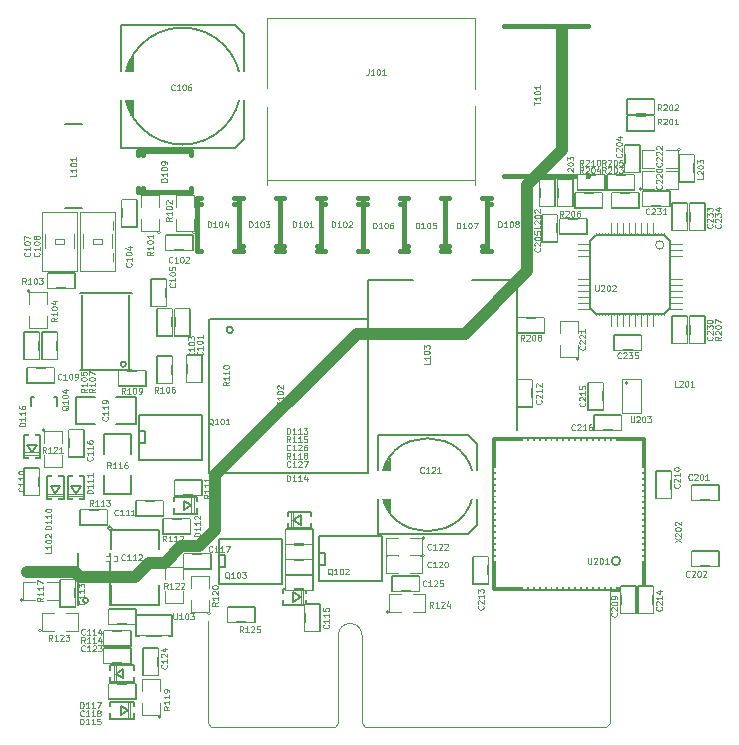
<source format=gto>
G04 (created by PCBNEW (2013-jul-07)-stable) date Thu 13 Feb 2014 02:22:19 AM EST*
%MOIN*%
G04 Gerber Fmt 3.4, Leading zero omitted, Abs format*
%FSLAX34Y34*%
G01*
G70*
G90*
G04 APERTURE LIST*
%ADD10C,0.00590551*%
%ADD11C,0.0393701*%
%ADD12C,0.0027*%
%ADD13C,0.002*%
%ADD14C,0.015*%
%ADD15C,0.005*%
%ADD16C,0.0039*%
%ADD17C,0.00314961*%
%ADD18C,0.0038*%
%ADD19C,0.0026*%
%ADD20C,0.006*%
%ADD21C,0.003*%
%ADD22C,0.012*%
%ADD23C,0.004*%
%ADD24C,0.00442913*%
%ADD25R,0.0275X0.1574*%
%ADD26R,0.120866X0.0889764*%
%ADD27R,0.109055X0.0889764*%
%ADD28C,0.0551*%
%ADD29C,0.1417*%
%ADD30C,0.0757*%
%ADD31R,0.0984252X0.279528*%
%ADD32R,0.0570866X0.173228*%
%ADD33R,0.0984X0.0709*%
%ADD34R,0.0709X0.0984*%
%ADD35R,0.0236X0.0551*%
%ADD36R,0.02X0.03*%
%ADD37R,0.15X0.055*%
%ADD38R,0.06X0.08*%
%ADD39R,0.08X0.06*%
%ADD40R,0.035X0.055*%
%ADD41R,0.055X0.035*%
%ADD42R,0.025X0.045*%
%ADD43R,0.045X0.025*%
%ADD44R,0.1378X0.0945*%
%ADD45R,0.1575X0.0945*%
%ADD46R,0.0944X0.025*%
%ADD47R,0.011811X0.015748*%
%ADD48R,0.0433X0.0236*%
%ADD49R,0.173228X0.0570866*%
%ADD50R,0.0413386X0.0511811*%
%ADD51R,0.0118X0.059*%
%ADD52R,0.059X0.0118*%
%ADD53R,0.0236X0.0236*%
%ADD54R,0.0473X0.0118*%
%ADD55R,0.0118X0.0473*%
%ADD56R,0.0413386X0.0125984*%
%ADD57R,0.11811X0.165354*%
%ADD58R,0.0240157X0.0598425*%
%ADD59R,0.1062X0.0629*%
%ADD60R,0.05X0.0799213*%
%ADD61R,0.0315X0.0315*%
G04 APERTURE END LIST*
G54D10*
G54D11*
X89015Y-27952D02*
X89015Y-24015D01*
X87874Y-29173D02*
X89015Y-28031D01*
X87874Y-32047D02*
X87874Y-29173D01*
X85787Y-34133D02*
X87874Y-32047D01*
X82204Y-34133D02*
X85787Y-34133D01*
X77480Y-38858D02*
X82204Y-34133D01*
X77480Y-40669D02*
X77480Y-38858D01*
X76929Y-41220D02*
X77480Y-40669D01*
X76338Y-41220D02*
X76929Y-41220D01*
X75787Y-41771D02*
X76338Y-41220D01*
X75275Y-41771D02*
X75787Y-41771D01*
X74842Y-42204D02*
X75275Y-41771D01*
X72952Y-42244D02*
X74803Y-42244D01*
X72795Y-42086D02*
X72952Y-42244D01*
X71181Y-42086D02*
X72795Y-42086D01*
G54D12*
X77244Y-47126D02*
X77244Y-45039D01*
X77244Y-47126D02*
X77323Y-47244D01*
X77323Y-47244D02*
X81456Y-47244D01*
X82362Y-45039D02*
X82362Y-47126D01*
X81575Y-47126D02*
X81575Y-45039D01*
X81456Y-47244D02*
X81575Y-47126D01*
X82362Y-47126D02*
X82480Y-47244D01*
X90629Y-45354D02*
X90629Y-47126D01*
X90629Y-47126D02*
X90511Y-47244D01*
X82480Y-47244D02*
X90511Y-47244D01*
X81575Y-45020D02*
X81575Y-44193D01*
X82362Y-45039D02*
X82362Y-44193D01*
X77244Y-45039D02*
X77244Y-43701D01*
X90629Y-42717D02*
X90629Y-44705D01*
X90629Y-45354D02*
X90629Y-42717D01*
X90629Y-42717D02*
X91022Y-42717D01*
X82361Y-44193D02*
G75*
G03X81575Y-44193I-393J0D01*
G74*
G01*
G54D10*
X86031Y-32342D02*
X87519Y-32342D01*
X87519Y-32342D02*
X87519Y-37342D01*
X82559Y-37342D02*
X82559Y-32342D01*
X82559Y-32342D02*
X84047Y-32342D01*
G54D13*
X79212Y-29010D02*
X86142Y-29010D01*
X86142Y-29510D02*
X86142Y-23604D01*
X86142Y-23604D02*
X79212Y-23604D01*
X79212Y-23604D02*
X79212Y-29510D01*
G54D10*
X73015Y-29940D02*
X72456Y-29940D01*
X73015Y-27145D02*
X72456Y-27145D01*
G54D14*
X75078Y-28051D02*
X75078Y-28189D01*
X75078Y-29429D02*
X75078Y-29291D01*
X74901Y-28051D02*
X74901Y-28189D01*
X76673Y-28051D02*
X76673Y-28189D01*
X76673Y-29429D02*
X76673Y-29291D01*
X74901Y-29429D02*
X74901Y-29291D01*
X76673Y-28051D02*
X74901Y-28051D01*
X76673Y-29429D02*
X74901Y-29429D01*
X78248Y-29802D02*
X78110Y-29802D01*
X76870Y-29802D02*
X77008Y-29802D01*
X78248Y-29625D02*
X78110Y-29625D01*
X78248Y-31397D02*
X78110Y-31397D01*
X76870Y-31397D02*
X77008Y-31397D01*
X76870Y-29625D02*
X77008Y-29625D01*
X78248Y-31397D02*
X78248Y-29625D01*
X76870Y-31397D02*
X76870Y-29625D01*
X82381Y-29802D02*
X82243Y-29802D01*
X81003Y-29802D02*
X81141Y-29802D01*
X82381Y-29625D02*
X82243Y-29625D01*
X82381Y-31397D02*
X82243Y-31397D01*
X81003Y-31397D02*
X81141Y-31397D01*
X81003Y-29625D02*
X81141Y-29625D01*
X82381Y-31397D02*
X82381Y-29625D01*
X81003Y-31397D02*
X81003Y-29625D01*
X78248Y-31220D02*
X78386Y-31220D01*
X79626Y-31220D02*
X79488Y-31220D01*
X78248Y-31397D02*
X78386Y-31397D01*
X78248Y-29625D02*
X78386Y-29625D01*
X79626Y-29625D02*
X79488Y-29625D01*
X79626Y-31397D02*
X79488Y-31397D01*
X78248Y-29625D02*
X78248Y-31397D01*
X79626Y-29625D02*
X79626Y-31397D01*
X79625Y-31220D02*
X79763Y-31220D01*
X81003Y-31220D02*
X80865Y-31220D01*
X79625Y-31397D02*
X79763Y-31397D01*
X79625Y-29625D02*
X79763Y-29625D01*
X81003Y-29625D02*
X80865Y-29625D01*
X81003Y-31397D02*
X80865Y-31397D01*
X79625Y-29625D02*
X79625Y-31397D01*
X81003Y-29625D02*
X81003Y-31397D01*
X87893Y-29802D02*
X87755Y-29802D01*
X86515Y-29802D02*
X86653Y-29802D01*
X87893Y-29625D02*
X87755Y-29625D01*
X87893Y-31397D02*
X87755Y-31397D01*
X86515Y-31397D02*
X86653Y-31397D01*
X86515Y-29625D02*
X86653Y-29625D01*
X87893Y-31397D02*
X87893Y-29625D01*
X86515Y-31397D02*
X86515Y-29625D01*
X83759Y-29802D02*
X83621Y-29802D01*
X82381Y-29802D02*
X82519Y-29802D01*
X83759Y-29625D02*
X83621Y-29625D01*
X83759Y-31397D02*
X83621Y-31397D01*
X82381Y-31397D02*
X82519Y-31397D01*
X82381Y-29625D02*
X82519Y-29625D01*
X83759Y-31397D02*
X83759Y-29625D01*
X82381Y-31397D02*
X82381Y-29625D01*
X85137Y-31220D02*
X85275Y-31220D01*
X86515Y-31220D02*
X86377Y-31220D01*
X85137Y-31397D02*
X85275Y-31397D01*
X85137Y-29625D02*
X85275Y-29625D01*
X86515Y-29625D02*
X86377Y-29625D01*
X86515Y-31397D02*
X86377Y-31397D01*
X85137Y-29625D02*
X85137Y-31397D01*
X86515Y-29625D02*
X86515Y-31397D01*
X83759Y-31220D02*
X83897Y-31220D01*
X85137Y-31220D02*
X84999Y-31220D01*
X83759Y-31397D02*
X83897Y-31397D01*
X83759Y-29625D02*
X83897Y-29625D01*
X85137Y-29625D02*
X84999Y-29625D01*
X85137Y-31397D02*
X84999Y-31397D01*
X83759Y-29625D02*
X83759Y-31397D01*
X85137Y-29625D02*
X85137Y-31397D01*
G54D15*
X74934Y-38298D02*
X74934Y-38348D01*
X74934Y-38348D02*
X77034Y-38348D01*
X77034Y-36848D02*
X74934Y-36848D01*
X74934Y-36848D02*
X74934Y-38298D01*
X74934Y-37398D02*
X75134Y-37398D01*
X75134Y-37398D02*
X75134Y-37798D01*
X75134Y-37798D02*
X74934Y-37798D01*
X77034Y-36848D02*
X77034Y-38348D01*
X74833Y-44208D02*
X74833Y-43508D01*
X74833Y-43508D02*
X76033Y-43508D01*
X76033Y-43508D02*
X76033Y-44208D01*
X76033Y-44208D02*
X74833Y-44208D01*
X77591Y-42432D02*
X77591Y-42482D01*
X77591Y-42482D02*
X79691Y-42482D01*
X79691Y-40982D02*
X77591Y-40982D01*
X77591Y-40982D02*
X77591Y-42432D01*
X77591Y-41532D02*
X77791Y-41532D01*
X77791Y-41532D02*
X77791Y-41932D01*
X77791Y-41932D02*
X77591Y-41932D01*
X79691Y-40982D02*
X79691Y-42482D01*
X80938Y-42333D02*
X80938Y-42383D01*
X80938Y-42383D02*
X83038Y-42383D01*
X83038Y-40883D02*
X80938Y-40883D01*
X80938Y-40883D02*
X80938Y-42333D01*
X80938Y-41433D02*
X81138Y-41433D01*
X81138Y-41433D02*
X81138Y-41833D01*
X81138Y-41833D02*
X80938Y-41833D01*
X83038Y-40883D02*
X83038Y-42383D01*
X74023Y-40629D02*
G75*
G03X74023Y-40629I-70J0D01*
G74*
G01*
X74003Y-42529D02*
X74003Y-43179D01*
X74003Y-43179D02*
X75603Y-43179D01*
X75603Y-43179D02*
X75603Y-42529D01*
X75603Y-41329D02*
X75603Y-40679D01*
X75603Y-40679D02*
X74003Y-40679D01*
X74003Y-40679D02*
X74003Y-41329D01*
X74818Y-37162D02*
X74818Y-36262D01*
X74818Y-36262D02*
X74168Y-36262D01*
X73468Y-37162D02*
X72818Y-37162D01*
X72818Y-37162D02*
X72818Y-36262D01*
X72818Y-36262D02*
X73468Y-36262D01*
X74168Y-37162D02*
X74818Y-37162D01*
X73762Y-39484D02*
X74662Y-39484D01*
X74662Y-39484D02*
X74662Y-38834D01*
X73762Y-38134D02*
X73762Y-37484D01*
X73762Y-37484D02*
X74662Y-37484D01*
X74662Y-37484D02*
X74662Y-38134D01*
X73762Y-38834D02*
X73762Y-39484D01*
G54D16*
X83258Y-43410D02*
G75*
G03X83258Y-43410I-50J0D01*
G74*
G01*
X83658Y-43410D02*
X83258Y-43410D01*
X83258Y-43410D02*
X83258Y-42810D01*
X83258Y-42810D02*
X83658Y-42810D01*
X84058Y-42810D02*
X84458Y-42810D01*
X84458Y-42810D02*
X84458Y-43410D01*
X84458Y-43410D02*
X84058Y-43410D01*
X71683Y-44040D02*
G75*
G03X71683Y-44040I-50J0D01*
G74*
G01*
X72083Y-44040D02*
X71683Y-44040D01*
X71683Y-44040D02*
X71683Y-43440D01*
X71683Y-43440D02*
X72083Y-43440D01*
X72483Y-43440D02*
X72883Y-43440D01*
X72883Y-43440D02*
X72883Y-44040D01*
X72883Y-44040D02*
X72483Y-44040D01*
X75832Y-41869D02*
G75*
G03X75832Y-41869I-50J0D01*
G74*
G01*
X75782Y-42319D02*
X75782Y-41919D01*
X75782Y-41919D02*
X76382Y-41919D01*
X76382Y-41919D02*
X76382Y-42319D01*
X76382Y-42719D02*
X76382Y-43119D01*
X76382Y-43119D02*
X75782Y-43119D01*
X75782Y-43119D02*
X75782Y-42719D01*
X77318Y-43464D02*
G75*
G03X77318Y-43464I-50J0D01*
G74*
G01*
X77268Y-43014D02*
X77268Y-43414D01*
X77268Y-43414D02*
X76668Y-43414D01*
X76668Y-43414D02*
X76668Y-43014D01*
X76668Y-42614D02*
X76668Y-42214D01*
X76668Y-42214D02*
X77268Y-42214D01*
X77268Y-42214D02*
X77268Y-42614D01*
X71053Y-43016D02*
G75*
G03X71053Y-43016I-50J0D01*
G74*
G01*
X71453Y-43016D02*
X71053Y-43016D01*
X71053Y-43016D02*
X71053Y-42416D01*
X71053Y-42416D02*
X71453Y-42416D01*
X71853Y-42416D02*
X72253Y-42416D01*
X72253Y-42416D02*
X72253Y-43016D01*
X72253Y-43016D02*
X71853Y-43016D01*
X75664Y-46909D02*
G75*
G03X75664Y-46909I-50J0D01*
G74*
G01*
X75614Y-46459D02*
X75614Y-46859D01*
X75614Y-46859D02*
X75014Y-46859D01*
X75014Y-46859D02*
X75014Y-46459D01*
X75014Y-46059D02*
X75014Y-45659D01*
X75014Y-45659D02*
X75614Y-45659D01*
X75614Y-45659D02*
X75614Y-46059D01*
X71797Y-37342D02*
G75*
G03X71797Y-37342I-50J0D01*
G74*
G01*
X71747Y-37792D02*
X71747Y-37392D01*
X71747Y-37392D02*
X72347Y-37392D01*
X72347Y-37392D02*
X72347Y-37792D01*
X72347Y-38192D02*
X72347Y-38592D01*
X72347Y-38592D02*
X71747Y-38592D01*
X71747Y-38592D02*
X71747Y-38192D01*
X84459Y-40940D02*
G75*
G03X84459Y-40940I-50J0D01*
G74*
G01*
X83959Y-40940D02*
X84359Y-40940D01*
X84359Y-40940D02*
X84359Y-41540D01*
X84359Y-41540D02*
X83959Y-41540D01*
X83559Y-41540D02*
X83159Y-41540D01*
X83159Y-41540D02*
X83159Y-40940D01*
X83159Y-40940D02*
X83559Y-40940D01*
X71305Y-32716D02*
G75*
G03X71305Y-32716I-50J0D01*
G74*
G01*
X71255Y-33166D02*
X71255Y-32766D01*
X71255Y-32766D02*
X71855Y-32766D01*
X71855Y-32766D02*
X71855Y-33166D01*
X71855Y-33566D02*
X71855Y-33966D01*
X71855Y-33966D02*
X71255Y-33966D01*
X71255Y-33966D02*
X71255Y-33566D01*
G54D15*
X77320Y-41982D02*
X76420Y-41982D01*
X76420Y-41982D02*
X76420Y-41482D01*
X76420Y-41482D02*
X77320Y-41482D01*
X77320Y-41482D02*
X77320Y-41982D01*
X72809Y-42345D02*
X72809Y-43245D01*
X72809Y-43245D02*
X72309Y-43245D01*
X72309Y-43245D02*
X72309Y-42345D01*
X72309Y-42345D02*
X72809Y-42345D01*
X74662Y-45131D02*
X73762Y-45131D01*
X73762Y-45131D02*
X73762Y-44631D01*
X73762Y-44631D02*
X74662Y-44631D01*
X74662Y-44631D02*
X74662Y-45131D01*
X75064Y-45528D02*
X75064Y-44628D01*
X75064Y-44628D02*
X75564Y-44628D01*
X75564Y-44628D02*
X75564Y-45528D01*
X75564Y-45528D02*
X75064Y-45528D01*
X77021Y-34864D02*
X77021Y-35764D01*
X77021Y-35764D02*
X76521Y-35764D01*
X76521Y-35764D02*
X76521Y-34864D01*
X76521Y-34864D02*
X77021Y-34864D01*
X74662Y-44541D02*
X73762Y-44541D01*
X73762Y-44541D02*
X73762Y-44041D01*
X73762Y-44041D02*
X74662Y-44041D01*
X74662Y-44041D02*
X74662Y-44541D01*
X74820Y-46312D02*
X73920Y-46312D01*
X73920Y-46312D02*
X73920Y-45812D01*
X73920Y-45812D02*
X74820Y-45812D01*
X74820Y-45812D02*
X74820Y-46312D01*
X71203Y-35281D02*
X72103Y-35281D01*
X72103Y-35281D02*
X72103Y-35781D01*
X72103Y-35781D02*
X71203Y-35781D01*
X71203Y-35781D02*
X71203Y-35281D01*
X94249Y-41883D02*
X93349Y-41883D01*
X93349Y-41883D02*
X93349Y-41383D01*
X93349Y-41383D02*
X94249Y-41383D01*
X94249Y-41383D02*
X94249Y-41883D01*
X94249Y-39698D02*
X93349Y-39698D01*
X93349Y-39698D02*
X93349Y-39198D01*
X93349Y-39198D02*
X94249Y-39198D01*
X94249Y-39198D02*
X94249Y-39698D01*
X76127Y-34209D02*
X76127Y-33309D01*
X76127Y-33309D02*
X76627Y-33309D01*
X76627Y-33309D02*
X76627Y-34209D01*
X76627Y-34209D02*
X76127Y-34209D01*
X72792Y-32631D02*
X71892Y-32631D01*
X71892Y-32631D02*
X71892Y-32131D01*
X71892Y-32131D02*
X72792Y-32131D01*
X72792Y-32131D02*
X72792Y-32631D01*
X73920Y-43332D02*
X74820Y-43332D01*
X74820Y-43332D02*
X74820Y-43832D01*
X74820Y-43832D02*
X73920Y-43832D01*
X73920Y-43832D02*
X73920Y-43332D01*
X75829Y-30852D02*
X76729Y-30852D01*
X76729Y-30852D02*
X76729Y-31352D01*
X76729Y-31352D02*
X75829Y-31352D01*
X75829Y-31352D02*
X75829Y-30852D01*
X74856Y-29668D02*
X74856Y-30568D01*
X74856Y-30568D02*
X74356Y-30568D01*
X74356Y-30568D02*
X74356Y-29668D01*
X74356Y-29668D02*
X74856Y-29668D01*
X75340Y-33225D02*
X75340Y-32325D01*
X75340Y-32325D02*
X75840Y-32325D01*
X75840Y-32325D02*
X75840Y-33225D01*
X75840Y-33225D02*
X75340Y-33225D01*
X74254Y-35379D02*
X75154Y-35379D01*
X75154Y-35379D02*
X75154Y-35879D01*
X75154Y-35879D02*
X74254Y-35879D01*
X74254Y-35879D02*
X74254Y-35379D01*
X73084Y-37345D02*
X73084Y-38245D01*
X73084Y-38245D02*
X72584Y-38245D01*
X72584Y-38245D02*
X72584Y-37345D01*
X72584Y-37345D02*
X73084Y-37345D01*
X84268Y-42730D02*
X83368Y-42730D01*
X83368Y-42730D02*
X83368Y-42230D01*
X83368Y-42230D02*
X84268Y-42230D01*
X84268Y-42230D02*
X84268Y-42730D01*
X72975Y-40005D02*
X73875Y-40005D01*
X73875Y-40005D02*
X73875Y-40505D01*
X73875Y-40505D02*
X72975Y-40505D01*
X72975Y-40505D02*
X72975Y-40005D01*
X71108Y-39524D02*
X71108Y-38624D01*
X71108Y-38624D02*
X71608Y-38624D01*
X71608Y-38624D02*
X71608Y-39524D01*
X71608Y-39524D02*
X71108Y-39524D01*
X75537Y-34209D02*
X75537Y-33309D01*
X75537Y-33309D02*
X76037Y-33309D01*
X76037Y-33309D02*
X76037Y-34209D01*
X76037Y-34209D02*
X75537Y-34209D01*
X71108Y-34997D02*
X71108Y-34097D01*
X71108Y-34097D02*
X71608Y-34097D01*
X71608Y-34097D02*
X71608Y-34997D01*
X71608Y-34997D02*
X71108Y-34997D01*
X71698Y-34997D02*
X71698Y-34097D01*
X71698Y-34097D02*
X72198Y-34097D01*
X72198Y-34097D02*
X72198Y-34997D01*
X72198Y-34997D02*
X71698Y-34997D01*
X76037Y-34884D02*
X76037Y-35784D01*
X76037Y-35784D02*
X75537Y-35784D01*
X75537Y-35784D02*
X75537Y-34884D01*
X75537Y-34884D02*
X76037Y-34884D01*
X77024Y-39521D02*
X76124Y-39521D01*
X76124Y-39521D02*
X76124Y-39021D01*
X76124Y-39021D02*
X77024Y-39021D01*
X77024Y-39021D02*
X77024Y-39521D01*
X75731Y-40301D02*
X76631Y-40301D01*
X76631Y-40301D02*
X76631Y-40801D01*
X76631Y-40801D02*
X75731Y-40801D01*
X75731Y-40801D02*
X75731Y-40301D01*
X74845Y-39710D02*
X75745Y-39710D01*
X75745Y-39710D02*
X75745Y-40210D01*
X75745Y-40210D02*
X74845Y-40210D01*
X74845Y-40210D02*
X74845Y-39710D01*
X83047Y-38773D02*
X83047Y-39573D01*
X83097Y-39723D02*
X83097Y-38623D01*
X83147Y-38523D02*
X83147Y-39823D01*
X83197Y-39923D02*
X83197Y-38423D01*
X83247Y-39973D02*
X83247Y-38373D01*
X83297Y-38273D02*
X83297Y-40073D01*
X86097Y-39173D02*
G75*
G03X86097Y-39173I-1550J0D01*
G74*
G01*
X82897Y-37523D02*
X82897Y-40823D01*
X82897Y-40823D02*
X85897Y-40823D01*
X85897Y-40823D02*
X86197Y-40523D01*
X86197Y-40523D02*
X86197Y-37823D01*
X86197Y-37823D02*
X85897Y-37523D01*
X85897Y-37523D02*
X82897Y-37523D01*
X85997Y-39173D02*
X85697Y-39173D01*
X85847Y-39023D02*
X85847Y-39323D01*
X74477Y-26285D02*
X74477Y-25485D01*
X74527Y-25335D02*
X74527Y-26485D01*
X74577Y-26585D02*
X74577Y-25185D01*
X74627Y-25035D02*
X74627Y-26735D01*
X74677Y-26835D02*
X74677Y-24935D01*
X74727Y-24885D02*
X74727Y-26885D01*
X78327Y-25885D02*
G75*
G03X78327Y-25885I-1950J0D01*
G74*
G01*
X74327Y-23835D02*
X74327Y-27935D01*
X74327Y-27935D02*
X78127Y-27935D01*
X78127Y-27935D02*
X78427Y-27635D01*
X78427Y-27635D02*
X78427Y-24135D01*
X78427Y-24135D02*
X78127Y-23835D01*
X78127Y-23835D02*
X74327Y-23835D01*
X78177Y-25885D02*
X77877Y-25885D01*
X78027Y-25735D02*
X78027Y-26035D01*
G54D14*
X87103Y-23877D02*
X89903Y-23877D01*
X89903Y-28877D02*
X87103Y-28877D01*
G54D17*
X73937Y-41732D02*
X73838Y-41732D01*
X73838Y-41732D02*
X73818Y-41732D01*
X73818Y-41732D02*
X73818Y-41535D01*
X73818Y-41535D02*
X73937Y-41535D01*
X74094Y-41732D02*
X74212Y-41732D01*
X74212Y-41732D02*
X74212Y-41535D01*
X74212Y-41535D02*
X74094Y-41535D01*
G54D15*
X91627Y-27857D02*
X91627Y-28757D01*
X91627Y-28757D02*
X91127Y-28757D01*
X91127Y-28757D02*
X91127Y-27857D01*
X91127Y-27857D02*
X91627Y-27857D01*
X90534Y-28844D02*
X91434Y-28844D01*
X91434Y-28844D02*
X91434Y-29344D01*
X91434Y-29344D02*
X90534Y-29344D01*
X90534Y-29344D02*
X90534Y-28844D01*
X91591Y-29935D02*
X90691Y-29935D01*
X90691Y-29935D02*
X90691Y-29435D01*
X90691Y-29435D02*
X91591Y-29435D01*
X91591Y-29435D02*
X91591Y-29935D01*
X89471Y-29435D02*
X90371Y-29435D01*
X90371Y-29435D02*
X90371Y-29935D01*
X90371Y-29935D02*
X89471Y-29935D01*
X89471Y-29935D02*
X89471Y-29435D01*
X89383Y-28998D02*
X89383Y-29898D01*
X89383Y-29898D02*
X88883Y-29898D01*
X88883Y-29898D02*
X88883Y-28998D01*
X88883Y-28998D02*
X89383Y-28998D01*
X89550Y-28844D02*
X90450Y-28844D01*
X90450Y-28844D02*
X90450Y-29344D01*
X90450Y-29344D02*
X89550Y-29344D01*
X89550Y-29344D02*
X89550Y-28844D01*
X92103Y-26824D02*
X91203Y-26824D01*
X91203Y-26824D02*
X91203Y-26324D01*
X91203Y-26324D02*
X92103Y-26324D01*
X92103Y-26324D02*
X92103Y-26824D01*
X92103Y-27375D02*
X91203Y-27375D01*
X91203Y-27375D02*
X91203Y-26875D01*
X91203Y-26875D02*
X92103Y-26875D01*
X92103Y-26875D02*
X92103Y-27375D01*
X92671Y-38723D02*
X92671Y-39623D01*
X92671Y-39623D02*
X92171Y-39623D01*
X92171Y-39623D02*
X92171Y-38723D01*
X92171Y-38723D02*
X92671Y-38723D01*
X91490Y-42561D02*
X91490Y-43461D01*
X91490Y-43461D02*
X90990Y-43461D01*
X90990Y-43461D02*
X90990Y-42561D01*
X90990Y-42561D02*
X91490Y-42561D01*
X87545Y-36572D02*
X87545Y-35672D01*
X87545Y-35672D02*
X88045Y-35672D01*
X88045Y-35672D02*
X88045Y-36572D01*
X88045Y-36572D02*
X87545Y-36572D01*
X86068Y-42477D02*
X86068Y-41577D01*
X86068Y-41577D02*
X86568Y-41577D01*
X86568Y-41577D02*
X86568Y-42477D01*
X86568Y-42477D02*
X86068Y-42477D01*
X92080Y-42561D02*
X92080Y-43461D01*
X92080Y-43461D02*
X91580Y-43461D01*
X91580Y-43461D02*
X91580Y-42561D01*
X91580Y-42561D02*
X92080Y-42561D01*
X89907Y-36670D02*
X89907Y-35770D01*
X89907Y-35770D02*
X90407Y-35770D01*
X90407Y-35770D02*
X90407Y-36670D01*
X90407Y-36670D02*
X89907Y-36670D01*
X90101Y-36856D02*
X91001Y-36856D01*
X91001Y-36856D02*
X91001Y-37356D01*
X91001Y-37356D02*
X90101Y-37356D01*
X90101Y-37356D02*
X90101Y-36856D01*
G54D18*
X91237Y-35787D02*
G75*
G03X91237Y-35787I-55J0D01*
G74*
G01*
X91653Y-36791D02*
X91653Y-35649D01*
X91653Y-35649D02*
X91023Y-35649D01*
X91023Y-35649D02*
X91023Y-36791D01*
X91023Y-36791D02*
X91653Y-36791D01*
G54D15*
X80958Y-43152D02*
X80958Y-44052D01*
X80958Y-44052D02*
X80458Y-44052D01*
X80458Y-44052D02*
X80458Y-43152D01*
X80458Y-43152D02*
X80958Y-43152D01*
G54D16*
X84459Y-41530D02*
G75*
G03X84459Y-41530I-50J0D01*
G74*
G01*
X83959Y-41530D02*
X84359Y-41530D01*
X84359Y-41530D02*
X84359Y-42130D01*
X84359Y-42130D02*
X83959Y-42130D01*
X83559Y-42130D02*
X83159Y-42130D01*
X83159Y-42130D02*
X83159Y-41530D01*
X83159Y-41530D02*
X83559Y-41530D01*
G54D15*
X79825Y-41679D02*
X80725Y-41679D01*
X80725Y-41679D02*
X80725Y-42179D01*
X80725Y-42179D02*
X79825Y-42179D01*
X79825Y-42179D02*
X79825Y-41679D01*
X78796Y-43753D02*
X77896Y-43753D01*
X77896Y-43753D02*
X77896Y-43253D01*
X77896Y-43253D02*
X78796Y-43253D01*
X78796Y-43253D02*
X78796Y-43753D01*
G54D16*
X75645Y-30768D02*
G75*
G03X75645Y-30768I-50J0D01*
G74*
G01*
X75595Y-30318D02*
X75595Y-30718D01*
X75595Y-30718D02*
X74995Y-30718D01*
X74995Y-30718D02*
X74995Y-30318D01*
X74995Y-29918D02*
X74995Y-29518D01*
X74995Y-29518D02*
X75595Y-29518D01*
X75595Y-29518D02*
X75595Y-29918D01*
X76826Y-30768D02*
G75*
G03X76826Y-30768I-50J0D01*
G74*
G01*
X76776Y-30318D02*
X76776Y-30718D01*
X76776Y-30718D02*
X76176Y-30718D01*
X76176Y-30718D02*
X76176Y-30318D01*
X76176Y-29918D02*
X76176Y-29518D01*
X76176Y-29518D02*
X76776Y-29518D01*
X76776Y-29518D02*
X76776Y-29918D01*
G54D15*
X79825Y-40655D02*
X80725Y-40655D01*
X80725Y-40655D02*
X80725Y-41155D01*
X80725Y-41155D02*
X79825Y-41155D01*
X79825Y-41155D02*
X79825Y-40655D01*
G54D19*
X92440Y-33492D02*
X92322Y-33492D01*
X92322Y-33492D02*
X92322Y-33886D01*
X92440Y-33886D02*
X92322Y-33886D01*
X92440Y-33492D02*
X92440Y-33886D01*
X92243Y-33492D02*
X92125Y-33492D01*
X92125Y-33492D02*
X92125Y-33886D01*
X92243Y-33886D02*
X92125Y-33886D01*
X92243Y-33492D02*
X92243Y-33886D01*
X92047Y-33492D02*
X91928Y-33492D01*
X91928Y-33492D02*
X91928Y-33886D01*
X92047Y-33886D02*
X91928Y-33886D01*
X92047Y-33492D02*
X92047Y-33886D01*
X91850Y-33492D02*
X91732Y-33492D01*
X91732Y-33492D02*
X91732Y-33886D01*
X91850Y-33886D02*
X91732Y-33886D01*
X91850Y-33492D02*
X91850Y-33886D01*
X91653Y-33492D02*
X91535Y-33492D01*
X91535Y-33492D02*
X91535Y-33886D01*
X91653Y-33886D02*
X91535Y-33886D01*
X91653Y-33492D02*
X91653Y-33886D01*
X91456Y-33492D02*
X91338Y-33492D01*
X91338Y-33492D02*
X91338Y-33886D01*
X91456Y-33886D02*
X91338Y-33886D01*
X91456Y-33492D02*
X91456Y-33886D01*
X91260Y-33492D02*
X91142Y-33492D01*
X91142Y-33492D02*
X91142Y-33886D01*
X91260Y-33886D02*
X91142Y-33886D01*
X91260Y-33492D02*
X91260Y-33886D01*
X91063Y-33492D02*
X90945Y-33492D01*
X90945Y-33492D02*
X90945Y-33886D01*
X91063Y-33886D02*
X90945Y-33886D01*
X91063Y-33492D02*
X91063Y-33886D01*
X90866Y-33492D02*
X90748Y-33492D01*
X90748Y-33492D02*
X90748Y-33886D01*
X90866Y-33886D02*
X90748Y-33886D01*
X90866Y-33492D02*
X90866Y-33886D01*
X90670Y-33492D02*
X90551Y-33492D01*
X90551Y-33492D02*
X90551Y-33886D01*
X90670Y-33886D02*
X90551Y-33886D01*
X90670Y-33492D02*
X90670Y-33886D01*
X90473Y-33492D02*
X90355Y-33492D01*
X90355Y-33492D02*
X90355Y-33886D01*
X90473Y-33886D02*
X90355Y-33886D01*
X90473Y-33492D02*
X90473Y-33886D01*
X90276Y-33492D02*
X90158Y-33492D01*
X90158Y-33492D02*
X90158Y-33886D01*
X90276Y-33886D02*
X90158Y-33886D01*
X90276Y-33492D02*
X90276Y-33886D01*
X89972Y-33188D02*
X89578Y-33188D01*
X89578Y-33188D02*
X89578Y-33306D01*
X89972Y-33306D02*
X89578Y-33306D01*
X89972Y-33188D02*
X89972Y-33306D01*
X89972Y-32991D02*
X89578Y-32991D01*
X89578Y-32991D02*
X89578Y-33109D01*
X89972Y-33109D02*
X89578Y-33109D01*
X89972Y-32991D02*
X89972Y-33109D01*
X89972Y-32794D02*
X89578Y-32794D01*
X89578Y-32794D02*
X89578Y-32913D01*
X89972Y-32913D02*
X89578Y-32913D01*
X89972Y-32794D02*
X89972Y-32913D01*
X89972Y-32598D02*
X89578Y-32598D01*
X89578Y-32598D02*
X89578Y-32716D01*
X89972Y-32716D02*
X89578Y-32716D01*
X89972Y-32598D02*
X89972Y-32716D01*
X89972Y-32401D02*
X89578Y-32401D01*
X89578Y-32401D02*
X89578Y-32519D01*
X89972Y-32519D02*
X89578Y-32519D01*
X89972Y-32401D02*
X89972Y-32519D01*
X89972Y-32204D02*
X89578Y-32204D01*
X89578Y-32204D02*
X89578Y-32322D01*
X89972Y-32322D02*
X89578Y-32322D01*
X89972Y-32204D02*
X89972Y-32322D01*
X89972Y-32008D02*
X89578Y-32008D01*
X89578Y-32008D02*
X89578Y-32126D01*
X89972Y-32126D02*
X89578Y-32126D01*
X89972Y-32008D02*
X89972Y-32126D01*
X89972Y-31811D02*
X89578Y-31811D01*
X89578Y-31811D02*
X89578Y-31929D01*
X89972Y-31929D02*
X89578Y-31929D01*
X89972Y-31811D02*
X89972Y-31929D01*
X89972Y-31614D02*
X89578Y-31614D01*
X89578Y-31614D02*
X89578Y-31732D01*
X89972Y-31732D02*
X89578Y-31732D01*
X89972Y-31614D02*
X89972Y-31732D01*
X89972Y-31417D02*
X89578Y-31417D01*
X89578Y-31417D02*
X89578Y-31536D01*
X89972Y-31536D02*
X89578Y-31536D01*
X89972Y-31417D02*
X89972Y-31536D01*
X89972Y-31221D02*
X89578Y-31221D01*
X89578Y-31221D02*
X89578Y-31339D01*
X89972Y-31339D02*
X89578Y-31339D01*
X89972Y-31221D02*
X89972Y-31339D01*
X89972Y-31024D02*
X89578Y-31024D01*
X89578Y-31024D02*
X89578Y-31142D01*
X89972Y-31142D02*
X89578Y-31142D01*
X89972Y-31024D02*
X89972Y-31142D01*
X90276Y-30444D02*
X90158Y-30444D01*
X90158Y-30444D02*
X90158Y-30838D01*
X90276Y-30838D02*
X90158Y-30838D01*
X90276Y-30444D02*
X90276Y-30838D01*
X90473Y-30444D02*
X90355Y-30444D01*
X90355Y-30444D02*
X90355Y-30838D01*
X90473Y-30838D02*
X90355Y-30838D01*
X90473Y-30444D02*
X90473Y-30838D01*
X90670Y-30444D02*
X90551Y-30444D01*
X90551Y-30444D02*
X90551Y-30838D01*
X90670Y-30838D02*
X90551Y-30838D01*
X90670Y-30444D02*
X90670Y-30838D01*
X90866Y-30444D02*
X90748Y-30444D01*
X90748Y-30444D02*
X90748Y-30838D01*
X90866Y-30838D02*
X90748Y-30838D01*
X90866Y-30444D02*
X90866Y-30838D01*
X91063Y-30444D02*
X90945Y-30444D01*
X90945Y-30444D02*
X90945Y-30838D01*
X91063Y-30838D02*
X90945Y-30838D01*
X91063Y-30444D02*
X91063Y-30838D01*
X91260Y-30444D02*
X91142Y-30444D01*
X91142Y-30444D02*
X91142Y-30838D01*
X91260Y-30838D02*
X91142Y-30838D01*
X91260Y-30444D02*
X91260Y-30838D01*
X91456Y-30444D02*
X91338Y-30444D01*
X91338Y-30444D02*
X91338Y-30838D01*
X91456Y-30838D02*
X91338Y-30838D01*
X91456Y-30444D02*
X91456Y-30838D01*
X91653Y-30444D02*
X91535Y-30444D01*
X91535Y-30444D02*
X91535Y-30838D01*
X91653Y-30838D02*
X91535Y-30838D01*
X91653Y-30444D02*
X91653Y-30838D01*
X91850Y-30444D02*
X91732Y-30444D01*
X91732Y-30444D02*
X91732Y-30838D01*
X91850Y-30838D02*
X91732Y-30838D01*
X91850Y-30444D02*
X91850Y-30838D01*
X92047Y-30444D02*
X91928Y-30444D01*
X91928Y-30444D02*
X91928Y-30838D01*
X92047Y-30838D02*
X91928Y-30838D01*
X92047Y-30444D02*
X92047Y-30838D01*
X92243Y-30444D02*
X92125Y-30444D01*
X92125Y-30444D02*
X92125Y-30838D01*
X92243Y-30838D02*
X92125Y-30838D01*
X92243Y-30444D02*
X92243Y-30838D01*
X92440Y-30444D02*
X92322Y-30444D01*
X92322Y-30444D02*
X92322Y-30838D01*
X92440Y-30838D02*
X92322Y-30838D01*
X92440Y-30444D02*
X92440Y-30838D01*
X93020Y-31024D02*
X92626Y-31024D01*
X92626Y-31024D02*
X92626Y-31142D01*
X93020Y-31142D02*
X92626Y-31142D01*
X93020Y-31024D02*
X93020Y-31142D01*
X93020Y-31221D02*
X92626Y-31221D01*
X92626Y-31221D02*
X92626Y-31339D01*
X93020Y-31339D02*
X92626Y-31339D01*
X93020Y-31221D02*
X93020Y-31339D01*
X93020Y-31614D02*
X92626Y-31614D01*
X92626Y-31614D02*
X92626Y-31732D01*
X93020Y-31732D02*
X92626Y-31732D01*
X93020Y-31614D02*
X93020Y-31732D01*
X93020Y-31417D02*
X92626Y-31417D01*
X92626Y-31417D02*
X92626Y-31536D01*
X93020Y-31536D02*
X92626Y-31536D01*
X93020Y-31417D02*
X93020Y-31536D01*
X93020Y-32008D02*
X92626Y-32008D01*
X92626Y-32008D02*
X92626Y-32126D01*
X93020Y-32126D02*
X92626Y-32126D01*
X93020Y-32008D02*
X93020Y-32126D01*
X93020Y-31811D02*
X92626Y-31811D01*
X92626Y-31811D02*
X92626Y-31929D01*
X93020Y-31929D02*
X92626Y-31929D01*
X93020Y-31811D02*
X93020Y-31929D01*
X93020Y-32401D02*
X92626Y-32401D01*
X92626Y-32401D02*
X92626Y-32519D01*
X93020Y-32519D02*
X92626Y-32519D01*
X93020Y-32401D02*
X93020Y-32519D01*
X93020Y-32204D02*
X92626Y-32204D01*
X92626Y-32204D02*
X92626Y-32322D01*
X93020Y-32322D02*
X92626Y-32322D01*
X93020Y-32204D02*
X93020Y-32322D01*
X93020Y-32794D02*
X92626Y-32794D01*
X92626Y-32794D02*
X92626Y-32913D01*
X93020Y-32913D02*
X92626Y-32913D01*
X93020Y-32794D02*
X93020Y-32913D01*
X93020Y-32598D02*
X92626Y-32598D01*
X92626Y-32598D02*
X92626Y-32716D01*
X93020Y-32716D02*
X92626Y-32716D01*
X93020Y-32598D02*
X93020Y-32716D01*
X93020Y-32991D02*
X92626Y-32991D01*
X92626Y-32991D02*
X92626Y-33109D01*
X93020Y-33109D02*
X92626Y-33109D01*
X93020Y-32991D02*
X93020Y-33109D01*
X93020Y-33188D02*
X92626Y-33188D01*
X92626Y-33188D02*
X92626Y-33306D01*
X93020Y-33306D02*
X92626Y-33306D01*
X93020Y-33188D02*
X93020Y-33306D01*
G54D20*
X92626Y-31034D02*
X92430Y-30838D01*
X92430Y-30838D02*
X90168Y-30838D01*
X90168Y-30838D02*
X89972Y-31034D01*
X89972Y-31034D02*
X89972Y-33296D01*
X89972Y-33296D02*
X90168Y-33492D01*
X90168Y-33492D02*
X92430Y-33492D01*
X92430Y-33492D02*
X92626Y-33296D01*
X92626Y-33296D02*
X92626Y-31034D01*
G54D21*
X92421Y-31181D02*
G75*
G03X92421Y-31181I-138J0D01*
G74*
G01*
G54D16*
X91683Y-29315D02*
G75*
G03X91683Y-29315I-50J0D01*
G74*
G01*
X92083Y-29315D02*
X91683Y-29315D01*
X91683Y-29315D02*
X91683Y-28715D01*
X91683Y-28715D02*
X92083Y-28715D01*
X92483Y-28715D02*
X92883Y-28715D01*
X92883Y-28715D02*
X92883Y-29315D01*
X92883Y-29315D02*
X92483Y-29315D01*
X89601Y-34980D02*
G75*
G03X89601Y-34980I-50J0D01*
G74*
G01*
X89551Y-34530D02*
X89551Y-34930D01*
X89551Y-34930D02*
X88951Y-34930D01*
X88951Y-34930D02*
X88951Y-34530D01*
X88951Y-34130D02*
X88951Y-33730D01*
X88951Y-33730D02*
X89551Y-33730D01*
X89551Y-33730D02*
X89551Y-34130D01*
G54D15*
X91670Y-34698D02*
X90770Y-34698D01*
X90770Y-34698D02*
X90770Y-34198D01*
X90770Y-34198D02*
X91670Y-34198D01*
X91670Y-34198D02*
X91670Y-34698D01*
X93202Y-29786D02*
X93202Y-30686D01*
X93202Y-30686D02*
X92702Y-30686D01*
X92702Y-30686D02*
X92702Y-29786D01*
X92702Y-29786D02*
X93202Y-29786D01*
X91715Y-29395D02*
X92615Y-29395D01*
X92615Y-29395D02*
X92615Y-29895D01*
X92615Y-29895D02*
X91715Y-29895D01*
X91715Y-29895D02*
X91715Y-29395D01*
X92702Y-34465D02*
X92702Y-33565D01*
X92702Y-33565D02*
X93202Y-33565D01*
X93202Y-33565D02*
X93202Y-34465D01*
X93202Y-34465D02*
X92702Y-34465D01*
X93793Y-29786D02*
X93793Y-30686D01*
X93793Y-30686D02*
X93293Y-30686D01*
X93293Y-30686D02*
X93293Y-29786D01*
X93293Y-29786D02*
X93793Y-29786D01*
G54D16*
X92983Y-28007D02*
G75*
G03X92983Y-28007I-50J0D01*
G74*
G01*
X92483Y-28007D02*
X92883Y-28007D01*
X92883Y-28007D02*
X92883Y-28607D01*
X92883Y-28607D02*
X92483Y-28607D01*
X92083Y-28607D02*
X91683Y-28607D01*
X91683Y-28607D02*
X91683Y-28007D01*
X91683Y-28007D02*
X92083Y-28007D01*
G54D19*
X80000Y-40629D02*
X80079Y-40629D01*
X80079Y-40629D02*
X80079Y-40079D01*
X80000Y-40079D02*
X80079Y-40079D01*
X80000Y-40629D02*
X80000Y-40079D01*
G54D20*
X79882Y-40079D02*
X80668Y-40079D01*
X80668Y-40079D02*
X80668Y-40629D01*
X80668Y-40629D02*
X79882Y-40629D01*
X79882Y-40629D02*
X79882Y-40079D01*
X80079Y-40354D02*
X80314Y-40197D01*
X80314Y-40197D02*
X80314Y-40511D01*
X80314Y-40511D02*
X80079Y-40354D01*
G54D19*
X80393Y-42638D02*
X80314Y-42638D01*
X80314Y-42638D02*
X80314Y-43188D01*
X80393Y-43188D02*
X80314Y-43188D01*
X80393Y-42638D02*
X80393Y-43188D01*
G54D20*
X80511Y-43188D02*
X79725Y-43188D01*
X79725Y-43188D02*
X79725Y-42638D01*
X79725Y-42638D02*
X80511Y-42638D01*
X80511Y-42638D02*
X80511Y-43188D01*
X80314Y-42913D02*
X80079Y-43070D01*
X80079Y-43070D02*
X80079Y-42756D01*
X80079Y-42756D02*
X80314Y-42913D01*
G54D19*
X72420Y-39546D02*
X72420Y-39467D01*
X72420Y-39467D02*
X71870Y-39467D01*
X71870Y-39546D02*
X71870Y-39467D01*
X72420Y-39546D02*
X71870Y-39546D01*
G54D20*
X71870Y-39664D02*
X71870Y-38878D01*
X71870Y-38878D02*
X72420Y-38878D01*
X72420Y-38878D02*
X72420Y-39664D01*
X72420Y-39664D02*
X71870Y-39664D01*
X72145Y-39467D02*
X71988Y-39232D01*
X71988Y-39232D02*
X72302Y-39232D01*
X72302Y-39232D02*
X72145Y-39467D01*
G54D19*
X74095Y-45747D02*
X74174Y-45747D01*
X74174Y-45747D02*
X74174Y-45197D01*
X74095Y-45197D02*
X74174Y-45197D01*
X74095Y-45747D02*
X74095Y-45197D01*
G54D20*
X73977Y-45197D02*
X74763Y-45197D01*
X74763Y-45197D02*
X74763Y-45747D01*
X74763Y-45747D02*
X73977Y-45747D01*
X73977Y-45747D02*
X73977Y-45197D01*
X74174Y-45472D02*
X74409Y-45315D01*
X74409Y-45315D02*
X74409Y-45629D01*
X74409Y-45629D02*
X74174Y-45472D01*
G54D19*
X73109Y-39546D02*
X73109Y-39467D01*
X73109Y-39467D02*
X72559Y-39467D01*
X72559Y-39546D02*
X72559Y-39467D01*
X73109Y-39546D02*
X72559Y-39546D01*
G54D20*
X72559Y-39664D02*
X72559Y-38878D01*
X72559Y-38878D02*
X73109Y-38878D01*
X73109Y-38878D02*
X73109Y-39664D01*
X73109Y-39664D02*
X72559Y-39664D01*
X72834Y-39467D02*
X72677Y-39232D01*
X72677Y-39232D02*
X72991Y-39232D01*
X72991Y-39232D02*
X72834Y-39467D01*
G54D19*
X71633Y-38168D02*
X71633Y-38089D01*
X71633Y-38089D02*
X71083Y-38089D01*
X71083Y-38168D02*
X71083Y-38089D01*
X71633Y-38168D02*
X71083Y-38168D01*
G54D20*
X71083Y-38286D02*
X71083Y-37500D01*
X71083Y-37500D02*
X71633Y-37500D01*
X71633Y-37500D02*
X71633Y-38286D01*
X71633Y-38286D02*
X71083Y-38286D01*
X71358Y-38089D02*
X71201Y-37854D01*
X71201Y-37854D02*
X71515Y-37854D01*
X71515Y-37854D02*
X71358Y-38089D01*
G54D19*
X76751Y-39587D02*
X76672Y-39587D01*
X76672Y-39587D02*
X76672Y-40137D01*
X76751Y-40137D02*
X76672Y-40137D01*
X76751Y-39587D02*
X76751Y-40137D01*
G54D20*
X76869Y-40137D02*
X76083Y-40137D01*
X76083Y-40137D02*
X76083Y-39587D01*
X76083Y-39587D02*
X76869Y-39587D01*
X76869Y-39587D02*
X76869Y-40137D01*
X76672Y-39862D02*
X76437Y-40019D01*
X76437Y-40019D02*
X76437Y-39705D01*
X76437Y-39705D02*
X76672Y-39862D01*
G54D19*
X74645Y-46417D02*
X74566Y-46417D01*
X74566Y-46417D02*
X74566Y-46967D01*
X74645Y-46967D02*
X74566Y-46967D01*
X74645Y-46417D02*
X74645Y-46967D01*
G54D20*
X74763Y-46967D02*
X73977Y-46967D01*
X73977Y-46967D02*
X73977Y-46417D01*
X73977Y-46417D02*
X74763Y-46417D01*
X74763Y-46417D02*
X74763Y-46967D01*
X74566Y-46692D02*
X74331Y-46849D01*
X74331Y-46849D02*
X74331Y-46535D01*
X74331Y-46535D02*
X74566Y-46692D01*
G54D10*
X90968Y-41712D02*
G75*
G03X90968Y-41712I-141J0D01*
G74*
G01*
G54D22*
X91765Y-42651D02*
X91765Y-37663D01*
X91765Y-37663D02*
X86777Y-37663D01*
X86777Y-37663D02*
X86777Y-42651D01*
X86777Y-42651D02*
X91765Y-42651D01*
G54D10*
X73031Y-35275D02*
X73031Y-32834D01*
X74606Y-35275D02*
X74606Y-32834D01*
X74497Y-35157D02*
G75*
G03X74497Y-35157I-88J0D01*
G74*
G01*
X74685Y-32775D02*
X72952Y-32775D01*
X74685Y-35334D02*
X72952Y-35334D01*
X73237Y-43031D02*
G75*
G03X73237Y-43031I-88J0D01*
G74*
G01*
X72895Y-43188D02*
X72895Y-41456D01*
X73954Y-43188D02*
X73954Y-41456D01*
G54D19*
X74052Y-31732D02*
X74052Y-31436D01*
X74052Y-31436D02*
X73030Y-31436D01*
X73030Y-31732D02*
X73030Y-31436D01*
X74052Y-31732D02*
X73030Y-31732D01*
X74056Y-30688D02*
X74056Y-30392D01*
X74056Y-30392D02*
X73034Y-30392D01*
X73034Y-30688D02*
X73034Y-30392D01*
X74056Y-30688D02*
X73034Y-30688D01*
X73700Y-31140D02*
X73700Y-30984D01*
X73700Y-30984D02*
X73386Y-30984D01*
X73386Y-31140D02*
X73386Y-30984D01*
X73700Y-31140D02*
X73386Y-31140D01*
G54D13*
X72960Y-32035D02*
X72960Y-30089D01*
X74126Y-30089D02*
X74126Y-32035D01*
X74126Y-32035D02*
X72960Y-32035D01*
G54D23*
X73053Y-31442D02*
X73053Y-30682D01*
X74033Y-31442D02*
X74033Y-30682D01*
G54D13*
X72960Y-30089D02*
X74126Y-30089D01*
G54D19*
X72792Y-31732D02*
X72792Y-31436D01*
X72792Y-31436D02*
X71770Y-31436D01*
X71770Y-31732D02*
X71770Y-31436D01*
X72792Y-31732D02*
X71770Y-31732D01*
X72796Y-30688D02*
X72796Y-30392D01*
X72796Y-30392D02*
X71774Y-30392D01*
X71774Y-30688D02*
X71774Y-30392D01*
X72796Y-30688D02*
X71774Y-30688D01*
X72440Y-31140D02*
X72440Y-30984D01*
X72440Y-30984D02*
X72126Y-30984D01*
X72126Y-31140D02*
X72126Y-30984D01*
X72440Y-31140D02*
X72126Y-31140D01*
G54D13*
X71700Y-32035D02*
X71700Y-30089D01*
X72866Y-30089D02*
X72866Y-32035D01*
X72866Y-32035D02*
X71700Y-32035D01*
G54D23*
X71793Y-31442D02*
X71793Y-30682D01*
X72773Y-31442D02*
X72773Y-30682D01*
G54D13*
X71700Y-30089D02*
X72866Y-30089D01*
G54D10*
X78064Y-34015D02*
G75*
G03X78064Y-34015I-111J0D01*
G74*
G01*
X77283Y-38779D02*
X82559Y-38779D01*
X82559Y-33661D02*
X77283Y-33661D01*
X77271Y-33661D02*
X77271Y-38779D01*
X82570Y-33661D02*
X82570Y-38779D01*
X72105Y-36259D02*
X72086Y-36259D01*
X71318Y-36535D02*
X71318Y-36259D01*
X71318Y-36259D02*
X71416Y-36259D01*
X72105Y-36259D02*
X72184Y-36259D01*
X72184Y-36259D02*
X72184Y-36535D01*
G54D15*
X79825Y-41167D02*
X80725Y-41167D01*
X80725Y-41167D02*
X80725Y-41667D01*
X80725Y-41667D02*
X79825Y-41667D01*
X79825Y-41667D02*
X79825Y-41167D01*
X80725Y-42690D02*
X79825Y-42690D01*
X79825Y-42690D02*
X79825Y-42190D01*
X79825Y-42190D02*
X80725Y-42190D01*
X80725Y-42190D02*
X80725Y-42690D01*
X88959Y-30301D02*
X89859Y-30301D01*
X89859Y-30301D02*
X89859Y-30801D01*
X89859Y-30801D02*
X88959Y-30801D01*
X88959Y-30801D02*
X88959Y-30301D01*
X88372Y-31079D02*
X88372Y-30179D01*
X88372Y-30179D02*
X88872Y-30179D01*
X88872Y-30179D02*
X88872Y-31079D01*
X88872Y-31079D02*
X88372Y-31079D01*
X93293Y-34465D02*
X93293Y-33565D01*
X93293Y-33565D02*
X93793Y-33565D01*
X93793Y-33565D02*
X93793Y-34465D01*
X93793Y-34465D02*
X93293Y-34465D01*
X87542Y-33608D02*
X88442Y-33608D01*
X88442Y-33608D02*
X88442Y-34108D01*
X88442Y-34108D02*
X87542Y-34108D01*
X87542Y-34108D02*
X87542Y-33608D01*
X88293Y-29898D02*
X88293Y-28998D01*
X88293Y-28998D02*
X88793Y-28998D01*
X88793Y-28998D02*
X88793Y-29898D01*
X88793Y-29898D02*
X88293Y-29898D01*
X93438Y-28172D02*
X93438Y-29072D01*
X93438Y-29072D02*
X92938Y-29072D01*
X92938Y-29072D02*
X92938Y-28172D01*
X92938Y-28172D02*
X93438Y-28172D01*
G54D24*
X84622Y-35062D02*
X84622Y-35156D01*
X84426Y-35156D01*
X84622Y-34894D02*
X84622Y-35006D01*
X84622Y-34950D02*
X84426Y-34950D01*
X84454Y-34969D01*
X84473Y-34987D01*
X84482Y-35006D01*
X84426Y-34772D02*
X84426Y-34753D01*
X84435Y-34734D01*
X84444Y-34725D01*
X84463Y-34715D01*
X84501Y-34706D01*
X84547Y-34706D01*
X84585Y-34715D01*
X84604Y-34725D01*
X84613Y-34734D01*
X84622Y-34753D01*
X84622Y-34772D01*
X84613Y-34790D01*
X84604Y-34800D01*
X84585Y-34809D01*
X84547Y-34819D01*
X84501Y-34819D01*
X84463Y-34809D01*
X84444Y-34800D01*
X84435Y-34790D01*
X84426Y-34772D01*
X84426Y-34640D02*
X84426Y-34519D01*
X84501Y-34584D01*
X84501Y-34556D01*
X84510Y-34537D01*
X84519Y-34528D01*
X84538Y-34519D01*
X84585Y-34519D01*
X84604Y-34528D01*
X84613Y-34537D01*
X84622Y-34556D01*
X84622Y-34612D01*
X84613Y-34631D01*
X84604Y-34640D01*
X82581Y-25315D02*
X82581Y-25456D01*
X82571Y-25484D01*
X82552Y-25503D01*
X82524Y-25512D01*
X82506Y-25512D01*
X82777Y-25512D02*
X82665Y-25512D01*
X82721Y-25512D02*
X82721Y-25315D01*
X82702Y-25343D01*
X82684Y-25362D01*
X82665Y-25371D01*
X82899Y-25315D02*
X82918Y-25315D01*
X82937Y-25324D01*
X82946Y-25334D01*
X82956Y-25353D01*
X82965Y-25390D01*
X82965Y-25437D01*
X82956Y-25474D01*
X82946Y-25493D01*
X82937Y-25503D01*
X82918Y-25512D01*
X82899Y-25512D01*
X82881Y-25503D01*
X82871Y-25493D01*
X82862Y-25474D01*
X82852Y-25437D01*
X82852Y-25390D01*
X82862Y-25353D01*
X82871Y-25334D01*
X82881Y-25324D01*
X82899Y-25315D01*
X83152Y-25512D02*
X83040Y-25512D01*
X83096Y-25512D02*
X83096Y-25315D01*
X83077Y-25343D01*
X83059Y-25362D01*
X83040Y-25371D01*
X72835Y-28802D02*
X72835Y-28896D01*
X72638Y-28896D01*
X72835Y-28634D02*
X72835Y-28746D01*
X72835Y-28690D02*
X72638Y-28690D01*
X72666Y-28709D01*
X72685Y-28727D01*
X72694Y-28746D01*
X72638Y-28512D02*
X72638Y-28493D01*
X72648Y-28474D01*
X72657Y-28465D01*
X72676Y-28456D01*
X72713Y-28446D01*
X72760Y-28446D01*
X72798Y-28456D01*
X72816Y-28465D01*
X72826Y-28474D01*
X72835Y-28493D01*
X72835Y-28512D01*
X72826Y-28531D01*
X72816Y-28540D01*
X72798Y-28549D01*
X72760Y-28559D01*
X72713Y-28559D01*
X72676Y-28549D01*
X72657Y-28540D01*
X72648Y-28531D01*
X72638Y-28512D01*
X72835Y-28259D02*
X72835Y-28371D01*
X72835Y-28315D02*
X72638Y-28315D01*
X72666Y-28334D01*
X72685Y-28353D01*
X72694Y-28371D01*
X72008Y-41362D02*
X72008Y-41455D01*
X71811Y-41455D01*
X72008Y-41193D02*
X72008Y-41305D01*
X72008Y-41249D02*
X71811Y-41249D01*
X71840Y-41268D01*
X71858Y-41287D01*
X71868Y-41305D01*
X71811Y-41071D02*
X71811Y-41052D01*
X71821Y-41033D01*
X71830Y-41024D01*
X71849Y-41015D01*
X71886Y-41005D01*
X71933Y-41005D01*
X71971Y-41015D01*
X71990Y-41024D01*
X71999Y-41033D01*
X72008Y-41052D01*
X72008Y-41071D01*
X71999Y-41090D01*
X71990Y-41099D01*
X71971Y-41108D01*
X71933Y-41118D01*
X71886Y-41118D01*
X71849Y-41108D01*
X71830Y-41099D01*
X71821Y-41090D01*
X71811Y-41071D01*
X71830Y-40930D02*
X71821Y-40921D01*
X71811Y-40902D01*
X71811Y-40855D01*
X71821Y-40837D01*
X71830Y-40827D01*
X71849Y-40818D01*
X71868Y-40818D01*
X71896Y-40827D01*
X72008Y-40940D01*
X72008Y-40818D01*
X75867Y-29072D02*
X75670Y-29072D01*
X75670Y-29026D01*
X75679Y-28997D01*
X75698Y-28979D01*
X75717Y-28969D01*
X75754Y-28960D01*
X75782Y-28960D01*
X75820Y-28969D01*
X75838Y-28979D01*
X75857Y-28997D01*
X75867Y-29026D01*
X75867Y-29072D01*
X75867Y-28772D02*
X75867Y-28885D01*
X75867Y-28829D02*
X75670Y-28829D01*
X75698Y-28847D01*
X75717Y-28866D01*
X75726Y-28885D01*
X75670Y-28651D02*
X75670Y-28632D01*
X75679Y-28613D01*
X75688Y-28604D01*
X75707Y-28594D01*
X75745Y-28585D01*
X75792Y-28585D01*
X75829Y-28594D01*
X75848Y-28604D01*
X75857Y-28613D01*
X75867Y-28632D01*
X75867Y-28651D01*
X75857Y-28669D01*
X75848Y-28679D01*
X75829Y-28688D01*
X75792Y-28697D01*
X75745Y-28697D01*
X75707Y-28688D01*
X75688Y-28679D01*
X75679Y-28669D01*
X75670Y-28651D01*
X75867Y-28491D02*
X75867Y-28454D01*
X75857Y-28435D01*
X75848Y-28426D01*
X75820Y-28407D01*
X75782Y-28398D01*
X75707Y-28398D01*
X75688Y-28407D01*
X75679Y-28416D01*
X75670Y-28435D01*
X75670Y-28473D01*
X75679Y-28491D01*
X75688Y-28501D01*
X75707Y-28510D01*
X75754Y-28510D01*
X75773Y-28501D01*
X75782Y-28491D01*
X75792Y-28473D01*
X75792Y-28435D01*
X75782Y-28416D01*
X75773Y-28407D01*
X75754Y-28398D01*
X77226Y-30591D02*
X77226Y-30394D01*
X77273Y-30394D01*
X77301Y-30404D01*
X77320Y-30422D01*
X77329Y-30441D01*
X77338Y-30479D01*
X77338Y-30507D01*
X77329Y-30544D01*
X77320Y-30563D01*
X77301Y-30582D01*
X77273Y-30591D01*
X77226Y-30591D01*
X77526Y-30591D02*
X77413Y-30591D01*
X77470Y-30591D02*
X77470Y-30394D01*
X77451Y-30422D01*
X77432Y-30441D01*
X77413Y-30450D01*
X77648Y-30394D02*
X77666Y-30394D01*
X77685Y-30404D01*
X77694Y-30413D01*
X77704Y-30432D01*
X77713Y-30469D01*
X77713Y-30516D01*
X77704Y-30553D01*
X77694Y-30572D01*
X77685Y-30582D01*
X77666Y-30591D01*
X77648Y-30591D01*
X77629Y-30582D01*
X77619Y-30572D01*
X77610Y-30553D01*
X77601Y-30516D01*
X77601Y-30469D01*
X77610Y-30432D01*
X77619Y-30413D01*
X77629Y-30404D01*
X77648Y-30394D01*
X77882Y-30460D02*
X77882Y-30591D01*
X77835Y-30385D02*
X77788Y-30525D01*
X77910Y-30525D01*
X81360Y-30591D02*
X81360Y-30394D01*
X81407Y-30394D01*
X81435Y-30404D01*
X81453Y-30422D01*
X81463Y-30441D01*
X81472Y-30479D01*
X81472Y-30507D01*
X81463Y-30544D01*
X81453Y-30563D01*
X81435Y-30582D01*
X81407Y-30591D01*
X81360Y-30591D01*
X81660Y-30591D02*
X81547Y-30591D01*
X81603Y-30591D02*
X81603Y-30394D01*
X81585Y-30422D01*
X81566Y-30441D01*
X81547Y-30450D01*
X81781Y-30394D02*
X81800Y-30394D01*
X81819Y-30404D01*
X81828Y-30413D01*
X81838Y-30432D01*
X81847Y-30469D01*
X81847Y-30516D01*
X81838Y-30553D01*
X81828Y-30572D01*
X81819Y-30582D01*
X81800Y-30591D01*
X81781Y-30591D01*
X81763Y-30582D01*
X81753Y-30572D01*
X81744Y-30553D01*
X81735Y-30516D01*
X81735Y-30469D01*
X81744Y-30432D01*
X81753Y-30413D01*
X81763Y-30404D01*
X81781Y-30394D01*
X81922Y-30413D02*
X81931Y-30404D01*
X81950Y-30394D01*
X81997Y-30394D01*
X82016Y-30404D01*
X82025Y-30413D01*
X82035Y-30432D01*
X82035Y-30450D01*
X82025Y-30479D01*
X81913Y-30591D01*
X82035Y-30591D01*
X78604Y-30591D02*
X78604Y-30394D01*
X78651Y-30394D01*
X78679Y-30404D01*
X78697Y-30422D01*
X78707Y-30441D01*
X78716Y-30479D01*
X78716Y-30507D01*
X78707Y-30544D01*
X78697Y-30563D01*
X78679Y-30582D01*
X78651Y-30591D01*
X78604Y-30591D01*
X78904Y-30591D02*
X78791Y-30591D01*
X78847Y-30591D02*
X78847Y-30394D01*
X78829Y-30422D01*
X78810Y-30441D01*
X78791Y-30450D01*
X79026Y-30394D02*
X79044Y-30394D01*
X79063Y-30404D01*
X79072Y-30413D01*
X79082Y-30432D01*
X79091Y-30469D01*
X79091Y-30516D01*
X79082Y-30553D01*
X79072Y-30572D01*
X79063Y-30582D01*
X79044Y-30591D01*
X79026Y-30591D01*
X79007Y-30582D01*
X78997Y-30572D01*
X78988Y-30553D01*
X78979Y-30516D01*
X78979Y-30469D01*
X78988Y-30432D01*
X78997Y-30413D01*
X79007Y-30404D01*
X79026Y-30394D01*
X79157Y-30394D02*
X79279Y-30394D01*
X79213Y-30469D01*
X79241Y-30469D01*
X79260Y-30479D01*
X79269Y-30488D01*
X79279Y-30507D01*
X79279Y-30553D01*
X79269Y-30572D01*
X79260Y-30582D01*
X79241Y-30591D01*
X79185Y-30591D01*
X79166Y-30582D01*
X79157Y-30572D01*
X80060Y-30591D02*
X80060Y-30394D01*
X80107Y-30394D01*
X80135Y-30404D01*
X80154Y-30422D01*
X80164Y-30441D01*
X80173Y-30479D01*
X80173Y-30507D01*
X80164Y-30544D01*
X80154Y-30563D01*
X80135Y-30582D01*
X80107Y-30591D01*
X80060Y-30591D01*
X80360Y-30591D02*
X80248Y-30591D01*
X80304Y-30591D02*
X80304Y-30394D01*
X80285Y-30422D01*
X80267Y-30441D01*
X80248Y-30450D01*
X80482Y-30394D02*
X80501Y-30394D01*
X80520Y-30404D01*
X80529Y-30413D01*
X80538Y-30432D01*
X80548Y-30469D01*
X80548Y-30516D01*
X80538Y-30553D01*
X80529Y-30572D01*
X80520Y-30582D01*
X80501Y-30591D01*
X80482Y-30591D01*
X80464Y-30582D01*
X80454Y-30572D01*
X80445Y-30553D01*
X80435Y-30516D01*
X80435Y-30469D01*
X80445Y-30432D01*
X80454Y-30413D01*
X80464Y-30404D01*
X80482Y-30394D01*
X80735Y-30591D02*
X80623Y-30591D01*
X80679Y-30591D02*
X80679Y-30394D01*
X80660Y-30422D01*
X80642Y-30441D01*
X80623Y-30450D01*
X86911Y-30591D02*
X86911Y-30394D01*
X86958Y-30394D01*
X86986Y-30404D01*
X87005Y-30422D01*
X87014Y-30441D01*
X87023Y-30479D01*
X87023Y-30507D01*
X87014Y-30544D01*
X87005Y-30563D01*
X86986Y-30582D01*
X86958Y-30591D01*
X86911Y-30591D01*
X87211Y-30591D02*
X87098Y-30591D01*
X87155Y-30591D02*
X87155Y-30394D01*
X87136Y-30422D01*
X87117Y-30441D01*
X87098Y-30450D01*
X87333Y-30394D02*
X87351Y-30394D01*
X87370Y-30404D01*
X87380Y-30413D01*
X87389Y-30432D01*
X87398Y-30469D01*
X87398Y-30516D01*
X87389Y-30553D01*
X87380Y-30572D01*
X87370Y-30582D01*
X87351Y-30591D01*
X87333Y-30591D01*
X87314Y-30582D01*
X87305Y-30572D01*
X87295Y-30553D01*
X87286Y-30516D01*
X87286Y-30469D01*
X87295Y-30432D01*
X87305Y-30413D01*
X87314Y-30404D01*
X87333Y-30394D01*
X87511Y-30479D02*
X87492Y-30469D01*
X87483Y-30460D01*
X87473Y-30441D01*
X87473Y-30432D01*
X87483Y-30413D01*
X87492Y-30404D01*
X87511Y-30394D01*
X87548Y-30394D01*
X87567Y-30404D01*
X87576Y-30413D01*
X87586Y-30432D01*
X87586Y-30441D01*
X87576Y-30460D01*
X87567Y-30469D01*
X87548Y-30479D01*
X87511Y-30479D01*
X87492Y-30488D01*
X87483Y-30497D01*
X87473Y-30516D01*
X87473Y-30553D01*
X87483Y-30572D01*
X87492Y-30582D01*
X87511Y-30591D01*
X87548Y-30591D01*
X87567Y-30582D01*
X87576Y-30572D01*
X87586Y-30553D01*
X87586Y-30516D01*
X87576Y-30497D01*
X87567Y-30488D01*
X87548Y-30479D01*
X82738Y-30630D02*
X82738Y-30434D01*
X82784Y-30434D01*
X82813Y-30443D01*
X82831Y-30462D01*
X82841Y-30480D01*
X82850Y-30518D01*
X82850Y-30546D01*
X82841Y-30583D01*
X82831Y-30602D01*
X82813Y-30621D01*
X82784Y-30630D01*
X82738Y-30630D01*
X83038Y-30630D02*
X82925Y-30630D01*
X82981Y-30630D02*
X82981Y-30434D01*
X82963Y-30462D01*
X82944Y-30480D01*
X82925Y-30490D01*
X83159Y-30434D02*
X83178Y-30434D01*
X83197Y-30443D01*
X83206Y-30452D01*
X83216Y-30471D01*
X83225Y-30508D01*
X83225Y-30555D01*
X83216Y-30593D01*
X83206Y-30612D01*
X83197Y-30621D01*
X83178Y-30630D01*
X83159Y-30630D01*
X83141Y-30621D01*
X83131Y-30612D01*
X83122Y-30593D01*
X83113Y-30555D01*
X83113Y-30508D01*
X83122Y-30471D01*
X83131Y-30452D01*
X83141Y-30443D01*
X83159Y-30434D01*
X83394Y-30434D02*
X83356Y-30434D01*
X83338Y-30443D01*
X83328Y-30452D01*
X83309Y-30480D01*
X83300Y-30518D01*
X83300Y-30593D01*
X83309Y-30612D01*
X83319Y-30621D01*
X83338Y-30630D01*
X83375Y-30630D01*
X83394Y-30621D01*
X83403Y-30612D01*
X83413Y-30593D01*
X83413Y-30546D01*
X83403Y-30527D01*
X83394Y-30518D01*
X83375Y-30508D01*
X83338Y-30508D01*
X83319Y-30518D01*
X83309Y-30527D01*
X83300Y-30546D01*
X85533Y-30630D02*
X85533Y-30434D01*
X85580Y-30434D01*
X85608Y-30443D01*
X85627Y-30462D01*
X85636Y-30480D01*
X85645Y-30518D01*
X85645Y-30546D01*
X85636Y-30583D01*
X85627Y-30602D01*
X85608Y-30621D01*
X85580Y-30630D01*
X85533Y-30630D01*
X85833Y-30630D02*
X85720Y-30630D01*
X85777Y-30630D02*
X85777Y-30434D01*
X85758Y-30462D01*
X85739Y-30480D01*
X85720Y-30490D01*
X85955Y-30434D02*
X85973Y-30434D01*
X85992Y-30443D01*
X86002Y-30452D01*
X86011Y-30471D01*
X86020Y-30508D01*
X86020Y-30555D01*
X86011Y-30593D01*
X86002Y-30612D01*
X85992Y-30621D01*
X85973Y-30630D01*
X85955Y-30630D01*
X85936Y-30621D01*
X85927Y-30612D01*
X85917Y-30593D01*
X85908Y-30555D01*
X85908Y-30508D01*
X85917Y-30471D01*
X85927Y-30452D01*
X85936Y-30443D01*
X85955Y-30434D01*
X86086Y-30434D02*
X86217Y-30434D01*
X86133Y-30630D01*
X84155Y-30630D02*
X84155Y-30434D01*
X84202Y-30434D01*
X84230Y-30443D01*
X84249Y-30462D01*
X84258Y-30480D01*
X84267Y-30518D01*
X84267Y-30546D01*
X84258Y-30583D01*
X84249Y-30602D01*
X84230Y-30621D01*
X84202Y-30630D01*
X84155Y-30630D01*
X84455Y-30630D02*
X84342Y-30630D01*
X84399Y-30630D02*
X84399Y-30434D01*
X84380Y-30462D01*
X84361Y-30480D01*
X84342Y-30490D01*
X84577Y-30434D02*
X84595Y-30434D01*
X84614Y-30443D01*
X84624Y-30452D01*
X84633Y-30471D01*
X84642Y-30508D01*
X84642Y-30555D01*
X84633Y-30593D01*
X84624Y-30612D01*
X84614Y-30621D01*
X84595Y-30630D01*
X84577Y-30630D01*
X84558Y-30621D01*
X84549Y-30612D01*
X84539Y-30593D01*
X84530Y-30555D01*
X84530Y-30508D01*
X84539Y-30471D01*
X84549Y-30452D01*
X84558Y-30443D01*
X84577Y-30434D01*
X84820Y-30434D02*
X84727Y-30434D01*
X84717Y-30527D01*
X84727Y-30518D01*
X84745Y-30508D01*
X84792Y-30508D01*
X84811Y-30518D01*
X84820Y-30527D01*
X84830Y-30546D01*
X84830Y-30593D01*
X84820Y-30612D01*
X84811Y-30621D01*
X84792Y-30630D01*
X84745Y-30630D01*
X84727Y-30621D01*
X84717Y-30612D01*
X77392Y-37185D02*
X77373Y-37175D01*
X77354Y-37156D01*
X77326Y-37128D01*
X77307Y-37119D01*
X77289Y-37119D01*
X77298Y-37166D02*
X77279Y-37156D01*
X77260Y-37138D01*
X77251Y-37100D01*
X77251Y-37035D01*
X77260Y-36997D01*
X77279Y-36978D01*
X77298Y-36969D01*
X77335Y-36969D01*
X77354Y-36978D01*
X77373Y-36997D01*
X77382Y-37035D01*
X77382Y-37100D01*
X77373Y-37138D01*
X77354Y-37156D01*
X77335Y-37166D01*
X77298Y-37166D01*
X77570Y-37166D02*
X77457Y-37166D01*
X77514Y-37166D02*
X77514Y-36969D01*
X77495Y-36997D01*
X77476Y-37016D01*
X77457Y-37025D01*
X77692Y-36969D02*
X77710Y-36969D01*
X77729Y-36978D01*
X77739Y-36988D01*
X77748Y-37006D01*
X77757Y-37044D01*
X77757Y-37091D01*
X77748Y-37128D01*
X77739Y-37147D01*
X77729Y-37156D01*
X77710Y-37166D01*
X77692Y-37166D01*
X77673Y-37156D01*
X77664Y-37147D01*
X77654Y-37128D01*
X77645Y-37091D01*
X77645Y-37044D01*
X77654Y-37006D01*
X77664Y-36988D01*
X77673Y-36978D01*
X77692Y-36969D01*
X77945Y-37166D02*
X77832Y-37166D01*
X77889Y-37166D02*
X77889Y-36969D01*
X77870Y-36997D01*
X77851Y-37016D01*
X77832Y-37025D01*
X76079Y-43465D02*
X76079Y-43624D01*
X76089Y-43643D01*
X76098Y-43652D01*
X76117Y-43662D01*
X76154Y-43662D01*
X76173Y-43652D01*
X76182Y-43643D01*
X76192Y-43624D01*
X76192Y-43465D01*
X76389Y-43662D02*
X76276Y-43662D01*
X76332Y-43662D02*
X76332Y-43465D01*
X76314Y-43493D01*
X76295Y-43512D01*
X76276Y-43521D01*
X76511Y-43465D02*
X76529Y-43465D01*
X76548Y-43474D01*
X76557Y-43484D01*
X76567Y-43502D01*
X76576Y-43540D01*
X76576Y-43587D01*
X76567Y-43624D01*
X76557Y-43643D01*
X76548Y-43652D01*
X76529Y-43662D01*
X76511Y-43662D01*
X76492Y-43652D01*
X76482Y-43643D01*
X76473Y-43624D01*
X76464Y-43587D01*
X76464Y-43540D01*
X76473Y-43502D01*
X76482Y-43484D01*
X76492Y-43474D01*
X76511Y-43465D01*
X76642Y-43465D02*
X76764Y-43465D01*
X76698Y-43540D01*
X76726Y-43540D01*
X76745Y-43549D01*
X76754Y-43559D01*
X76764Y-43577D01*
X76764Y-43624D01*
X76754Y-43643D01*
X76745Y-43652D01*
X76726Y-43662D01*
X76670Y-43662D01*
X76651Y-43652D01*
X76642Y-43643D01*
X77943Y-42303D02*
X77924Y-42293D01*
X77905Y-42275D01*
X77877Y-42246D01*
X77859Y-42237D01*
X77840Y-42237D01*
X77849Y-42284D02*
X77830Y-42275D01*
X77812Y-42256D01*
X77802Y-42218D01*
X77802Y-42153D01*
X77812Y-42115D01*
X77830Y-42096D01*
X77849Y-42087D01*
X77887Y-42087D01*
X77905Y-42096D01*
X77924Y-42115D01*
X77934Y-42153D01*
X77934Y-42218D01*
X77924Y-42256D01*
X77905Y-42275D01*
X77887Y-42284D01*
X77849Y-42284D01*
X78121Y-42284D02*
X78008Y-42284D01*
X78065Y-42284D02*
X78065Y-42087D01*
X78046Y-42115D01*
X78027Y-42134D01*
X78008Y-42143D01*
X78243Y-42087D02*
X78262Y-42087D01*
X78280Y-42096D01*
X78290Y-42106D01*
X78299Y-42125D01*
X78308Y-42162D01*
X78308Y-42209D01*
X78299Y-42246D01*
X78290Y-42265D01*
X78280Y-42275D01*
X78262Y-42284D01*
X78243Y-42284D01*
X78224Y-42275D01*
X78215Y-42265D01*
X78205Y-42246D01*
X78196Y-42209D01*
X78196Y-42162D01*
X78205Y-42125D01*
X78215Y-42106D01*
X78224Y-42096D01*
X78243Y-42087D01*
X78374Y-42087D02*
X78496Y-42087D01*
X78430Y-42162D01*
X78458Y-42162D01*
X78477Y-42171D01*
X78487Y-42181D01*
X78496Y-42200D01*
X78496Y-42246D01*
X78487Y-42265D01*
X78477Y-42275D01*
X78458Y-42284D01*
X78402Y-42284D01*
X78383Y-42275D01*
X78374Y-42265D01*
X81368Y-42185D02*
X81349Y-42175D01*
X81331Y-42156D01*
X81302Y-42128D01*
X81284Y-42119D01*
X81265Y-42119D01*
X81274Y-42166D02*
X81256Y-42156D01*
X81237Y-42138D01*
X81227Y-42100D01*
X81227Y-42035D01*
X81237Y-41997D01*
X81256Y-41978D01*
X81274Y-41969D01*
X81312Y-41969D01*
X81331Y-41978D01*
X81349Y-41997D01*
X81359Y-42035D01*
X81359Y-42100D01*
X81349Y-42138D01*
X81331Y-42156D01*
X81312Y-42166D01*
X81274Y-42166D01*
X81546Y-42166D02*
X81434Y-42166D01*
X81490Y-42166D02*
X81490Y-41969D01*
X81471Y-41997D01*
X81452Y-42016D01*
X81434Y-42025D01*
X81668Y-41969D02*
X81687Y-41969D01*
X81706Y-41978D01*
X81715Y-41988D01*
X81724Y-42006D01*
X81734Y-42044D01*
X81734Y-42091D01*
X81724Y-42128D01*
X81715Y-42147D01*
X81706Y-42156D01*
X81687Y-42166D01*
X81668Y-42166D01*
X81649Y-42156D01*
X81640Y-42147D01*
X81631Y-42128D01*
X81621Y-42091D01*
X81621Y-42044D01*
X81631Y-42006D01*
X81640Y-41988D01*
X81649Y-41978D01*
X81668Y-41969D01*
X81809Y-41988D02*
X81818Y-41978D01*
X81837Y-41969D01*
X81884Y-41969D01*
X81902Y-41978D01*
X81912Y-41988D01*
X81921Y-42006D01*
X81921Y-42025D01*
X81912Y-42053D01*
X81799Y-42166D01*
X81921Y-42166D01*
X74464Y-41675D02*
X74455Y-41684D01*
X74427Y-41693D01*
X74408Y-41693D01*
X74380Y-41684D01*
X74361Y-41665D01*
X74352Y-41646D01*
X74342Y-41609D01*
X74342Y-41581D01*
X74352Y-41543D01*
X74361Y-41525D01*
X74380Y-41506D01*
X74408Y-41497D01*
X74427Y-41497D01*
X74455Y-41506D01*
X74464Y-41515D01*
X74652Y-41693D02*
X74539Y-41693D01*
X74595Y-41693D02*
X74595Y-41497D01*
X74577Y-41525D01*
X74558Y-41543D01*
X74539Y-41553D01*
X74839Y-41693D02*
X74727Y-41693D01*
X74783Y-41693D02*
X74783Y-41497D01*
X74764Y-41525D01*
X74745Y-41543D01*
X74727Y-41553D01*
X74914Y-41515D02*
X74924Y-41506D01*
X74942Y-41497D01*
X74989Y-41497D01*
X75008Y-41506D01*
X75017Y-41515D01*
X75027Y-41534D01*
X75027Y-41553D01*
X75017Y-41581D01*
X74905Y-41693D01*
X75027Y-41693D01*
X73879Y-36913D02*
X73889Y-36922D01*
X73898Y-36950D01*
X73898Y-36969D01*
X73889Y-36997D01*
X73870Y-37016D01*
X73851Y-37025D01*
X73814Y-37035D01*
X73786Y-37035D01*
X73748Y-37025D01*
X73729Y-37016D01*
X73711Y-36997D01*
X73701Y-36969D01*
X73701Y-36950D01*
X73711Y-36922D01*
X73720Y-36913D01*
X73898Y-36725D02*
X73898Y-36838D01*
X73898Y-36781D02*
X73701Y-36781D01*
X73729Y-36800D01*
X73748Y-36819D01*
X73757Y-36838D01*
X73898Y-36538D02*
X73898Y-36650D01*
X73898Y-36594D02*
X73701Y-36594D01*
X73729Y-36613D01*
X73748Y-36631D01*
X73757Y-36650D01*
X73898Y-36444D02*
X73898Y-36407D01*
X73889Y-36388D01*
X73879Y-36378D01*
X73851Y-36360D01*
X73814Y-36350D01*
X73739Y-36350D01*
X73720Y-36360D01*
X73711Y-36369D01*
X73701Y-36388D01*
X73701Y-36425D01*
X73711Y-36444D01*
X73720Y-36453D01*
X73739Y-36463D01*
X73786Y-36463D01*
X73804Y-36453D01*
X73814Y-36444D01*
X73823Y-36425D01*
X73823Y-36388D01*
X73814Y-36369D01*
X73804Y-36360D01*
X73786Y-36350D01*
X73992Y-38622D02*
X73926Y-38529D01*
X73879Y-38622D02*
X73879Y-38426D01*
X73954Y-38426D01*
X73973Y-38435D01*
X73982Y-38444D01*
X73992Y-38463D01*
X73992Y-38491D01*
X73982Y-38510D01*
X73973Y-38519D01*
X73954Y-38529D01*
X73879Y-38529D01*
X74179Y-38622D02*
X74067Y-38622D01*
X74123Y-38622D02*
X74123Y-38426D01*
X74104Y-38454D01*
X74086Y-38473D01*
X74067Y-38482D01*
X74367Y-38622D02*
X74254Y-38622D01*
X74311Y-38622D02*
X74311Y-38426D01*
X74292Y-38454D01*
X74273Y-38473D01*
X74254Y-38482D01*
X74535Y-38426D02*
X74498Y-38426D01*
X74479Y-38435D01*
X74470Y-38444D01*
X74451Y-38473D01*
X74442Y-38510D01*
X74442Y-38585D01*
X74451Y-38604D01*
X74461Y-38613D01*
X74479Y-38622D01*
X74517Y-38622D01*
X74535Y-38613D01*
X74545Y-38604D01*
X74554Y-38585D01*
X74554Y-38538D01*
X74545Y-38519D01*
X74535Y-38510D01*
X74517Y-38501D01*
X74479Y-38501D01*
X74461Y-38510D01*
X74451Y-38519D01*
X74442Y-38538D01*
X84740Y-43268D02*
X84674Y-43174D01*
X84627Y-43268D02*
X84627Y-43071D01*
X84702Y-43071D01*
X84721Y-43081D01*
X84730Y-43090D01*
X84740Y-43109D01*
X84740Y-43137D01*
X84730Y-43156D01*
X84721Y-43165D01*
X84702Y-43174D01*
X84627Y-43174D01*
X84927Y-43268D02*
X84815Y-43268D01*
X84871Y-43268D02*
X84871Y-43071D01*
X84852Y-43099D01*
X84834Y-43118D01*
X84815Y-43128D01*
X85002Y-43090D02*
X85012Y-43081D01*
X85030Y-43071D01*
X85077Y-43071D01*
X85096Y-43081D01*
X85105Y-43090D01*
X85115Y-43109D01*
X85115Y-43128D01*
X85105Y-43156D01*
X84993Y-43268D01*
X85115Y-43268D01*
X85284Y-43137D02*
X85284Y-43268D01*
X85237Y-43062D02*
X85190Y-43203D01*
X85312Y-43203D01*
X72043Y-44371D02*
X71977Y-44277D01*
X71931Y-44371D02*
X71931Y-44174D01*
X72005Y-44174D01*
X72024Y-44183D01*
X72034Y-44192D01*
X72043Y-44211D01*
X72043Y-44239D01*
X72034Y-44258D01*
X72024Y-44267D01*
X72005Y-44277D01*
X71931Y-44277D01*
X72230Y-44371D02*
X72118Y-44371D01*
X72174Y-44371D02*
X72174Y-44174D01*
X72155Y-44202D01*
X72137Y-44221D01*
X72118Y-44230D01*
X72305Y-44192D02*
X72315Y-44183D01*
X72334Y-44174D01*
X72380Y-44174D01*
X72399Y-44183D01*
X72409Y-44192D01*
X72418Y-44211D01*
X72418Y-44230D01*
X72409Y-44258D01*
X72296Y-44371D01*
X72418Y-44371D01*
X72484Y-44174D02*
X72605Y-44174D01*
X72540Y-44249D01*
X72568Y-44249D01*
X72587Y-44258D01*
X72596Y-44267D01*
X72605Y-44286D01*
X72605Y-44333D01*
X72596Y-44352D01*
X72587Y-44361D01*
X72568Y-44371D01*
X72512Y-44371D01*
X72493Y-44361D01*
X72484Y-44352D01*
X75882Y-42638D02*
X75816Y-42544D01*
X75769Y-42638D02*
X75769Y-42441D01*
X75844Y-42441D01*
X75863Y-42451D01*
X75872Y-42460D01*
X75882Y-42479D01*
X75882Y-42507D01*
X75872Y-42526D01*
X75863Y-42535D01*
X75844Y-42544D01*
X75769Y-42544D01*
X76069Y-42638D02*
X75957Y-42638D01*
X76013Y-42638D02*
X76013Y-42441D01*
X75994Y-42470D01*
X75975Y-42488D01*
X75957Y-42498D01*
X76144Y-42460D02*
X76153Y-42451D01*
X76172Y-42441D01*
X76219Y-42441D01*
X76238Y-42451D01*
X76247Y-42460D01*
X76257Y-42479D01*
X76257Y-42498D01*
X76247Y-42526D01*
X76135Y-42638D01*
X76257Y-42638D01*
X76332Y-42460D02*
X76341Y-42451D01*
X76360Y-42441D01*
X76407Y-42441D01*
X76425Y-42451D01*
X76435Y-42460D01*
X76444Y-42479D01*
X76444Y-42498D01*
X76435Y-42526D01*
X76322Y-42638D01*
X76444Y-42638D01*
X77559Y-43094D02*
X77466Y-43159D01*
X77559Y-43206D02*
X77363Y-43206D01*
X77363Y-43131D01*
X77372Y-43113D01*
X77381Y-43103D01*
X77400Y-43094D01*
X77428Y-43094D01*
X77447Y-43103D01*
X77456Y-43113D01*
X77466Y-43131D01*
X77466Y-43206D01*
X77559Y-42906D02*
X77559Y-43019D01*
X77559Y-42963D02*
X77363Y-42963D01*
X77391Y-42981D01*
X77410Y-43000D01*
X77419Y-43019D01*
X77381Y-42831D02*
X77372Y-42822D01*
X77363Y-42803D01*
X77363Y-42756D01*
X77372Y-42738D01*
X77381Y-42728D01*
X77400Y-42719D01*
X77419Y-42719D01*
X77447Y-42728D01*
X77559Y-42841D01*
X77559Y-42719D01*
X77363Y-42597D02*
X77363Y-42578D01*
X77372Y-42559D01*
X77381Y-42550D01*
X77400Y-42541D01*
X77438Y-42531D01*
X77485Y-42531D01*
X77522Y-42541D01*
X77541Y-42550D01*
X77550Y-42559D01*
X77559Y-42578D01*
X77559Y-42597D01*
X77550Y-42616D01*
X77541Y-42625D01*
X77522Y-42634D01*
X77485Y-42644D01*
X77438Y-42644D01*
X77400Y-42634D01*
X77381Y-42625D01*
X77372Y-42616D01*
X77363Y-42597D01*
X71733Y-42936D02*
X71639Y-43002D01*
X71733Y-43049D02*
X71536Y-43049D01*
X71536Y-42974D01*
X71545Y-42955D01*
X71555Y-42946D01*
X71573Y-42936D01*
X71601Y-42936D01*
X71620Y-42946D01*
X71630Y-42955D01*
X71639Y-42974D01*
X71639Y-43049D01*
X71733Y-42749D02*
X71733Y-42861D01*
X71733Y-42805D02*
X71536Y-42805D01*
X71564Y-42824D01*
X71583Y-42843D01*
X71592Y-42861D01*
X71733Y-42561D02*
X71733Y-42674D01*
X71733Y-42618D02*
X71536Y-42618D01*
X71564Y-42636D01*
X71583Y-42655D01*
X71592Y-42674D01*
X71536Y-42496D02*
X71536Y-42365D01*
X71733Y-42449D01*
X75945Y-46558D02*
X75852Y-46624D01*
X75945Y-46671D02*
X75748Y-46671D01*
X75748Y-46596D01*
X75758Y-46577D01*
X75767Y-46568D01*
X75786Y-46558D01*
X75814Y-46558D01*
X75833Y-46568D01*
X75842Y-46577D01*
X75852Y-46596D01*
X75852Y-46671D01*
X75945Y-46371D02*
X75945Y-46483D01*
X75945Y-46427D02*
X75748Y-46427D01*
X75777Y-46446D01*
X75795Y-46465D01*
X75805Y-46483D01*
X75945Y-46183D02*
X75945Y-46296D01*
X75945Y-46240D02*
X75748Y-46240D01*
X75777Y-46258D01*
X75795Y-46277D01*
X75805Y-46296D01*
X75945Y-46090D02*
X75945Y-46052D01*
X75936Y-46033D01*
X75927Y-46024D01*
X75898Y-46005D01*
X75861Y-45996D01*
X75786Y-45996D01*
X75767Y-46005D01*
X75758Y-46015D01*
X75748Y-46033D01*
X75748Y-46071D01*
X75758Y-46090D01*
X75767Y-46099D01*
X75786Y-46108D01*
X75833Y-46108D01*
X75852Y-46099D01*
X75861Y-46090D01*
X75870Y-46071D01*
X75870Y-46033D01*
X75861Y-46015D01*
X75852Y-46005D01*
X75833Y-45996D01*
X71826Y-38111D02*
X71761Y-38017D01*
X71714Y-38111D02*
X71714Y-37914D01*
X71789Y-37914D01*
X71808Y-37923D01*
X71817Y-37933D01*
X71826Y-37951D01*
X71826Y-37979D01*
X71817Y-37998D01*
X71808Y-38008D01*
X71789Y-38017D01*
X71714Y-38017D01*
X72014Y-38111D02*
X71901Y-38111D01*
X71958Y-38111D02*
X71958Y-37914D01*
X71939Y-37942D01*
X71920Y-37961D01*
X71901Y-37970D01*
X72089Y-37933D02*
X72098Y-37923D01*
X72117Y-37914D01*
X72164Y-37914D01*
X72183Y-37923D01*
X72192Y-37933D01*
X72201Y-37951D01*
X72201Y-37970D01*
X72192Y-37998D01*
X72080Y-38111D01*
X72201Y-38111D01*
X72389Y-38111D02*
X72276Y-38111D01*
X72333Y-38111D02*
X72333Y-37914D01*
X72314Y-37942D01*
X72295Y-37961D01*
X72276Y-37970D01*
X84661Y-41320D02*
X84652Y-41330D01*
X84624Y-41339D01*
X84605Y-41339D01*
X84577Y-41330D01*
X84558Y-41311D01*
X84549Y-41292D01*
X84539Y-41255D01*
X84539Y-41227D01*
X84549Y-41189D01*
X84558Y-41170D01*
X84577Y-41152D01*
X84605Y-41142D01*
X84624Y-41142D01*
X84652Y-41152D01*
X84661Y-41161D01*
X84849Y-41339D02*
X84736Y-41339D01*
X84792Y-41339D02*
X84792Y-41142D01*
X84774Y-41170D01*
X84755Y-41189D01*
X84736Y-41198D01*
X84924Y-41161D02*
X84933Y-41152D01*
X84952Y-41142D01*
X84999Y-41142D01*
X85017Y-41152D01*
X85027Y-41161D01*
X85036Y-41180D01*
X85036Y-41198D01*
X85027Y-41227D01*
X84914Y-41339D01*
X85036Y-41339D01*
X85111Y-41161D02*
X85120Y-41152D01*
X85139Y-41142D01*
X85186Y-41142D01*
X85205Y-41152D01*
X85214Y-41161D01*
X85224Y-41180D01*
X85224Y-41198D01*
X85214Y-41227D01*
X85102Y-41339D01*
X85224Y-41339D01*
X72205Y-33606D02*
X72111Y-33671D01*
X72205Y-33718D02*
X72008Y-33718D01*
X72008Y-33643D01*
X72018Y-33624D01*
X72027Y-33615D01*
X72046Y-33606D01*
X72074Y-33606D01*
X72093Y-33615D01*
X72102Y-33624D01*
X72111Y-33643D01*
X72111Y-33718D01*
X72205Y-33418D02*
X72205Y-33531D01*
X72205Y-33474D02*
X72008Y-33474D01*
X72036Y-33493D01*
X72055Y-33512D01*
X72065Y-33531D01*
X72008Y-33296D02*
X72008Y-33278D01*
X72018Y-33259D01*
X72027Y-33249D01*
X72046Y-33240D01*
X72083Y-33231D01*
X72130Y-33231D01*
X72168Y-33240D01*
X72186Y-33249D01*
X72196Y-33259D01*
X72205Y-33278D01*
X72205Y-33296D01*
X72196Y-33315D01*
X72186Y-33324D01*
X72168Y-33334D01*
X72130Y-33343D01*
X72083Y-33343D01*
X72046Y-33334D01*
X72027Y-33324D01*
X72018Y-33315D01*
X72008Y-33296D01*
X72074Y-33062D02*
X72205Y-33062D01*
X71999Y-33109D02*
X72140Y-33156D01*
X72140Y-33034D01*
X77378Y-41399D02*
X77368Y-41408D01*
X77340Y-41418D01*
X77321Y-41418D01*
X77293Y-41408D01*
X77275Y-41390D01*
X77265Y-41371D01*
X77256Y-41333D01*
X77256Y-41305D01*
X77265Y-41268D01*
X77275Y-41249D01*
X77293Y-41230D01*
X77321Y-41221D01*
X77340Y-41221D01*
X77368Y-41230D01*
X77378Y-41240D01*
X77565Y-41418D02*
X77453Y-41418D01*
X77509Y-41418D02*
X77509Y-41221D01*
X77490Y-41249D01*
X77471Y-41268D01*
X77453Y-41277D01*
X77753Y-41418D02*
X77640Y-41418D01*
X77696Y-41418D02*
X77696Y-41221D01*
X77678Y-41249D01*
X77659Y-41268D01*
X77640Y-41277D01*
X77818Y-41221D02*
X77949Y-41221D01*
X77865Y-41418D01*
X73092Y-43035D02*
X73101Y-43044D01*
X73111Y-43072D01*
X73111Y-43091D01*
X73101Y-43119D01*
X73083Y-43138D01*
X73064Y-43147D01*
X73026Y-43157D01*
X72998Y-43157D01*
X72961Y-43147D01*
X72942Y-43138D01*
X72923Y-43119D01*
X72914Y-43091D01*
X72914Y-43072D01*
X72923Y-43044D01*
X72933Y-43035D01*
X73111Y-42847D02*
X73111Y-42960D01*
X73111Y-42904D02*
X72914Y-42904D01*
X72942Y-42922D01*
X72961Y-42941D01*
X72970Y-42960D01*
X73111Y-42660D02*
X73111Y-42772D01*
X73111Y-42716D02*
X72914Y-42716D01*
X72942Y-42735D01*
X72961Y-42754D01*
X72970Y-42772D01*
X72914Y-42594D02*
X72914Y-42472D01*
X72989Y-42538D01*
X72989Y-42510D01*
X72998Y-42491D01*
X73008Y-42482D01*
X73026Y-42472D01*
X73073Y-42472D01*
X73092Y-42482D01*
X73101Y-42491D01*
X73111Y-42510D01*
X73111Y-42566D01*
X73101Y-42585D01*
X73092Y-42594D01*
X73126Y-44706D02*
X73116Y-44715D01*
X73088Y-44725D01*
X73069Y-44725D01*
X73041Y-44715D01*
X73023Y-44697D01*
X73013Y-44678D01*
X73004Y-44640D01*
X73004Y-44612D01*
X73013Y-44575D01*
X73023Y-44556D01*
X73041Y-44537D01*
X73069Y-44528D01*
X73088Y-44528D01*
X73116Y-44537D01*
X73126Y-44547D01*
X73313Y-44725D02*
X73201Y-44725D01*
X73257Y-44725D02*
X73257Y-44528D01*
X73238Y-44556D01*
X73219Y-44575D01*
X73201Y-44584D01*
X73388Y-44547D02*
X73398Y-44537D01*
X73416Y-44528D01*
X73463Y-44528D01*
X73482Y-44537D01*
X73491Y-44547D01*
X73501Y-44565D01*
X73501Y-44584D01*
X73491Y-44612D01*
X73379Y-44725D01*
X73501Y-44725D01*
X73566Y-44528D02*
X73688Y-44528D01*
X73622Y-44603D01*
X73651Y-44603D01*
X73669Y-44612D01*
X73679Y-44622D01*
X73688Y-44640D01*
X73688Y-44687D01*
X73679Y-44706D01*
X73669Y-44715D01*
X73651Y-44725D01*
X73594Y-44725D01*
X73576Y-44715D01*
X73566Y-44706D01*
X75848Y-45180D02*
X75857Y-45190D01*
X75867Y-45218D01*
X75867Y-45237D01*
X75857Y-45265D01*
X75838Y-45284D01*
X75820Y-45293D01*
X75782Y-45302D01*
X75754Y-45302D01*
X75717Y-45293D01*
X75698Y-45284D01*
X75679Y-45265D01*
X75670Y-45237D01*
X75670Y-45218D01*
X75679Y-45190D01*
X75688Y-45180D01*
X75867Y-44993D02*
X75867Y-45105D01*
X75867Y-45049D02*
X75670Y-45049D01*
X75698Y-45068D01*
X75717Y-45087D01*
X75726Y-45105D01*
X75688Y-44918D02*
X75679Y-44909D01*
X75670Y-44890D01*
X75670Y-44843D01*
X75679Y-44824D01*
X75688Y-44815D01*
X75707Y-44805D01*
X75726Y-44805D01*
X75754Y-44815D01*
X75867Y-44927D01*
X75867Y-44805D01*
X75735Y-44637D02*
X75867Y-44637D01*
X75660Y-44684D02*
X75801Y-44730D01*
X75801Y-44609D01*
X77934Y-35751D02*
X77840Y-35817D01*
X77934Y-35864D02*
X77737Y-35864D01*
X77737Y-35789D01*
X77746Y-35770D01*
X77755Y-35761D01*
X77774Y-35751D01*
X77802Y-35751D01*
X77821Y-35761D01*
X77830Y-35770D01*
X77840Y-35789D01*
X77840Y-35864D01*
X77934Y-35564D02*
X77934Y-35676D01*
X77934Y-35620D02*
X77737Y-35620D01*
X77765Y-35639D01*
X77784Y-35658D01*
X77793Y-35676D01*
X77934Y-35376D02*
X77934Y-35489D01*
X77934Y-35433D02*
X77737Y-35433D01*
X77765Y-35451D01*
X77784Y-35470D01*
X77793Y-35489D01*
X77737Y-35254D02*
X77737Y-35236D01*
X77746Y-35217D01*
X77755Y-35208D01*
X77774Y-35198D01*
X77812Y-35189D01*
X77859Y-35189D01*
X77896Y-35198D01*
X77915Y-35208D01*
X77924Y-35217D01*
X77934Y-35236D01*
X77934Y-35254D01*
X77924Y-35273D01*
X77915Y-35283D01*
X77896Y-35292D01*
X77859Y-35301D01*
X77812Y-35301D01*
X77774Y-35292D01*
X77755Y-35283D01*
X77746Y-35273D01*
X77737Y-35254D01*
X73126Y-44449D02*
X73060Y-44356D01*
X73013Y-44449D02*
X73013Y-44252D01*
X73088Y-44252D01*
X73107Y-44262D01*
X73116Y-44271D01*
X73126Y-44290D01*
X73126Y-44318D01*
X73116Y-44337D01*
X73107Y-44346D01*
X73088Y-44356D01*
X73013Y-44356D01*
X73313Y-44449D02*
X73201Y-44449D01*
X73257Y-44449D02*
X73257Y-44252D01*
X73238Y-44281D01*
X73219Y-44299D01*
X73201Y-44309D01*
X73501Y-44449D02*
X73388Y-44449D01*
X73444Y-44449D02*
X73444Y-44252D01*
X73426Y-44281D01*
X73407Y-44299D01*
X73388Y-44309D01*
X73669Y-44318D02*
X73669Y-44449D01*
X73622Y-44243D02*
X73576Y-44384D01*
X73697Y-44384D01*
X73086Y-46871D02*
X73077Y-46881D01*
X73049Y-46890D01*
X73030Y-46890D01*
X73002Y-46881D01*
X72983Y-46862D01*
X72974Y-46843D01*
X72964Y-46806D01*
X72964Y-46778D01*
X72974Y-46740D01*
X72983Y-46721D01*
X73002Y-46703D01*
X73030Y-46693D01*
X73049Y-46693D01*
X73077Y-46703D01*
X73086Y-46712D01*
X73274Y-46890D02*
X73161Y-46890D01*
X73218Y-46890D02*
X73218Y-46693D01*
X73199Y-46721D01*
X73180Y-46740D01*
X73161Y-46750D01*
X73461Y-46890D02*
X73349Y-46890D01*
X73405Y-46890D02*
X73405Y-46693D01*
X73386Y-46721D01*
X73368Y-46740D01*
X73349Y-46750D01*
X73574Y-46778D02*
X73555Y-46768D01*
X73546Y-46759D01*
X73536Y-46740D01*
X73536Y-46731D01*
X73546Y-46712D01*
X73555Y-46703D01*
X73574Y-46693D01*
X73611Y-46693D01*
X73630Y-46703D01*
X73639Y-46712D01*
X73649Y-46731D01*
X73649Y-46740D01*
X73639Y-46759D01*
X73630Y-46768D01*
X73611Y-46778D01*
X73574Y-46778D01*
X73555Y-46787D01*
X73546Y-46796D01*
X73536Y-46815D01*
X73536Y-46853D01*
X73546Y-46871D01*
X73555Y-46881D01*
X73574Y-46890D01*
X73611Y-46890D01*
X73630Y-46881D01*
X73639Y-46871D01*
X73649Y-46853D01*
X73649Y-46815D01*
X73639Y-46796D01*
X73630Y-46787D01*
X73611Y-46778D01*
X72338Y-35651D02*
X72329Y-35660D01*
X72301Y-35670D01*
X72282Y-35670D01*
X72254Y-35660D01*
X72235Y-35642D01*
X72226Y-35623D01*
X72216Y-35585D01*
X72216Y-35557D01*
X72226Y-35520D01*
X72235Y-35501D01*
X72254Y-35482D01*
X72282Y-35473D01*
X72301Y-35473D01*
X72329Y-35482D01*
X72338Y-35492D01*
X72526Y-35670D02*
X72413Y-35670D01*
X72470Y-35670D02*
X72470Y-35473D01*
X72451Y-35501D01*
X72432Y-35520D01*
X72413Y-35529D01*
X72648Y-35473D02*
X72666Y-35473D01*
X72685Y-35482D01*
X72694Y-35492D01*
X72704Y-35510D01*
X72713Y-35548D01*
X72713Y-35595D01*
X72704Y-35632D01*
X72694Y-35651D01*
X72685Y-35660D01*
X72666Y-35670D01*
X72648Y-35670D01*
X72629Y-35660D01*
X72619Y-35651D01*
X72610Y-35632D01*
X72601Y-35595D01*
X72601Y-35548D01*
X72610Y-35510D01*
X72619Y-35492D01*
X72629Y-35482D01*
X72648Y-35473D01*
X72807Y-35670D02*
X72844Y-35670D01*
X72863Y-35660D01*
X72873Y-35651D01*
X72891Y-35623D01*
X72901Y-35585D01*
X72901Y-35510D01*
X72891Y-35492D01*
X72882Y-35482D01*
X72863Y-35473D01*
X72826Y-35473D01*
X72807Y-35482D01*
X72798Y-35492D01*
X72788Y-35510D01*
X72788Y-35557D01*
X72798Y-35576D01*
X72807Y-35585D01*
X72826Y-35595D01*
X72863Y-35595D01*
X72882Y-35585D01*
X72891Y-35576D01*
X72901Y-35557D01*
X93283Y-42226D02*
X93274Y-42235D01*
X93246Y-42245D01*
X93227Y-42245D01*
X93199Y-42235D01*
X93180Y-42216D01*
X93171Y-42198D01*
X93161Y-42160D01*
X93161Y-42132D01*
X93171Y-42095D01*
X93180Y-42076D01*
X93199Y-42057D01*
X93227Y-42048D01*
X93246Y-42048D01*
X93274Y-42057D01*
X93283Y-42066D01*
X93358Y-42066D02*
X93368Y-42057D01*
X93386Y-42048D01*
X93433Y-42048D01*
X93452Y-42057D01*
X93461Y-42066D01*
X93471Y-42085D01*
X93471Y-42104D01*
X93461Y-42132D01*
X93349Y-42245D01*
X93471Y-42245D01*
X93592Y-42048D02*
X93611Y-42048D01*
X93630Y-42057D01*
X93639Y-42066D01*
X93649Y-42085D01*
X93658Y-42123D01*
X93658Y-42170D01*
X93649Y-42207D01*
X93639Y-42226D01*
X93630Y-42235D01*
X93611Y-42245D01*
X93592Y-42245D01*
X93574Y-42235D01*
X93564Y-42226D01*
X93555Y-42207D01*
X93546Y-42170D01*
X93546Y-42123D01*
X93555Y-42085D01*
X93564Y-42066D01*
X93574Y-42057D01*
X93592Y-42048D01*
X93733Y-42066D02*
X93742Y-42057D01*
X93761Y-42048D01*
X93808Y-42048D01*
X93827Y-42057D01*
X93836Y-42066D01*
X93846Y-42085D01*
X93846Y-42104D01*
X93836Y-42132D01*
X93724Y-42245D01*
X93846Y-42245D01*
X93362Y-38997D02*
X93353Y-39007D01*
X93324Y-39016D01*
X93306Y-39016D01*
X93278Y-39007D01*
X93259Y-38988D01*
X93249Y-38969D01*
X93240Y-38932D01*
X93240Y-38904D01*
X93249Y-38866D01*
X93259Y-38847D01*
X93278Y-38829D01*
X93306Y-38819D01*
X93324Y-38819D01*
X93353Y-38829D01*
X93362Y-38838D01*
X93437Y-38838D02*
X93446Y-38829D01*
X93465Y-38819D01*
X93512Y-38819D01*
X93531Y-38829D01*
X93540Y-38838D01*
X93549Y-38857D01*
X93549Y-38876D01*
X93540Y-38904D01*
X93428Y-39016D01*
X93549Y-39016D01*
X93671Y-38819D02*
X93690Y-38819D01*
X93709Y-38829D01*
X93718Y-38838D01*
X93727Y-38857D01*
X93737Y-38894D01*
X93737Y-38941D01*
X93727Y-38979D01*
X93718Y-38997D01*
X93709Y-39007D01*
X93690Y-39016D01*
X93671Y-39016D01*
X93652Y-39007D01*
X93643Y-38997D01*
X93634Y-38979D01*
X93624Y-38941D01*
X93624Y-38894D01*
X93634Y-38857D01*
X93643Y-38838D01*
X93652Y-38829D01*
X93671Y-38819D01*
X93924Y-39016D02*
X93812Y-39016D01*
X93868Y-39016D02*
X93868Y-38819D01*
X93849Y-38847D01*
X93831Y-38866D01*
X93812Y-38876D01*
X77029Y-34747D02*
X77038Y-34757D01*
X77048Y-34785D01*
X77048Y-34804D01*
X77038Y-34832D01*
X77020Y-34850D01*
X77001Y-34860D01*
X76963Y-34869D01*
X76935Y-34869D01*
X76898Y-34860D01*
X76879Y-34850D01*
X76860Y-34832D01*
X76851Y-34804D01*
X76851Y-34785D01*
X76860Y-34757D01*
X76870Y-34747D01*
X77048Y-34560D02*
X77048Y-34672D01*
X77048Y-34616D02*
X76851Y-34616D01*
X76879Y-34635D01*
X76898Y-34654D01*
X76907Y-34672D01*
X76851Y-34438D02*
X76851Y-34419D01*
X76860Y-34401D01*
X76870Y-34391D01*
X76888Y-34382D01*
X76926Y-34372D01*
X76973Y-34372D01*
X77010Y-34382D01*
X77029Y-34391D01*
X77038Y-34401D01*
X77048Y-34419D01*
X77048Y-34438D01*
X77038Y-34457D01*
X77029Y-34466D01*
X77010Y-34476D01*
X76973Y-34485D01*
X76926Y-34485D01*
X76888Y-34476D01*
X76870Y-34466D01*
X76860Y-34457D01*
X76851Y-34438D01*
X77048Y-34185D02*
X77048Y-34297D01*
X77048Y-34241D02*
X76851Y-34241D01*
X76879Y-34260D01*
X76898Y-34279D01*
X76907Y-34297D01*
X71157Y-32481D02*
X71092Y-32387D01*
X71045Y-32481D02*
X71045Y-32284D01*
X71120Y-32284D01*
X71138Y-32293D01*
X71148Y-32303D01*
X71157Y-32321D01*
X71157Y-32350D01*
X71148Y-32368D01*
X71138Y-32378D01*
X71120Y-32387D01*
X71045Y-32387D01*
X71345Y-32481D02*
X71232Y-32481D01*
X71288Y-32481D02*
X71288Y-32284D01*
X71270Y-32312D01*
X71251Y-32331D01*
X71232Y-32340D01*
X71467Y-32284D02*
X71485Y-32284D01*
X71504Y-32293D01*
X71513Y-32303D01*
X71523Y-32321D01*
X71532Y-32359D01*
X71532Y-32406D01*
X71523Y-32443D01*
X71513Y-32462D01*
X71504Y-32471D01*
X71485Y-32481D01*
X71467Y-32481D01*
X71448Y-32471D01*
X71438Y-32462D01*
X71429Y-32443D01*
X71420Y-32406D01*
X71420Y-32359D01*
X71429Y-32321D01*
X71438Y-32303D01*
X71448Y-32293D01*
X71467Y-32284D01*
X71598Y-32284D02*
X71720Y-32284D01*
X71654Y-32359D01*
X71682Y-32359D01*
X71701Y-32368D01*
X71710Y-32378D01*
X71720Y-32396D01*
X71720Y-32443D01*
X71710Y-32462D01*
X71701Y-32471D01*
X71682Y-32481D01*
X71626Y-32481D01*
X71607Y-32471D01*
X71598Y-32462D01*
X73126Y-44155D02*
X73116Y-44164D01*
X73088Y-44174D01*
X73069Y-44174D01*
X73041Y-44164D01*
X73023Y-44146D01*
X73013Y-44127D01*
X73004Y-44089D01*
X73004Y-44061D01*
X73013Y-44024D01*
X73023Y-44005D01*
X73041Y-43986D01*
X73069Y-43977D01*
X73088Y-43977D01*
X73116Y-43986D01*
X73126Y-43996D01*
X73313Y-44174D02*
X73201Y-44174D01*
X73257Y-44174D02*
X73257Y-43977D01*
X73238Y-44005D01*
X73219Y-44024D01*
X73201Y-44033D01*
X73501Y-44174D02*
X73388Y-44174D01*
X73444Y-44174D02*
X73444Y-43977D01*
X73426Y-44005D01*
X73407Y-44024D01*
X73388Y-44033D01*
X73669Y-44042D02*
X73669Y-44174D01*
X73622Y-43967D02*
X73576Y-44108D01*
X73697Y-44108D01*
X76039Y-31753D02*
X76030Y-31763D01*
X76002Y-31772D01*
X75983Y-31772D01*
X75955Y-31763D01*
X75936Y-31744D01*
X75927Y-31725D01*
X75917Y-31688D01*
X75917Y-31660D01*
X75927Y-31622D01*
X75936Y-31603D01*
X75955Y-31585D01*
X75983Y-31575D01*
X76002Y-31575D01*
X76030Y-31585D01*
X76039Y-31594D01*
X76227Y-31772D02*
X76114Y-31772D01*
X76170Y-31772D02*
X76170Y-31575D01*
X76152Y-31603D01*
X76133Y-31622D01*
X76114Y-31631D01*
X76348Y-31575D02*
X76367Y-31575D01*
X76386Y-31585D01*
X76395Y-31594D01*
X76405Y-31613D01*
X76414Y-31650D01*
X76414Y-31697D01*
X76405Y-31735D01*
X76395Y-31753D01*
X76386Y-31763D01*
X76367Y-31772D01*
X76348Y-31772D01*
X76330Y-31763D01*
X76320Y-31753D01*
X76311Y-31735D01*
X76302Y-31697D01*
X76302Y-31650D01*
X76311Y-31613D01*
X76320Y-31594D01*
X76330Y-31585D01*
X76348Y-31575D01*
X76489Y-31594D02*
X76498Y-31585D01*
X76517Y-31575D01*
X76564Y-31575D01*
X76583Y-31585D01*
X76592Y-31594D01*
X76601Y-31613D01*
X76601Y-31631D01*
X76592Y-31660D01*
X76480Y-31772D01*
X76601Y-31772D01*
X74667Y-31795D02*
X74676Y-31804D01*
X74685Y-31832D01*
X74685Y-31851D01*
X74676Y-31879D01*
X74657Y-31898D01*
X74639Y-31907D01*
X74601Y-31916D01*
X74573Y-31916D01*
X74535Y-31907D01*
X74517Y-31898D01*
X74498Y-31879D01*
X74489Y-31851D01*
X74489Y-31832D01*
X74498Y-31804D01*
X74507Y-31795D01*
X74685Y-31607D02*
X74685Y-31720D01*
X74685Y-31663D02*
X74489Y-31663D01*
X74517Y-31682D01*
X74535Y-31701D01*
X74545Y-31720D01*
X74489Y-31485D02*
X74489Y-31467D01*
X74498Y-31448D01*
X74507Y-31438D01*
X74526Y-31429D01*
X74564Y-31420D01*
X74610Y-31420D01*
X74648Y-31429D01*
X74667Y-31438D01*
X74676Y-31448D01*
X74685Y-31467D01*
X74685Y-31485D01*
X74676Y-31504D01*
X74667Y-31513D01*
X74648Y-31523D01*
X74610Y-31532D01*
X74564Y-31532D01*
X74526Y-31523D01*
X74507Y-31513D01*
X74498Y-31504D01*
X74489Y-31485D01*
X74554Y-31251D02*
X74685Y-31251D01*
X74479Y-31298D02*
X74620Y-31345D01*
X74620Y-31223D01*
X76123Y-32464D02*
X76133Y-32473D01*
X76142Y-32501D01*
X76142Y-32520D01*
X76133Y-32548D01*
X76114Y-32567D01*
X76095Y-32576D01*
X76058Y-32586D01*
X76030Y-32586D01*
X75992Y-32576D01*
X75973Y-32567D01*
X75955Y-32548D01*
X75945Y-32520D01*
X75945Y-32501D01*
X75955Y-32473D01*
X75964Y-32464D01*
X76142Y-32276D02*
X76142Y-32389D01*
X76142Y-32333D02*
X75945Y-32333D01*
X75973Y-32351D01*
X75992Y-32370D01*
X76002Y-32389D01*
X75945Y-32155D02*
X75945Y-32136D01*
X75955Y-32117D01*
X75964Y-32108D01*
X75983Y-32098D01*
X76020Y-32089D01*
X76067Y-32089D01*
X76105Y-32098D01*
X76123Y-32108D01*
X76133Y-32117D01*
X76142Y-32136D01*
X76142Y-32155D01*
X76133Y-32173D01*
X76123Y-32183D01*
X76105Y-32192D01*
X76067Y-32201D01*
X76020Y-32201D01*
X75983Y-32192D01*
X75964Y-32183D01*
X75955Y-32173D01*
X75945Y-32155D01*
X75945Y-31911D02*
X75945Y-32005D01*
X76039Y-32014D01*
X76030Y-32005D01*
X76020Y-31986D01*
X76020Y-31939D01*
X76030Y-31920D01*
X76039Y-31911D01*
X76058Y-31901D01*
X76105Y-31901D01*
X76123Y-31911D01*
X76133Y-31920D01*
X76142Y-31939D01*
X76142Y-31986D01*
X76133Y-32005D01*
X76123Y-32014D01*
X74464Y-36142D02*
X74399Y-36048D01*
X74352Y-36142D02*
X74352Y-35945D01*
X74427Y-35945D01*
X74446Y-35955D01*
X74455Y-35964D01*
X74464Y-35983D01*
X74464Y-36011D01*
X74455Y-36030D01*
X74446Y-36039D01*
X74427Y-36048D01*
X74352Y-36048D01*
X74652Y-36142D02*
X74539Y-36142D01*
X74595Y-36142D02*
X74595Y-35945D01*
X74577Y-35973D01*
X74558Y-35992D01*
X74539Y-36002D01*
X74774Y-35945D02*
X74792Y-35945D01*
X74811Y-35955D01*
X74820Y-35964D01*
X74830Y-35983D01*
X74839Y-36020D01*
X74839Y-36067D01*
X74830Y-36105D01*
X74820Y-36123D01*
X74811Y-36133D01*
X74792Y-36142D01*
X74774Y-36142D01*
X74755Y-36133D01*
X74745Y-36123D01*
X74736Y-36105D01*
X74727Y-36067D01*
X74727Y-36020D01*
X74736Y-35983D01*
X74745Y-35964D01*
X74755Y-35955D01*
X74774Y-35945D01*
X74933Y-36142D02*
X74970Y-36142D01*
X74989Y-36133D01*
X74999Y-36123D01*
X75017Y-36095D01*
X75027Y-36058D01*
X75027Y-35983D01*
X75017Y-35964D01*
X75008Y-35955D01*
X74989Y-35945D01*
X74952Y-35945D01*
X74933Y-35955D01*
X74924Y-35964D01*
X74914Y-35983D01*
X74914Y-36030D01*
X74924Y-36048D01*
X74933Y-36058D01*
X74952Y-36067D01*
X74989Y-36067D01*
X75008Y-36058D01*
X75017Y-36048D01*
X75027Y-36030D01*
X73368Y-38251D02*
X73377Y-38261D01*
X73386Y-38289D01*
X73386Y-38308D01*
X73377Y-38336D01*
X73358Y-38354D01*
X73339Y-38364D01*
X73302Y-38373D01*
X73274Y-38373D01*
X73236Y-38364D01*
X73218Y-38354D01*
X73199Y-38336D01*
X73189Y-38308D01*
X73189Y-38289D01*
X73199Y-38261D01*
X73208Y-38251D01*
X73386Y-38064D02*
X73386Y-38176D01*
X73386Y-38120D02*
X73189Y-38120D01*
X73218Y-38139D01*
X73236Y-38158D01*
X73246Y-38176D01*
X73386Y-37876D02*
X73386Y-37989D01*
X73386Y-37933D02*
X73189Y-37933D01*
X73218Y-37951D01*
X73236Y-37970D01*
X73246Y-37989D01*
X73189Y-37708D02*
X73189Y-37745D01*
X73199Y-37764D01*
X73208Y-37773D01*
X73236Y-37792D01*
X73274Y-37801D01*
X73349Y-37801D01*
X73368Y-37792D01*
X73377Y-37783D01*
X73386Y-37764D01*
X73386Y-37726D01*
X73377Y-37708D01*
X73368Y-37698D01*
X73349Y-37689D01*
X73302Y-37689D01*
X73283Y-37698D01*
X73274Y-37708D01*
X73264Y-37726D01*
X73264Y-37764D01*
X73274Y-37783D01*
X73283Y-37792D01*
X73302Y-37801D01*
X84504Y-42541D02*
X84494Y-42550D01*
X84466Y-42559D01*
X84447Y-42559D01*
X84419Y-42550D01*
X84401Y-42531D01*
X84391Y-42513D01*
X84382Y-42475D01*
X84382Y-42447D01*
X84391Y-42410D01*
X84401Y-42391D01*
X84419Y-42372D01*
X84447Y-42363D01*
X84466Y-42363D01*
X84494Y-42372D01*
X84504Y-42381D01*
X84691Y-42559D02*
X84579Y-42559D01*
X84635Y-42559D02*
X84635Y-42363D01*
X84616Y-42391D01*
X84597Y-42410D01*
X84579Y-42419D01*
X84766Y-42381D02*
X84775Y-42372D01*
X84794Y-42363D01*
X84841Y-42363D01*
X84860Y-42372D01*
X84869Y-42381D01*
X84879Y-42400D01*
X84879Y-42419D01*
X84869Y-42447D01*
X84757Y-42559D01*
X84879Y-42559D01*
X85057Y-42363D02*
X84963Y-42363D01*
X84954Y-42456D01*
X84963Y-42447D01*
X84982Y-42438D01*
X85029Y-42438D01*
X85047Y-42447D01*
X85057Y-42456D01*
X85066Y-42475D01*
X85066Y-42522D01*
X85057Y-42541D01*
X85047Y-42550D01*
X85029Y-42559D01*
X84982Y-42559D01*
X84963Y-42550D01*
X84954Y-42541D01*
X73401Y-39882D02*
X73336Y-39789D01*
X73289Y-39882D02*
X73289Y-39685D01*
X73364Y-39685D01*
X73383Y-39695D01*
X73392Y-39704D01*
X73401Y-39723D01*
X73401Y-39751D01*
X73392Y-39770D01*
X73383Y-39779D01*
X73364Y-39789D01*
X73289Y-39789D01*
X73589Y-39882D02*
X73476Y-39882D01*
X73532Y-39882D02*
X73532Y-39685D01*
X73514Y-39714D01*
X73495Y-39732D01*
X73476Y-39742D01*
X73776Y-39882D02*
X73664Y-39882D01*
X73720Y-39882D02*
X73720Y-39685D01*
X73701Y-39714D01*
X73682Y-39732D01*
X73664Y-39742D01*
X73842Y-39685D02*
X73964Y-39685D01*
X73898Y-39760D01*
X73926Y-39760D01*
X73945Y-39770D01*
X73954Y-39779D01*
X73964Y-39798D01*
X73964Y-39845D01*
X73954Y-39864D01*
X73945Y-39873D01*
X73926Y-39882D01*
X73870Y-39882D01*
X73851Y-39873D01*
X73842Y-39864D01*
X71084Y-39275D02*
X71093Y-39284D01*
X71103Y-39312D01*
X71103Y-39331D01*
X71093Y-39359D01*
X71075Y-39378D01*
X71056Y-39387D01*
X71018Y-39397D01*
X70990Y-39397D01*
X70953Y-39387D01*
X70934Y-39378D01*
X70915Y-39359D01*
X70906Y-39331D01*
X70906Y-39312D01*
X70915Y-39284D01*
X70925Y-39275D01*
X71103Y-39087D02*
X71103Y-39200D01*
X71103Y-39144D02*
X70906Y-39144D01*
X70934Y-39162D01*
X70953Y-39181D01*
X70962Y-39200D01*
X71103Y-38900D02*
X71103Y-39012D01*
X71103Y-38956D02*
X70906Y-38956D01*
X70934Y-38975D01*
X70953Y-38994D01*
X70962Y-39012D01*
X70906Y-38778D02*
X70906Y-38759D01*
X70915Y-38741D01*
X70925Y-38731D01*
X70943Y-38722D01*
X70981Y-38712D01*
X71028Y-38712D01*
X71065Y-38722D01*
X71084Y-38731D01*
X71093Y-38741D01*
X71103Y-38759D01*
X71103Y-38778D01*
X71093Y-38797D01*
X71084Y-38806D01*
X71065Y-38816D01*
X71028Y-38825D01*
X70981Y-38825D01*
X70943Y-38816D01*
X70925Y-38806D01*
X70915Y-38797D01*
X70906Y-38778D01*
X76753Y-34787D02*
X76763Y-34796D01*
X76772Y-34824D01*
X76772Y-34843D01*
X76763Y-34871D01*
X76744Y-34890D01*
X76725Y-34899D01*
X76688Y-34909D01*
X76660Y-34909D01*
X76622Y-34899D01*
X76603Y-34890D01*
X76585Y-34871D01*
X76575Y-34843D01*
X76575Y-34824D01*
X76585Y-34796D01*
X76594Y-34787D01*
X76772Y-34599D02*
X76772Y-34712D01*
X76772Y-34655D02*
X76575Y-34655D01*
X76603Y-34674D01*
X76622Y-34693D01*
X76631Y-34712D01*
X76575Y-34477D02*
X76575Y-34459D01*
X76585Y-34440D01*
X76594Y-34431D01*
X76613Y-34421D01*
X76650Y-34412D01*
X76697Y-34412D01*
X76735Y-34421D01*
X76753Y-34431D01*
X76763Y-34440D01*
X76772Y-34459D01*
X76772Y-34477D01*
X76763Y-34496D01*
X76753Y-34505D01*
X76735Y-34515D01*
X76697Y-34524D01*
X76650Y-34524D01*
X76613Y-34515D01*
X76594Y-34505D01*
X76585Y-34496D01*
X76575Y-34477D01*
X76575Y-34346D02*
X76575Y-34224D01*
X76650Y-34290D01*
X76650Y-34262D01*
X76660Y-34243D01*
X76669Y-34234D01*
X76688Y-34224D01*
X76735Y-34224D01*
X76753Y-34234D01*
X76763Y-34243D01*
X76772Y-34262D01*
X76772Y-34318D01*
X76763Y-34337D01*
X76753Y-34346D01*
X73189Y-35968D02*
X73096Y-36033D01*
X73189Y-36080D02*
X72993Y-36080D01*
X72993Y-36005D01*
X73002Y-35987D01*
X73011Y-35977D01*
X73030Y-35968D01*
X73058Y-35968D01*
X73077Y-35977D01*
X73086Y-35987D01*
X73096Y-36005D01*
X73096Y-36080D01*
X73189Y-35780D02*
X73189Y-35893D01*
X73189Y-35837D02*
X72993Y-35837D01*
X73021Y-35855D01*
X73039Y-35874D01*
X73049Y-35893D01*
X72993Y-35658D02*
X72993Y-35640D01*
X73002Y-35621D01*
X73011Y-35612D01*
X73030Y-35602D01*
X73068Y-35593D01*
X73114Y-35593D01*
X73152Y-35602D01*
X73171Y-35612D01*
X73180Y-35621D01*
X73189Y-35640D01*
X73189Y-35658D01*
X73180Y-35677D01*
X73171Y-35687D01*
X73152Y-35696D01*
X73114Y-35705D01*
X73068Y-35705D01*
X73030Y-35696D01*
X73011Y-35687D01*
X73002Y-35677D01*
X72993Y-35658D01*
X72993Y-35415D02*
X72993Y-35508D01*
X73086Y-35518D01*
X73077Y-35508D01*
X73068Y-35490D01*
X73068Y-35443D01*
X73077Y-35424D01*
X73086Y-35415D01*
X73105Y-35405D01*
X73152Y-35405D01*
X73171Y-35415D01*
X73180Y-35424D01*
X73189Y-35443D01*
X73189Y-35490D01*
X73180Y-35508D01*
X73171Y-35518D01*
X73465Y-35968D02*
X73371Y-36033D01*
X73465Y-36080D02*
X73268Y-36080D01*
X73268Y-36005D01*
X73278Y-35987D01*
X73287Y-35977D01*
X73306Y-35968D01*
X73334Y-35968D01*
X73353Y-35977D01*
X73362Y-35987D01*
X73371Y-36005D01*
X73371Y-36080D01*
X73465Y-35780D02*
X73465Y-35893D01*
X73465Y-35837D02*
X73268Y-35837D01*
X73296Y-35855D01*
X73315Y-35874D01*
X73324Y-35893D01*
X73268Y-35658D02*
X73268Y-35640D01*
X73278Y-35621D01*
X73287Y-35612D01*
X73306Y-35602D01*
X73343Y-35593D01*
X73390Y-35593D01*
X73428Y-35602D01*
X73446Y-35612D01*
X73456Y-35621D01*
X73465Y-35640D01*
X73465Y-35658D01*
X73456Y-35677D01*
X73446Y-35687D01*
X73428Y-35696D01*
X73390Y-35705D01*
X73343Y-35705D01*
X73306Y-35696D01*
X73287Y-35687D01*
X73278Y-35677D01*
X73268Y-35658D01*
X73268Y-35527D02*
X73268Y-35396D01*
X73465Y-35480D01*
X75567Y-36103D02*
X75501Y-36009D01*
X75454Y-36103D02*
X75454Y-35906D01*
X75529Y-35906D01*
X75548Y-35915D01*
X75557Y-35925D01*
X75567Y-35943D01*
X75567Y-35972D01*
X75557Y-35990D01*
X75548Y-36000D01*
X75529Y-36009D01*
X75454Y-36009D01*
X75754Y-36103D02*
X75642Y-36103D01*
X75698Y-36103D02*
X75698Y-35906D01*
X75679Y-35934D01*
X75660Y-35953D01*
X75642Y-35962D01*
X75876Y-35906D02*
X75895Y-35906D01*
X75913Y-35915D01*
X75923Y-35925D01*
X75932Y-35943D01*
X75942Y-35981D01*
X75942Y-36028D01*
X75932Y-36065D01*
X75923Y-36084D01*
X75913Y-36093D01*
X75895Y-36103D01*
X75876Y-36103D01*
X75857Y-36093D01*
X75848Y-36084D01*
X75838Y-36065D01*
X75829Y-36028D01*
X75829Y-35981D01*
X75838Y-35943D01*
X75848Y-35925D01*
X75857Y-35915D01*
X75876Y-35906D01*
X76110Y-35906D02*
X76073Y-35906D01*
X76054Y-35915D01*
X76045Y-35925D01*
X76026Y-35953D01*
X76017Y-35990D01*
X76017Y-36065D01*
X76026Y-36084D01*
X76035Y-36093D01*
X76054Y-36103D01*
X76092Y-36103D01*
X76110Y-36093D01*
X76120Y-36084D01*
X76129Y-36065D01*
X76129Y-36018D01*
X76120Y-36000D01*
X76110Y-35990D01*
X76092Y-35981D01*
X76054Y-35981D01*
X76035Y-35990D01*
X76026Y-36000D01*
X76017Y-36018D01*
X77284Y-39511D02*
X77190Y-39577D01*
X77284Y-39624D02*
X77087Y-39624D01*
X77087Y-39549D01*
X77096Y-39530D01*
X77106Y-39520D01*
X77125Y-39511D01*
X77153Y-39511D01*
X77171Y-39520D01*
X77181Y-39530D01*
X77190Y-39549D01*
X77190Y-39624D01*
X77284Y-39324D02*
X77284Y-39436D01*
X77284Y-39380D02*
X77087Y-39380D01*
X77115Y-39399D01*
X77134Y-39417D01*
X77143Y-39436D01*
X77284Y-39136D02*
X77284Y-39249D01*
X77284Y-39192D02*
X77087Y-39192D01*
X77115Y-39211D01*
X77134Y-39230D01*
X77143Y-39249D01*
X77284Y-38949D02*
X77284Y-39061D01*
X77284Y-39005D02*
X77087Y-39005D01*
X77115Y-39024D01*
X77134Y-39042D01*
X77143Y-39061D01*
X75842Y-41063D02*
X75777Y-40970D01*
X75730Y-41063D02*
X75730Y-40867D01*
X75805Y-40867D01*
X75823Y-40876D01*
X75833Y-40885D01*
X75842Y-40904D01*
X75842Y-40932D01*
X75833Y-40951D01*
X75823Y-40960D01*
X75805Y-40970D01*
X75730Y-40970D01*
X76030Y-41063D02*
X75917Y-41063D01*
X75973Y-41063D02*
X75973Y-40867D01*
X75955Y-40895D01*
X75936Y-40913D01*
X75917Y-40923D01*
X76217Y-41063D02*
X76105Y-41063D01*
X76161Y-41063D02*
X76161Y-40867D01*
X76142Y-40895D01*
X76123Y-40913D01*
X76105Y-40923D01*
X76292Y-40885D02*
X76302Y-40876D01*
X76320Y-40867D01*
X76367Y-40867D01*
X76386Y-40876D01*
X76395Y-40885D01*
X76405Y-40904D01*
X76405Y-40923D01*
X76395Y-40951D01*
X76283Y-41063D01*
X76405Y-41063D01*
X74228Y-40179D02*
X74219Y-40188D01*
X74191Y-40197D01*
X74172Y-40197D01*
X74144Y-40188D01*
X74125Y-40169D01*
X74116Y-40150D01*
X74106Y-40113D01*
X74106Y-40085D01*
X74116Y-40047D01*
X74125Y-40029D01*
X74144Y-40010D01*
X74172Y-40000D01*
X74191Y-40000D01*
X74219Y-40010D01*
X74228Y-40019D01*
X74416Y-40197D02*
X74303Y-40197D01*
X74359Y-40197D02*
X74359Y-40000D01*
X74341Y-40029D01*
X74322Y-40047D01*
X74303Y-40057D01*
X74603Y-40197D02*
X74491Y-40197D01*
X74547Y-40197D02*
X74547Y-40000D01*
X74528Y-40029D01*
X74509Y-40047D01*
X74491Y-40057D01*
X74790Y-40197D02*
X74678Y-40197D01*
X74734Y-40197D02*
X74734Y-40000D01*
X74715Y-40029D01*
X74697Y-40047D01*
X74678Y-40057D01*
X84425Y-38761D02*
X84416Y-38771D01*
X84387Y-38780D01*
X84369Y-38780D01*
X84341Y-38771D01*
X84322Y-38752D01*
X84312Y-38733D01*
X84303Y-38696D01*
X84303Y-38667D01*
X84312Y-38630D01*
X84322Y-38611D01*
X84341Y-38592D01*
X84369Y-38583D01*
X84387Y-38583D01*
X84416Y-38592D01*
X84425Y-38602D01*
X84612Y-38780D02*
X84500Y-38780D01*
X84556Y-38780D02*
X84556Y-38583D01*
X84537Y-38611D01*
X84519Y-38630D01*
X84500Y-38639D01*
X84687Y-38602D02*
X84697Y-38592D01*
X84715Y-38583D01*
X84762Y-38583D01*
X84781Y-38592D01*
X84790Y-38602D01*
X84800Y-38621D01*
X84800Y-38639D01*
X84790Y-38667D01*
X84678Y-38780D01*
X84800Y-38780D01*
X84987Y-38780D02*
X84875Y-38780D01*
X84931Y-38780D02*
X84931Y-38583D01*
X84912Y-38611D01*
X84894Y-38630D01*
X84875Y-38639D01*
X76118Y-26005D02*
X76108Y-26015D01*
X76080Y-26024D01*
X76062Y-26024D01*
X76033Y-26015D01*
X76015Y-25996D01*
X76005Y-25977D01*
X75996Y-25940D01*
X75996Y-25912D01*
X76005Y-25874D01*
X76015Y-25855D01*
X76033Y-25837D01*
X76062Y-25827D01*
X76080Y-25827D01*
X76108Y-25837D01*
X76118Y-25846D01*
X76305Y-26024D02*
X76193Y-26024D01*
X76249Y-26024D02*
X76249Y-25827D01*
X76230Y-25855D01*
X76212Y-25874D01*
X76193Y-25883D01*
X76427Y-25827D02*
X76446Y-25827D01*
X76465Y-25837D01*
X76474Y-25846D01*
X76483Y-25865D01*
X76493Y-25902D01*
X76493Y-25949D01*
X76483Y-25987D01*
X76474Y-26005D01*
X76465Y-26015D01*
X76446Y-26024D01*
X76427Y-26024D01*
X76408Y-26015D01*
X76399Y-26005D01*
X76390Y-25987D01*
X76380Y-25949D01*
X76380Y-25902D01*
X76390Y-25865D01*
X76399Y-25846D01*
X76408Y-25837D01*
X76427Y-25827D01*
X76661Y-25827D02*
X76624Y-25827D01*
X76605Y-25837D01*
X76596Y-25846D01*
X76577Y-25874D01*
X76568Y-25912D01*
X76568Y-25987D01*
X76577Y-26005D01*
X76586Y-26015D01*
X76605Y-26024D01*
X76643Y-26024D01*
X76661Y-26015D01*
X76671Y-26005D01*
X76680Y-25987D01*
X76680Y-25940D01*
X76671Y-25921D01*
X76661Y-25912D01*
X76643Y-25902D01*
X76605Y-25902D01*
X76586Y-25912D01*
X76577Y-25921D01*
X76568Y-25940D01*
X88111Y-26518D02*
X88111Y-26406D01*
X88308Y-26462D02*
X88111Y-26462D01*
X88308Y-26237D02*
X88308Y-26349D01*
X88308Y-26293D02*
X88111Y-26293D01*
X88139Y-26312D01*
X88158Y-26331D01*
X88167Y-26349D01*
X88111Y-26115D02*
X88111Y-26096D01*
X88120Y-26077D01*
X88129Y-26068D01*
X88148Y-26059D01*
X88186Y-26049D01*
X88233Y-26049D01*
X88270Y-26059D01*
X88289Y-26068D01*
X88298Y-26077D01*
X88308Y-26096D01*
X88308Y-26115D01*
X88298Y-26134D01*
X88289Y-26143D01*
X88270Y-26152D01*
X88233Y-26162D01*
X88186Y-26162D01*
X88148Y-26152D01*
X88129Y-26143D01*
X88120Y-26134D01*
X88111Y-26115D01*
X88308Y-25862D02*
X88308Y-25974D01*
X88308Y-25918D02*
X88111Y-25918D01*
X88139Y-25937D01*
X88158Y-25956D01*
X88167Y-25974D01*
X91005Y-28133D02*
X91015Y-28143D01*
X91024Y-28171D01*
X91024Y-28189D01*
X91015Y-28218D01*
X90996Y-28236D01*
X90977Y-28246D01*
X90940Y-28255D01*
X90912Y-28255D01*
X90874Y-28246D01*
X90855Y-28236D01*
X90837Y-28218D01*
X90827Y-28189D01*
X90827Y-28171D01*
X90837Y-28143D01*
X90846Y-28133D01*
X90846Y-28058D02*
X90837Y-28049D01*
X90827Y-28030D01*
X90827Y-27983D01*
X90837Y-27964D01*
X90846Y-27955D01*
X90865Y-27946D01*
X90883Y-27946D01*
X90912Y-27955D01*
X91024Y-28068D01*
X91024Y-27946D01*
X90827Y-27824D02*
X90827Y-27805D01*
X90837Y-27786D01*
X90846Y-27777D01*
X90865Y-27768D01*
X90902Y-27758D01*
X90949Y-27758D01*
X90987Y-27768D01*
X91005Y-27777D01*
X91015Y-27786D01*
X91024Y-27805D01*
X91024Y-27824D01*
X91015Y-27843D01*
X91005Y-27852D01*
X90987Y-27861D01*
X90949Y-27871D01*
X90902Y-27871D01*
X90865Y-27861D01*
X90846Y-27852D01*
X90837Y-27843D01*
X90827Y-27824D01*
X90893Y-27589D02*
X91024Y-27589D01*
X90818Y-27636D02*
X90958Y-27683D01*
X90958Y-27561D01*
X90488Y-28544D02*
X90422Y-28450D01*
X90375Y-28544D02*
X90375Y-28347D01*
X90450Y-28347D01*
X90469Y-28356D01*
X90479Y-28366D01*
X90488Y-28384D01*
X90488Y-28413D01*
X90479Y-28431D01*
X90469Y-28441D01*
X90450Y-28450D01*
X90375Y-28450D01*
X90563Y-28366D02*
X90572Y-28356D01*
X90591Y-28347D01*
X90638Y-28347D01*
X90657Y-28356D01*
X90666Y-28366D01*
X90675Y-28384D01*
X90675Y-28403D01*
X90666Y-28431D01*
X90553Y-28544D01*
X90675Y-28544D01*
X90797Y-28347D02*
X90816Y-28347D01*
X90835Y-28356D01*
X90844Y-28366D01*
X90853Y-28384D01*
X90863Y-28422D01*
X90863Y-28469D01*
X90853Y-28506D01*
X90844Y-28525D01*
X90835Y-28534D01*
X90816Y-28544D01*
X90797Y-28544D01*
X90778Y-28534D01*
X90769Y-28525D01*
X90760Y-28506D01*
X90750Y-28469D01*
X90750Y-28422D01*
X90760Y-28384D01*
X90769Y-28366D01*
X90778Y-28356D01*
X90797Y-28347D01*
X91041Y-28347D02*
X90947Y-28347D01*
X90938Y-28441D01*
X90947Y-28431D01*
X90966Y-28422D01*
X91013Y-28422D01*
X91032Y-28431D01*
X91041Y-28441D01*
X91050Y-28459D01*
X91050Y-28506D01*
X91041Y-28525D01*
X91032Y-28534D01*
X91013Y-28544D01*
X90966Y-28544D01*
X90947Y-28534D01*
X90938Y-28525D01*
X90488Y-28780D02*
X90422Y-28686D01*
X90375Y-28780D02*
X90375Y-28583D01*
X90450Y-28583D01*
X90469Y-28592D01*
X90479Y-28602D01*
X90488Y-28621D01*
X90488Y-28649D01*
X90479Y-28667D01*
X90469Y-28677D01*
X90450Y-28686D01*
X90375Y-28686D01*
X90563Y-28602D02*
X90572Y-28592D01*
X90591Y-28583D01*
X90638Y-28583D01*
X90657Y-28592D01*
X90666Y-28602D01*
X90675Y-28621D01*
X90675Y-28639D01*
X90666Y-28667D01*
X90553Y-28780D01*
X90675Y-28780D01*
X90797Y-28583D02*
X90816Y-28583D01*
X90835Y-28592D01*
X90844Y-28602D01*
X90853Y-28621D01*
X90863Y-28658D01*
X90863Y-28705D01*
X90853Y-28742D01*
X90844Y-28761D01*
X90835Y-28771D01*
X90816Y-28780D01*
X90797Y-28780D01*
X90778Y-28771D01*
X90769Y-28761D01*
X90760Y-28742D01*
X90750Y-28705D01*
X90750Y-28658D01*
X90760Y-28621D01*
X90769Y-28602D01*
X90778Y-28592D01*
X90797Y-28583D01*
X90928Y-28583D02*
X91050Y-28583D01*
X90985Y-28658D01*
X91013Y-28658D01*
X91032Y-28667D01*
X91041Y-28677D01*
X91050Y-28696D01*
X91050Y-28742D01*
X91041Y-28761D01*
X91032Y-28771D01*
X91013Y-28780D01*
X90957Y-28780D01*
X90938Y-28771D01*
X90928Y-28761D01*
X89740Y-28780D02*
X89674Y-28686D01*
X89627Y-28780D02*
X89627Y-28583D01*
X89702Y-28583D01*
X89721Y-28592D01*
X89730Y-28602D01*
X89740Y-28621D01*
X89740Y-28649D01*
X89730Y-28667D01*
X89721Y-28677D01*
X89702Y-28686D01*
X89627Y-28686D01*
X89815Y-28602D02*
X89824Y-28592D01*
X89843Y-28583D01*
X89890Y-28583D01*
X89909Y-28592D01*
X89918Y-28602D01*
X89927Y-28621D01*
X89927Y-28639D01*
X89918Y-28667D01*
X89805Y-28780D01*
X89927Y-28780D01*
X90049Y-28583D02*
X90068Y-28583D01*
X90087Y-28592D01*
X90096Y-28602D01*
X90105Y-28621D01*
X90115Y-28658D01*
X90115Y-28705D01*
X90105Y-28742D01*
X90096Y-28761D01*
X90087Y-28771D01*
X90068Y-28780D01*
X90049Y-28780D01*
X90030Y-28771D01*
X90021Y-28761D01*
X90012Y-28742D01*
X90002Y-28705D01*
X90002Y-28658D01*
X90012Y-28621D01*
X90021Y-28602D01*
X90030Y-28592D01*
X90049Y-28583D01*
X90284Y-28649D02*
X90284Y-28780D01*
X90237Y-28574D02*
X90190Y-28714D01*
X90312Y-28714D01*
X89391Y-28802D02*
X89401Y-28812D01*
X89410Y-28840D01*
X89410Y-28859D01*
X89401Y-28887D01*
X89382Y-28906D01*
X89363Y-28915D01*
X89326Y-28924D01*
X89297Y-28924D01*
X89260Y-28915D01*
X89241Y-28906D01*
X89222Y-28887D01*
X89213Y-28859D01*
X89213Y-28840D01*
X89222Y-28812D01*
X89232Y-28802D01*
X89232Y-28727D02*
X89222Y-28718D01*
X89213Y-28699D01*
X89213Y-28652D01*
X89222Y-28634D01*
X89232Y-28624D01*
X89251Y-28615D01*
X89269Y-28615D01*
X89297Y-28624D01*
X89410Y-28737D01*
X89410Y-28615D01*
X89213Y-28493D02*
X89213Y-28474D01*
X89222Y-28456D01*
X89232Y-28446D01*
X89251Y-28437D01*
X89288Y-28428D01*
X89335Y-28428D01*
X89372Y-28437D01*
X89391Y-28446D01*
X89401Y-28456D01*
X89410Y-28474D01*
X89410Y-28493D01*
X89401Y-28512D01*
X89391Y-28521D01*
X89372Y-28531D01*
X89335Y-28540D01*
X89288Y-28540D01*
X89251Y-28531D01*
X89232Y-28521D01*
X89222Y-28512D01*
X89213Y-28493D01*
X89213Y-28362D02*
X89213Y-28240D01*
X89288Y-28306D01*
X89288Y-28278D01*
X89297Y-28259D01*
X89307Y-28249D01*
X89326Y-28240D01*
X89372Y-28240D01*
X89391Y-28249D01*
X89401Y-28259D01*
X89410Y-28278D01*
X89410Y-28334D01*
X89401Y-28353D01*
X89391Y-28362D01*
X89740Y-28544D02*
X89674Y-28450D01*
X89627Y-28544D02*
X89627Y-28347D01*
X89702Y-28347D01*
X89721Y-28356D01*
X89730Y-28366D01*
X89740Y-28384D01*
X89740Y-28413D01*
X89730Y-28431D01*
X89721Y-28441D01*
X89702Y-28450D01*
X89627Y-28450D01*
X89815Y-28366D02*
X89824Y-28356D01*
X89843Y-28347D01*
X89890Y-28347D01*
X89909Y-28356D01*
X89918Y-28366D01*
X89927Y-28384D01*
X89927Y-28403D01*
X89918Y-28431D01*
X89805Y-28544D01*
X89927Y-28544D01*
X90115Y-28544D02*
X90002Y-28544D01*
X90059Y-28544D02*
X90059Y-28347D01*
X90040Y-28375D01*
X90021Y-28394D01*
X90002Y-28403D01*
X90237Y-28347D02*
X90255Y-28347D01*
X90274Y-28356D01*
X90284Y-28366D01*
X90293Y-28384D01*
X90302Y-28422D01*
X90302Y-28469D01*
X90293Y-28506D01*
X90284Y-28525D01*
X90274Y-28534D01*
X90255Y-28544D01*
X90237Y-28544D01*
X90218Y-28534D01*
X90209Y-28525D01*
X90199Y-28506D01*
X90190Y-28469D01*
X90190Y-28422D01*
X90199Y-28384D01*
X90209Y-28366D01*
X90218Y-28356D01*
X90237Y-28347D01*
X92338Y-26693D02*
X92273Y-26600D01*
X92226Y-26693D02*
X92226Y-26497D01*
X92301Y-26497D01*
X92320Y-26506D01*
X92329Y-26515D01*
X92338Y-26534D01*
X92338Y-26562D01*
X92329Y-26581D01*
X92320Y-26590D01*
X92301Y-26600D01*
X92226Y-26600D01*
X92413Y-26515D02*
X92423Y-26506D01*
X92441Y-26497D01*
X92488Y-26497D01*
X92507Y-26506D01*
X92516Y-26515D01*
X92526Y-26534D01*
X92526Y-26553D01*
X92516Y-26581D01*
X92404Y-26693D01*
X92526Y-26693D01*
X92648Y-26497D02*
X92666Y-26497D01*
X92685Y-26506D01*
X92694Y-26515D01*
X92704Y-26534D01*
X92713Y-26571D01*
X92713Y-26618D01*
X92704Y-26656D01*
X92694Y-26675D01*
X92685Y-26684D01*
X92666Y-26693D01*
X92648Y-26693D01*
X92629Y-26684D01*
X92619Y-26675D01*
X92610Y-26656D01*
X92601Y-26618D01*
X92601Y-26571D01*
X92610Y-26534D01*
X92619Y-26515D01*
X92629Y-26506D01*
X92648Y-26497D01*
X92788Y-26515D02*
X92798Y-26506D01*
X92816Y-26497D01*
X92863Y-26497D01*
X92882Y-26506D01*
X92891Y-26515D01*
X92901Y-26534D01*
X92901Y-26553D01*
X92891Y-26581D01*
X92779Y-26693D01*
X92901Y-26693D01*
X92338Y-27166D02*
X92273Y-27072D01*
X92226Y-27166D02*
X92226Y-26969D01*
X92301Y-26969D01*
X92320Y-26978D01*
X92329Y-26988D01*
X92338Y-27006D01*
X92338Y-27035D01*
X92329Y-27053D01*
X92320Y-27063D01*
X92301Y-27072D01*
X92226Y-27072D01*
X92413Y-26988D02*
X92423Y-26978D01*
X92441Y-26969D01*
X92488Y-26969D01*
X92507Y-26978D01*
X92516Y-26988D01*
X92526Y-27006D01*
X92526Y-27025D01*
X92516Y-27053D01*
X92404Y-27166D01*
X92526Y-27166D01*
X92648Y-26969D02*
X92666Y-26969D01*
X92685Y-26978D01*
X92694Y-26988D01*
X92704Y-27006D01*
X92713Y-27044D01*
X92713Y-27091D01*
X92704Y-27128D01*
X92694Y-27147D01*
X92685Y-27156D01*
X92666Y-27166D01*
X92648Y-27166D01*
X92629Y-27156D01*
X92619Y-27147D01*
X92610Y-27128D01*
X92601Y-27091D01*
X92601Y-27044D01*
X92610Y-27006D01*
X92619Y-26988D01*
X92629Y-26978D01*
X92648Y-26969D01*
X92901Y-27166D02*
X92788Y-27166D01*
X92844Y-27166D02*
X92844Y-26969D01*
X92826Y-26997D01*
X92807Y-27016D01*
X92788Y-27025D01*
X92934Y-39157D02*
X92944Y-39166D01*
X92953Y-39194D01*
X92953Y-39213D01*
X92944Y-39241D01*
X92925Y-39260D01*
X92906Y-39269D01*
X92869Y-39279D01*
X92841Y-39279D01*
X92803Y-39269D01*
X92784Y-39260D01*
X92766Y-39241D01*
X92756Y-39213D01*
X92756Y-39194D01*
X92766Y-39166D01*
X92775Y-39157D01*
X92775Y-39082D02*
X92766Y-39072D01*
X92756Y-39054D01*
X92756Y-39007D01*
X92766Y-38988D01*
X92775Y-38979D01*
X92794Y-38969D01*
X92813Y-38969D01*
X92841Y-38979D01*
X92953Y-39091D01*
X92953Y-38969D01*
X92953Y-38782D02*
X92953Y-38894D01*
X92953Y-38838D02*
X92756Y-38838D01*
X92784Y-38857D01*
X92803Y-38876D01*
X92813Y-38894D01*
X92756Y-38660D02*
X92756Y-38641D01*
X92766Y-38622D01*
X92775Y-38613D01*
X92794Y-38604D01*
X92831Y-38594D01*
X92878Y-38594D01*
X92916Y-38604D01*
X92934Y-38613D01*
X92944Y-38622D01*
X92953Y-38641D01*
X92953Y-38660D01*
X92944Y-38679D01*
X92934Y-38688D01*
X92916Y-38697D01*
X92878Y-38707D01*
X92831Y-38707D01*
X92794Y-38697D01*
X92775Y-38688D01*
X92766Y-38679D01*
X92756Y-38660D01*
X90848Y-43448D02*
X90857Y-43458D01*
X90867Y-43486D01*
X90867Y-43504D01*
X90857Y-43532D01*
X90838Y-43551D01*
X90820Y-43561D01*
X90782Y-43570D01*
X90754Y-43570D01*
X90717Y-43561D01*
X90698Y-43551D01*
X90679Y-43532D01*
X90670Y-43504D01*
X90670Y-43486D01*
X90679Y-43458D01*
X90688Y-43448D01*
X90688Y-43373D02*
X90679Y-43364D01*
X90670Y-43345D01*
X90670Y-43298D01*
X90679Y-43279D01*
X90688Y-43270D01*
X90707Y-43261D01*
X90726Y-43261D01*
X90754Y-43270D01*
X90867Y-43383D01*
X90867Y-43261D01*
X90670Y-43139D02*
X90670Y-43120D01*
X90679Y-43101D01*
X90688Y-43092D01*
X90707Y-43083D01*
X90745Y-43073D01*
X90792Y-43073D01*
X90829Y-43083D01*
X90848Y-43092D01*
X90857Y-43101D01*
X90867Y-43120D01*
X90867Y-43139D01*
X90857Y-43158D01*
X90848Y-43167D01*
X90829Y-43176D01*
X90792Y-43186D01*
X90745Y-43186D01*
X90707Y-43176D01*
X90688Y-43167D01*
X90679Y-43158D01*
X90670Y-43139D01*
X90867Y-42979D02*
X90867Y-42942D01*
X90857Y-42923D01*
X90848Y-42914D01*
X90820Y-42895D01*
X90782Y-42886D01*
X90707Y-42886D01*
X90688Y-42895D01*
X90679Y-42904D01*
X90670Y-42923D01*
X90670Y-42961D01*
X90679Y-42979D01*
X90688Y-42989D01*
X90707Y-42998D01*
X90754Y-42998D01*
X90773Y-42989D01*
X90782Y-42979D01*
X90792Y-42961D01*
X90792Y-42923D01*
X90782Y-42904D01*
X90773Y-42895D01*
X90754Y-42886D01*
X88328Y-36362D02*
X88338Y-36371D01*
X88347Y-36399D01*
X88347Y-36418D01*
X88338Y-36446D01*
X88319Y-36465D01*
X88300Y-36474D01*
X88263Y-36483D01*
X88234Y-36483D01*
X88197Y-36474D01*
X88178Y-36465D01*
X88159Y-36446D01*
X88150Y-36418D01*
X88150Y-36399D01*
X88159Y-36371D01*
X88169Y-36362D01*
X88169Y-36287D02*
X88159Y-36277D01*
X88150Y-36258D01*
X88150Y-36212D01*
X88159Y-36193D01*
X88169Y-36183D01*
X88188Y-36174D01*
X88206Y-36174D01*
X88234Y-36183D01*
X88347Y-36296D01*
X88347Y-36174D01*
X88347Y-35987D02*
X88347Y-36099D01*
X88347Y-36043D02*
X88150Y-36043D01*
X88178Y-36062D01*
X88197Y-36080D01*
X88206Y-36099D01*
X88169Y-35912D02*
X88159Y-35902D01*
X88150Y-35883D01*
X88150Y-35837D01*
X88159Y-35818D01*
X88169Y-35808D01*
X88188Y-35799D01*
X88206Y-35799D01*
X88234Y-35808D01*
X88347Y-35921D01*
X88347Y-35799D01*
X86399Y-43212D02*
X86408Y-43221D01*
X86418Y-43249D01*
X86418Y-43268D01*
X86408Y-43296D01*
X86390Y-43315D01*
X86371Y-43324D01*
X86333Y-43334D01*
X86305Y-43334D01*
X86268Y-43324D01*
X86249Y-43315D01*
X86230Y-43296D01*
X86221Y-43268D01*
X86221Y-43249D01*
X86230Y-43221D01*
X86240Y-43212D01*
X86240Y-43137D02*
X86230Y-43128D01*
X86221Y-43109D01*
X86221Y-43062D01*
X86230Y-43043D01*
X86240Y-43034D01*
X86258Y-43024D01*
X86277Y-43024D01*
X86305Y-43034D01*
X86418Y-43146D01*
X86418Y-43024D01*
X86418Y-42837D02*
X86418Y-42949D01*
X86418Y-42893D02*
X86221Y-42893D01*
X86249Y-42912D01*
X86268Y-42931D01*
X86277Y-42949D01*
X86221Y-42771D02*
X86221Y-42649D01*
X86296Y-42715D01*
X86296Y-42687D01*
X86305Y-42668D01*
X86315Y-42659D01*
X86333Y-42649D01*
X86380Y-42649D01*
X86399Y-42659D01*
X86408Y-42668D01*
X86418Y-42687D01*
X86418Y-42743D01*
X86408Y-42762D01*
X86399Y-42771D01*
X92344Y-43251D02*
X92353Y-43261D01*
X92363Y-43289D01*
X92363Y-43308D01*
X92353Y-43336D01*
X92335Y-43354D01*
X92316Y-43364D01*
X92278Y-43373D01*
X92250Y-43373D01*
X92213Y-43364D01*
X92194Y-43354D01*
X92175Y-43336D01*
X92166Y-43308D01*
X92166Y-43289D01*
X92175Y-43261D01*
X92185Y-43251D01*
X92185Y-43176D02*
X92175Y-43167D01*
X92166Y-43148D01*
X92166Y-43101D01*
X92175Y-43083D01*
X92185Y-43073D01*
X92203Y-43064D01*
X92222Y-43064D01*
X92250Y-43073D01*
X92363Y-43186D01*
X92363Y-43064D01*
X92363Y-42876D02*
X92363Y-42989D01*
X92363Y-42933D02*
X92166Y-42933D01*
X92194Y-42951D01*
X92213Y-42970D01*
X92222Y-42989D01*
X92231Y-42708D02*
X92363Y-42708D01*
X92156Y-42754D02*
X92297Y-42801D01*
X92297Y-42679D01*
X89785Y-36440D02*
X89794Y-36450D01*
X89804Y-36478D01*
X89804Y-36497D01*
X89794Y-36525D01*
X89775Y-36543D01*
X89757Y-36553D01*
X89719Y-36562D01*
X89691Y-36562D01*
X89654Y-36553D01*
X89635Y-36543D01*
X89616Y-36525D01*
X89607Y-36497D01*
X89607Y-36478D01*
X89616Y-36450D01*
X89625Y-36440D01*
X89625Y-36365D02*
X89616Y-36356D01*
X89607Y-36337D01*
X89607Y-36290D01*
X89616Y-36272D01*
X89625Y-36262D01*
X89644Y-36253D01*
X89663Y-36253D01*
X89691Y-36262D01*
X89804Y-36375D01*
X89804Y-36253D01*
X89804Y-36065D02*
X89804Y-36178D01*
X89804Y-36122D02*
X89607Y-36122D01*
X89635Y-36140D01*
X89654Y-36159D01*
X89663Y-36178D01*
X89607Y-35887D02*
X89607Y-35981D01*
X89700Y-35990D01*
X89691Y-35981D01*
X89682Y-35962D01*
X89682Y-35915D01*
X89691Y-35897D01*
X89700Y-35887D01*
X89719Y-35878D01*
X89766Y-35878D01*
X89785Y-35887D01*
X89794Y-35897D01*
X89804Y-35915D01*
X89804Y-35962D01*
X89794Y-35981D01*
X89785Y-35990D01*
X89464Y-37344D02*
X89455Y-37353D01*
X89427Y-37363D01*
X89408Y-37363D01*
X89380Y-37353D01*
X89361Y-37335D01*
X89352Y-37316D01*
X89342Y-37278D01*
X89342Y-37250D01*
X89352Y-37213D01*
X89361Y-37194D01*
X89380Y-37175D01*
X89408Y-37166D01*
X89427Y-37166D01*
X89455Y-37175D01*
X89464Y-37185D01*
X89539Y-37185D02*
X89549Y-37175D01*
X89567Y-37166D01*
X89614Y-37166D01*
X89633Y-37175D01*
X89642Y-37185D01*
X89652Y-37203D01*
X89652Y-37222D01*
X89642Y-37250D01*
X89530Y-37363D01*
X89652Y-37363D01*
X89839Y-37363D02*
X89727Y-37363D01*
X89783Y-37363D02*
X89783Y-37166D01*
X89764Y-37194D01*
X89745Y-37213D01*
X89727Y-37222D01*
X90008Y-37166D02*
X89970Y-37166D01*
X89952Y-37175D01*
X89942Y-37185D01*
X89924Y-37213D01*
X89914Y-37250D01*
X89914Y-37325D01*
X89924Y-37344D01*
X89933Y-37353D01*
X89952Y-37363D01*
X89989Y-37363D01*
X90008Y-37353D01*
X90017Y-37344D01*
X90027Y-37325D01*
X90027Y-37278D01*
X90017Y-37260D01*
X90008Y-37250D01*
X89989Y-37241D01*
X89952Y-37241D01*
X89933Y-37250D01*
X89924Y-37260D01*
X89914Y-37278D01*
X91316Y-36890D02*
X91316Y-37050D01*
X91325Y-37068D01*
X91334Y-37078D01*
X91353Y-37087D01*
X91391Y-37087D01*
X91409Y-37078D01*
X91419Y-37068D01*
X91428Y-37050D01*
X91428Y-36890D01*
X91512Y-36909D02*
X91522Y-36900D01*
X91541Y-36890D01*
X91587Y-36890D01*
X91606Y-36900D01*
X91616Y-36909D01*
X91625Y-36928D01*
X91625Y-36946D01*
X91616Y-36975D01*
X91503Y-37087D01*
X91625Y-37087D01*
X91747Y-36890D02*
X91766Y-36890D01*
X91784Y-36900D01*
X91794Y-36909D01*
X91803Y-36928D01*
X91812Y-36965D01*
X91812Y-37012D01*
X91803Y-37050D01*
X91794Y-37068D01*
X91784Y-37078D01*
X91766Y-37087D01*
X91747Y-37087D01*
X91728Y-37078D01*
X91719Y-37068D01*
X91709Y-37050D01*
X91700Y-37012D01*
X91700Y-36965D01*
X91709Y-36928D01*
X91719Y-36909D01*
X91728Y-36900D01*
X91747Y-36890D01*
X91878Y-36890D02*
X92000Y-36890D01*
X91934Y-36965D01*
X91962Y-36965D01*
X91981Y-36975D01*
X91991Y-36984D01*
X92000Y-37003D01*
X92000Y-37050D01*
X91991Y-37068D01*
X91981Y-37078D01*
X91962Y-37087D01*
X91906Y-37087D01*
X91887Y-37078D01*
X91878Y-37068D01*
X92889Y-35906D02*
X92796Y-35906D01*
X92796Y-35709D01*
X92946Y-35728D02*
X92955Y-35718D01*
X92974Y-35709D01*
X93021Y-35709D01*
X93039Y-35718D01*
X93049Y-35728D01*
X93058Y-35747D01*
X93058Y-35765D01*
X93049Y-35793D01*
X92936Y-35906D01*
X93058Y-35906D01*
X93180Y-35709D02*
X93199Y-35709D01*
X93218Y-35718D01*
X93227Y-35728D01*
X93236Y-35747D01*
X93246Y-35784D01*
X93246Y-35831D01*
X93236Y-35868D01*
X93227Y-35887D01*
X93218Y-35897D01*
X93199Y-35906D01*
X93180Y-35906D01*
X93161Y-35897D01*
X93152Y-35887D01*
X93143Y-35868D01*
X93133Y-35831D01*
X93133Y-35784D01*
X93143Y-35747D01*
X93152Y-35728D01*
X93161Y-35718D01*
X93180Y-35709D01*
X93433Y-35906D02*
X93321Y-35906D01*
X93377Y-35906D02*
X93377Y-35709D01*
X93358Y-35737D01*
X93339Y-35756D01*
X93321Y-35765D01*
X92796Y-41094D02*
X92993Y-40963D01*
X92796Y-40963D02*
X92993Y-41094D01*
X92814Y-40898D02*
X92805Y-40888D01*
X92796Y-40869D01*
X92796Y-40823D01*
X92805Y-40804D01*
X92814Y-40794D01*
X92833Y-40785D01*
X92852Y-40785D01*
X92880Y-40794D01*
X92993Y-40907D01*
X92993Y-40785D01*
X92796Y-40663D02*
X92796Y-40644D01*
X92805Y-40626D01*
X92814Y-40616D01*
X92833Y-40607D01*
X92871Y-40598D01*
X92918Y-40598D01*
X92955Y-40607D01*
X92974Y-40616D01*
X92983Y-40626D01*
X92993Y-40644D01*
X92993Y-40663D01*
X92983Y-40682D01*
X92974Y-40691D01*
X92955Y-40701D01*
X92918Y-40710D01*
X92871Y-40710D01*
X92833Y-40701D01*
X92814Y-40691D01*
X92805Y-40682D01*
X92796Y-40663D01*
X92814Y-40523D02*
X92805Y-40513D01*
X92796Y-40494D01*
X92796Y-40448D01*
X92805Y-40429D01*
X92814Y-40419D01*
X92833Y-40410D01*
X92852Y-40410D01*
X92880Y-40419D01*
X92993Y-40532D01*
X92993Y-40410D01*
X81242Y-43842D02*
X81251Y-43851D01*
X81260Y-43879D01*
X81260Y-43898D01*
X81251Y-43926D01*
X81232Y-43945D01*
X81213Y-43954D01*
X81176Y-43964D01*
X81148Y-43964D01*
X81110Y-43954D01*
X81092Y-43945D01*
X81073Y-43926D01*
X81063Y-43898D01*
X81063Y-43879D01*
X81073Y-43851D01*
X81082Y-43842D01*
X81260Y-43654D02*
X81260Y-43767D01*
X81260Y-43711D02*
X81063Y-43711D01*
X81092Y-43729D01*
X81110Y-43748D01*
X81120Y-43767D01*
X81260Y-43467D02*
X81260Y-43579D01*
X81260Y-43523D02*
X81063Y-43523D01*
X81092Y-43542D01*
X81110Y-43561D01*
X81120Y-43579D01*
X81063Y-43289D02*
X81063Y-43383D01*
X81157Y-43392D01*
X81148Y-43383D01*
X81138Y-43364D01*
X81138Y-43317D01*
X81148Y-43298D01*
X81157Y-43289D01*
X81176Y-43279D01*
X81223Y-43279D01*
X81242Y-43289D01*
X81251Y-43298D01*
X81260Y-43317D01*
X81260Y-43364D01*
X81251Y-43383D01*
X81242Y-43392D01*
X84661Y-41911D02*
X84652Y-41920D01*
X84624Y-41930D01*
X84605Y-41930D01*
X84577Y-41920D01*
X84558Y-41901D01*
X84549Y-41883D01*
X84539Y-41845D01*
X84539Y-41817D01*
X84549Y-41780D01*
X84558Y-41761D01*
X84577Y-41742D01*
X84605Y-41733D01*
X84624Y-41733D01*
X84652Y-41742D01*
X84661Y-41751D01*
X84849Y-41930D02*
X84736Y-41930D01*
X84792Y-41930D02*
X84792Y-41733D01*
X84774Y-41761D01*
X84755Y-41780D01*
X84736Y-41789D01*
X84924Y-41751D02*
X84933Y-41742D01*
X84952Y-41733D01*
X84999Y-41733D01*
X85017Y-41742D01*
X85027Y-41751D01*
X85036Y-41770D01*
X85036Y-41789D01*
X85027Y-41817D01*
X84914Y-41930D01*
X85036Y-41930D01*
X85158Y-41733D02*
X85177Y-41733D01*
X85195Y-41742D01*
X85205Y-41751D01*
X85214Y-41770D01*
X85224Y-41808D01*
X85224Y-41855D01*
X85214Y-41892D01*
X85205Y-41911D01*
X85195Y-41920D01*
X85177Y-41930D01*
X85158Y-41930D01*
X85139Y-41920D01*
X85130Y-41911D01*
X85120Y-41892D01*
X85111Y-41855D01*
X85111Y-41808D01*
X85120Y-41770D01*
X85130Y-41751D01*
X85139Y-41742D01*
X85158Y-41733D01*
X79976Y-38308D02*
X79910Y-38214D01*
X79864Y-38308D02*
X79864Y-38111D01*
X79939Y-38111D01*
X79957Y-38120D01*
X79967Y-38129D01*
X79976Y-38148D01*
X79976Y-38176D01*
X79967Y-38195D01*
X79957Y-38204D01*
X79939Y-38214D01*
X79864Y-38214D01*
X80164Y-38308D02*
X80051Y-38308D01*
X80107Y-38308D02*
X80107Y-38111D01*
X80089Y-38139D01*
X80070Y-38158D01*
X80051Y-38167D01*
X80351Y-38308D02*
X80239Y-38308D01*
X80295Y-38308D02*
X80295Y-38111D01*
X80276Y-38139D01*
X80257Y-38158D01*
X80239Y-38167D01*
X80464Y-38195D02*
X80445Y-38186D01*
X80435Y-38176D01*
X80426Y-38158D01*
X80426Y-38148D01*
X80435Y-38129D01*
X80445Y-38120D01*
X80464Y-38111D01*
X80501Y-38111D01*
X80520Y-38120D01*
X80529Y-38129D01*
X80538Y-38148D01*
X80538Y-38158D01*
X80529Y-38176D01*
X80520Y-38186D01*
X80501Y-38195D01*
X80464Y-38195D01*
X80445Y-38204D01*
X80435Y-38214D01*
X80426Y-38233D01*
X80426Y-38270D01*
X80435Y-38289D01*
X80445Y-38298D01*
X80464Y-38308D01*
X80501Y-38308D01*
X80520Y-38298D01*
X80529Y-38289D01*
X80538Y-38270D01*
X80538Y-38233D01*
X80529Y-38214D01*
X80520Y-38204D01*
X80501Y-38195D01*
X78401Y-44095D02*
X78336Y-44001D01*
X78289Y-44095D02*
X78289Y-43898D01*
X78364Y-43898D01*
X78383Y-43907D01*
X78392Y-43917D01*
X78401Y-43936D01*
X78401Y-43964D01*
X78392Y-43982D01*
X78383Y-43992D01*
X78364Y-44001D01*
X78289Y-44001D01*
X78589Y-44095D02*
X78476Y-44095D01*
X78532Y-44095D02*
X78532Y-43898D01*
X78514Y-43926D01*
X78495Y-43945D01*
X78476Y-43954D01*
X78664Y-43917D02*
X78673Y-43907D01*
X78692Y-43898D01*
X78739Y-43898D01*
X78757Y-43907D01*
X78767Y-43917D01*
X78776Y-43936D01*
X78776Y-43954D01*
X78767Y-43982D01*
X78654Y-44095D01*
X78776Y-44095D01*
X78954Y-43898D02*
X78861Y-43898D01*
X78851Y-43992D01*
X78861Y-43982D01*
X78879Y-43973D01*
X78926Y-43973D01*
X78945Y-43982D01*
X78954Y-43992D01*
X78964Y-44011D01*
X78964Y-44057D01*
X78954Y-44076D01*
X78945Y-44086D01*
X78926Y-44095D01*
X78879Y-44095D01*
X78861Y-44086D01*
X78851Y-44076D01*
X75394Y-31401D02*
X75300Y-31467D01*
X75394Y-31513D02*
X75197Y-31513D01*
X75197Y-31438D01*
X75207Y-31420D01*
X75216Y-31410D01*
X75235Y-31401D01*
X75263Y-31401D01*
X75282Y-31410D01*
X75291Y-31420D01*
X75300Y-31438D01*
X75300Y-31513D01*
X75394Y-31213D02*
X75394Y-31326D01*
X75394Y-31270D02*
X75197Y-31270D01*
X75225Y-31288D01*
X75244Y-31307D01*
X75254Y-31326D01*
X75197Y-31092D02*
X75197Y-31073D01*
X75207Y-31054D01*
X75216Y-31045D01*
X75235Y-31035D01*
X75272Y-31026D01*
X75319Y-31026D01*
X75357Y-31035D01*
X75375Y-31045D01*
X75385Y-31054D01*
X75394Y-31073D01*
X75394Y-31092D01*
X75385Y-31110D01*
X75375Y-31120D01*
X75357Y-31129D01*
X75319Y-31138D01*
X75272Y-31138D01*
X75235Y-31129D01*
X75216Y-31120D01*
X75207Y-31110D01*
X75197Y-31092D01*
X75394Y-30838D02*
X75394Y-30951D01*
X75394Y-30895D02*
X75197Y-30895D01*
X75225Y-30913D01*
X75244Y-30932D01*
X75254Y-30951D01*
X76024Y-30259D02*
X75930Y-30325D01*
X76024Y-30372D02*
X75827Y-30372D01*
X75827Y-30297D01*
X75837Y-30278D01*
X75846Y-30269D01*
X75865Y-30259D01*
X75893Y-30259D01*
X75912Y-30269D01*
X75921Y-30278D01*
X75930Y-30297D01*
X75930Y-30372D01*
X76024Y-30072D02*
X76024Y-30184D01*
X76024Y-30128D02*
X75827Y-30128D01*
X75855Y-30147D01*
X75874Y-30165D01*
X75883Y-30184D01*
X75827Y-29950D02*
X75827Y-29931D01*
X75837Y-29912D01*
X75846Y-29903D01*
X75865Y-29894D01*
X75902Y-29884D01*
X75949Y-29884D01*
X75987Y-29894D01*
X76005Y-29903D01*
X76015Y-29912D01*
X76024Y-29931D01*
X76024Y-29950D01*
X76015Y-29969D01*
X76005Y-29978D01*
X75987Y-29987D01*
X75949Y-29997D01*
X75902Y-29997D01*
X75865Y-29987D01*
X75846Y-29978D01*
X75837Y-29969D01*
X75827Y-29950D01*
X75846Y-29809D02*
X75837Y-29800D01*
X75827Y-29781D01*
X75827Y-29734D01*
X75837Y-29715D01*
X75846Y-29706D01*
X75865Y-29697D01*
X75883Y-29697D01*
X75912Y-29706D01*
X76024Y-29819D01*
X76024Y-29697D01*
X79976Y-37756D02*
X79910Y-37663D01*
X79864Y-37756D02*
X79864Y-37559D01*
X79939Y-37559D01*
X79957Y-37569D01*
X79967Y-37578D01*
X79976Y-37597D01*
X79976Y-37625D01*
X79967Y-37644D01*
X79957Y-37653D01*
X79939Y-37663D01*
X79864Y-37663D01*
X80164Y-37756D02*
X80051Y-37756D01*
X80107Y-37756D02*
X80107Y-37559D01*
X80089Y-37588D01*
X80070Y-37606D01*
X80051Y-37616D01*
X80351Y-37756D02*
X80239Y-37756D01*
X80295Y-37756D02*
X80295Y-37559D01*
X80276Y-37588D01*
X80257Y-37606D01*
X80239Y-37616D01*
X80529Y-37559D02*
X80435Y-37559D01*
X80426Y-37653D01*
X80435Y-37644D01*
X80454Y-37634D01*
X80501Y-37634D01*
X80520Y-37644D01*
X80529Y-37653D01*
X80538Y-37672D01*
X80538Y-37719D01*
X80529Y-37738D01*
X80520Y-37747D01*
X80501Y-37756D01*
X80454Y-37756D01*
X80435Y-37747D01*
X80426Y-37738D01*
X90134Y-32520D02*
X90134Y-32679D01*
X90144Y-32698D01*
X90153Y-32708D01*
X90172Y-32717D01*
X90209Y-32717D01*
X90228Y-32708D01*
X90238Y-32698D01*
X90247Y-32679D01*
X90247Y-32520D01*
X90331Y-32539D02*
X90341Y-32529D01*
X90359Y-32520D01*
X90406Y-32520D01*
X90425Y-32529D01*
X90434Y-32539D01*
X90444Y-32558D01*
X90444Y-32576D01*
X90434Y-32604D01*
X90322Y-32717D01*
X90444Y-32717D01*
X90566Y-32520D02*
X90584Y-32520D01*
X90603Y-32529D01*
X90613Y-32539D01*
X90622Y-32558D01*
X90631Y-32595D01*
X90631Y-32642D01*
X90622Y-32679D01*
X90613Y-32698D01*
X90603Y-32708D01*
X90584Y-32717D01*
X90566Y-32717D01*
X90547Y-32708D01*
X90538Y-32698D01*
X90528Y-32679D01*
X90519Y-32642D01*
X90519Y-32595D01*
X90528Y-32558D01*
X90538Y-32539D01*
X90547Y-32529D01*
X90566Y-32520D01*
X90706Y-32539D02*
X90716Y-32529D01*
X90734Y-32520D01*
X90781Y-32520D01*
X90800Y-32529D01*
X90809Y-32539D01*
X90819Y-32558D01*
X90819Y-32576D01*
X90809Y-32604D01*
X90697Y-32717D01*
X90819Y-32717D01*
X92344Y-29196D02*
X92353Y-29206D01*
X92363Y-29234D01*
X92363Y-29252D01*
X92353Y-29281D01*
X92335Y-29299D01*
X92316Y-29309D01*
X92278Y-29318D01*
X92250Y-29318D01*
X92213Y-29309D01*
X92194Y-29299D01*
X92175Y-29281D01*
X92166Y-29252D01*
X92166Y-29234D01*
X92175Y-29206D01*
X92185Y-29196D01*
X92185Y-29121D02*
X92175Y-29112D01*
X92166Y-29093D01*
X92166Y-29046D01*
X92175Y-29027D01*
X92185Y-29018D01*
X92203Y-29009D01*
X92222Y-29009D01*
X92250Y-29018D01*
X92363Y-29131D01*
X92363Y-29009D01*
X92185Y-28934D02*
X92175Y-28924D01*
X92166Y-28906D01*
X92166Y-28859D01*
X92175Y-28840D01*
X92185Y-28831D01*
X92203Y-28821D01*
X92222Y-28821D01*
X92250Y-28831D01*
X92363Y-28943D01*
X92363Y-28821D01*
X92166Y-28699D02*
X92166Y-28681D01*
X92175Y-28662D01*
X92185Y-28652D01*
X92203Y-28643D01*
X92241Y-28634D01*
X92288Y-28634D01*
X92325Y-28643D01*
X92344Y-28652D01*
X92353Y-28662D01*
X92363Y-28681D01*
X92363Y-28699D01*
X92353Y-28718D01*
X92344Y-28727D01*
X92325Y-28737D01*
X92288Y-28746D01*
X92241Y-28746D01*
X92203Y-28737D01*
X92185Y-28727D01*
X92175Y-28718D01*
X92166Y-28699D01*
X89785Y-34550D02*
X89794Y-34560D01*
X89804Y-34588D01*
X89804Y-34607D01*
X89794Y-34635D01*
X89775Y-34654D01*
X89757Y-34663D01*
X89719Y-34672D01*
X89691Y-34672D01*
X89654Y-34663D01*
X89635Y-34654D01*
X89616Y-34635D01*
X89607Y-34607D01*
X89607Y-34588D01*
X89616Y-34560D01*
X89625Y-34550D01*
X89625Y-34476D02*
X89616Y-34466D01*
X89607Y-34447D01*
X89607Y-34401D01*
X89616Y-34382D01*
X89625Y-34372D01*
X89644Y-34363D01*
X89663Y-34363D01*
X89691Y-34372D01*
X89804Y-34485D01*
X89804Y-34363D01*
X89625Y-34288D02*
X89616Y-34279D01*
X89607Y-34260D01*
X89607Y-34213D01*
X89616Y-34194D01*
X89625Y-34185D01*
X89644Y-34176D01*
X89663Y-34176D01*
X89691Y-34185D01*
X89804Y-34297D01*
X89804Y-34176D01*
X89804Y-33988D02*
X89804Y-34101D01*
X89804Y-34044D02*
X89607Y-34044D01*
X89635Y-34063D01*
X89654Y-34082D01*
X89663Y-34101D01*
X91000Y-34942D02*
X90990Y-34952D01*
X90962Y-34961D01*
X90943Y-34961D01*
X90915Y-34952D01*
X90897Y-34933D01*
X90887Y-34914D01*
X90878Y-34877D01*
X90878Y-34849D01*
X90887Y-34811D01*
X90897Y-34792D01*
X90915Y-34774D01*
X90943Y-34764D01*
X90962Y-34764D01*
X90990Y-34774D01*
X91000Y-34783D01*
X91075Y-34783D02*
X91084Y-34774D01*
X91103Y-34764D01*
X91150Y-34764D01*
X91168Y-34774D01*
X91178Y-34783D01*
X91187Y-34802D01*
X91187Y-34820D01*
X91178Y-34849D01*
X91065Y-34961D01*
X91187Y-34961D01*
X91253Y-34764D02*
X91375Y-34764D01*
X91309Y-34839D01*
X91337Y-34839D01*
X91356Y-34849D01*
X91365Y-34858D01*
X91375Y-34877D01*
X91375Y-34924D01*
X91365Y-34942D01*
X91356Y-34952D01*
X91337Y-34961D01*
X91281Y-34961D01*
X91262Y-34952D01*
X91253Y-34942D01*
X91553Y-34764D02*
X91459Y-34764D01*
X91450Y-34858D01*
X91459Y-34849D01*
X91478Y-34839D01*
X91525Y-34839D01*
X91543Y-34849D01*
X91553Y-34858D01*
X91562Y-34877D01*
X91562Y-34924D01*
X91553Y-34942D01*
X91543Y-34952D01*
X91525Y-34961D01*
X91478Y-34961D01*
X91459Y-34952D01*
X91450Y-34942D01*
X94312Y-30495D02*
X94322Y-30505D01*
X94331Y-30533D01*
X94331Y-30552D01*
X94322Y-30580D01*
X94303Y-30598D01*
X94284Y-30608D01*
X94247Y-30617D01*
X94219Y-30617D01*
X94181Y-30608D01*
X94162Y-30598D01*
X94144Y-30580D01*
X94134Y-30552D01*
X94134Y-30533D01*
X94144Y-30505D01*
X94153Y-30495D01*
X94153Y-30420D02*
X94144Y-30411D01*
X94134Y-30392D01*
X94134Y-30345D01*
X94144Y-30327D01*
X94153Y-30317D01*
X94172Y-30308D01*
X94191Y-30308D01*
X94219Y-30317D01*
X94331Y-30430D01*
X94331Y-30308D01*
X94134Y-30242D02*
X94134Y-30120D01*
X94209Y-30186D01*
X94209Y-30158D01*
X94219Y-30139D01*
X94228Y-30130D01*
X94247Y-30120D01*
X94294Y-30120D01*
X94312Y-30130D01*
X94322Y-30139D01*
X94331Y-30158D01*
X94331Y-30214D01*
X94322Y-30233D01*
X94312Y-30242D01*
X94200Y-29952D02*
X94331Y-29952D01*
X94125Y-29999D02*
X94266Y-30045D01*
X94266Y-29924D01*
X91945Y-30139D02*
X91935Y-30149D01*
X91907Y-30158D01*
X91888Y-30158D01*
X91860Y-30149D01*
X91841Y-30130D01*
X91832Y-30111D01*
X91823Y-30074D01*
X91823Y-30045D01*
X91832Y-30008D01*
X91841Y-29989D01*
X91860Y-29970D01*
X91888Y-29961D01*
X91907Y-29961D01*
X91935Y-29970D01*
X91945Y-29980D01*
X92020Y-29980D02*
X92029Y-29970D01*
X92048Y-29961D01*
X92095Y-29961D01*
X92113Y-29970D01*
X92123Y-29980D01*
X92132Y-29999D01*
X92132Y-30017D01*
X92123Y-30045D01*
X92010Y-30158D01*
X92132Y-30158D01*
X92198Y-29961D02*
X92320Y-29961D01*
X92254Y-30036D01*
X92282Y-30036D01*
X92301Y-30045D01*
X92310Y-30055D01*
X92320Y-30074D01*
X92320Y-30120D01*
X92310Y-30139D01*
X92301Y-30149D01*
X92282Y-30158D01*
X92226Y-30158D01*
X92207Y-30149D01*
X92198Y-30139D01*
X92507Y-30158D02*
X92395Y-30158D01*
X92451Y-30158D02*
X92451Y-29961D01*
X92432Y-29989D01*
X92413Y-30008D01*
X92395Y-30017D01*
X94037Y-34236D02*
X94046Y-34245D01*
X94056Y-34273D01*
X94056Y-34292D01*
X94046Y-34320D01*
X94027Y-34339D01*
X94009Y-34348D01*
X93971Y-34357D01*
X93943Y-34357D01*
X93906Y-34348D01*
X93887Y-34339D01*
X93868Y-34320D01*
X93859Y-34292D01*
X93859Y-34273D01*
X93868Y-34245D01*
X93877Y-34236D01*
X93877Y-34161D02*
X93868Y-34151D01*
X93859Y-34132D01*
X93859Y-34086D01*
X93868Y-34067D01*
X93877Y-34057D01*
X93896Y-34048D01*
X93915Y-34048D01*
X93943Y-34057D01*
X94056Y-34170D01*
X94056Y-34048D01*
X93859Y-33982D02*
X93859Y-33861D01*
X93934Y-33926D01*
X93934Y-33898D01*
X93943Y-33879D01*
X93952Y-33870D01*
X93971Y-33861D01*
X94018Y-33861D01*
X94037Y-33870D01*
X94046Y-33879D01*
X94056Y-33898D01*
X94056Y-33954D01*
X94046Y-33973D01*
X94037Y-33982D01*
X93859Y-33739D02*
X93859Y-33720D01*
X93868Y-33701D01*
X93877Y-33692D01*
X93896Y-33682D01*
X93934Y-33673D01*
X93981Y-33673D01*
X94018Y-33682D01*
X94037Y-33692D01*
X94046Y-33701D01*
X94056Y-33720D01*
X94056Y-33739D01*
X94046Y-33757D01*
X94037Y-33767D01*
X94018Y-33776D01*
X93981Y-33786D01*
X93934Y-33786D01*
X93896Y-33776D01*
X93877Y-33767D01*
X93868Y-33757D01*
X93859Y-33739D01*
X94037Y-30495D02*
X94046Y-30505D01*
X94056Y-30533D01*
X94056Y-30552D01*
X94046Y-30580D01*
X94027Y-30598D01*
X94009Y-30608D01*
X93971Y-30617D01*
X93943Y-30617D01*
X93906Y-30608D01*
X93887Y-30598D01*
X93868Y-30580D01*
X93859Y-30552D01*
X93859Y-30533D01*
X93868Y-30505D01*
X93877Y-30495D01*
X93877Y-30420D02*
X93868Y-30411D01*
X93859Y-30392D01*
X93859Y-30345D01*
X93868Y-30327D01*
X93877Y-30317D01*
X93896Y-30308D01*
X93915Y-30308D01*
X93943Y-30317D01*
X94056Y-30430D01*
X94056Y-30308D01*
X93859Y-30242D02*
X93859Y-30120D01*
X93934Y-30186D01*
X93934Y-30158D01*
X93943Y-30139D01*
X93952Y-30130D01*
X93971Y-30120D01*
X94018Y-30120D01*
X94037Y-30130D01*
X94046Y-30139D01*
X94056Y-30158D01*
X94056Y-30214D01*
X94046Y-30233D01*
X94037Y-30242D01*
X93859Y-30055D02*
X93859Y-29933D01*
X93934Y-29999D01*
X93934Y-29970D01*
X93943Y-29952D01*
X93952Y-29942D01*
X93971Y-29933D01*
X94018Y-29933D01*
X94037Y-29942D01*
X94046Y-29952D01*
X94056Y-29970D01*
X94056Y-30027D01*
X94046Y-30045D01*
X94037Y-30055D01*
X92344Y-28448D02*
X92353Y-28458D01*
X92363Y-28486D01*
X92363Y-28504D01*
X92353Y-28532D01*
X92335Y-28551D01*
X92316Y-28561D01*
X92278Y-28570D01*
X92250Y-28570D01*
X92213Y-28561D01*
X92194Y-28551D01*
X92175Y-28532D01*
X92166Y-28504D01*
X92166Y-28486D01*
X92175Y-28458D01*
X92185Y-28448D01*
X92185Y-28373D02*
X92175Y-28364D01*
X92166Y-28345D01*
X92166Y-28298D01*
X92175Y-28279D01*
X92185Y-28270D01*
X92203Y-28261D01*
X92222Y-28261D01*
X92250Y-28270D01*
X92363Y-28383D01*
X92363Y-28261D01*
X92185Y-28186D02*
X92175Y-28176D01*
X92166Y-28158D01*
X92166Y-28111D01*
X92175Y-28092D01*
X92185Y-28083D01*
X92203Y-28073D01*
X92222Y-28073D01*
X92250Y-28083D01*
X92363Y-28195D01*
X92363Y-28073D01*
X92185Y-27998D02*
X92175Y-27989D01*
X92166Y-27970D01*
X92166Y-27923D01*
X92175Y-27904D01*
X92185Y-27895D01*
X92203Y-27886D01*
X92222Y-27886D01*
X92250Y-27895D01*
X92363Y-28008D01*
X92363Y-27886D01*
X79864Y-37481D02*
X79864Y-37284D01*
X79910Y-37284D01*
X79939Y-37293D01*
X79957Y-37312D01*
X79967Y-37331D01*
X79976Y-37368D01*
X79976Y-37396D01*
X79967Y-37434D01*
X79957Y-37453D01*
X79939Y-37471D01*
X79910Y-37481D01*
X79864Y-37481D01*
X80164Y-37481D02*
X80051Y-37481D01*
X80107Y-37481D02*
X80107Y-37284D01*
X80089Y-37312D01*
X80070Y-37331D01*
X80051Y-37340D01*
X80351Y-37481D02*
X80239Y-37481D01*
X80295Y-37481D02*
X80295Y-37284D01*
X80276Y-37312D01*
X80257Y-37331D01*
X80239Y-37340D01*
X80417Y-37284D02*
X80538Y-37284D01*
X80473Y-37359D01*
X80501Y-37359D01*
X80520Y-37368D01*
X80529Y-37378D01*
X80538Y-37396D01*
X80538Y-37443D01*
X80529Y-37462D01*
X80520Y-37471D01*
X80501Y-37481D01*
X80445Y-37481D01*
X80426Y-37471D01*
X80417Y-37462D01*
X79864Y-39056D02*
X79864Y-38859D01*
X79910Y-38859D01*
X79939Y-38868D01*
X79957Y-38887D01*
X79967Y-38906D01*
X79976Y-38943D01*
X79976Y-38971D01*
X79967Y-39009D01*
X79957Y-39027D01*
X79939Y-39046D01*
X79910Y-39056D01*
X79864Y-39056D01*
X80164Y-39056D02*
X80051Y-39056D01*
X80107Y-39056D02*
X80107Y-38859D01*
X80089Y-38887D01*
X80070Y-38906D01*
X80051Y-38915D01*
X80351Y-39056D02*
X80239Y-39056D01*
X80295Y-39056D02*
X80295Y-38859D01*
X80276Y-38887D01*
X80257Y-38906D01*
X80239Y-38915D01*
X80520Y-38924D02*
X80520Y-39056D01*
X80473Y-38849D02*
X80426Y-38990D01*
X80548Y-38990D01*
X72008Y-40647D02*
X71811Y-40647D01*
X71811Y-40600D01*
X71821Y-40572D01*
X71840Y-40553D01*
X71858Y-40544D01*
X71896Y-40535D01*
X71924Y-40535D01*
X71961Y-40544D01*
X71980Y-40553D01*
X71999Y-40572D01*
X72008Y-40600D01*
X72008Y-40647D01*
X72008Y-40347D02*
X72008Y-40460D01*
X72008Y-40404D02*
X71811Y-40404D01*
X71840Y-40422D01*
X71858Y-40441D01*
X71868Y-40460D01*
X72008Y-40160D02*
X72008Y-40272D01*
X72008Y-40216D02*
X71811Y-40216D01*
X71840Y-40235D01*
X71858Y-40254D01*
X71868Y-40272D01*
X71811Y-40038D02*
X71811Y-40019D01*
X71821Y-40000D01*
X71830Y-39991D01*
X71849Y-39982D01*
X71886Y-39972D01*
X71933Y-39972D01*
X71971Y-39982D01*
X71990Y-39991D01*
X71999Y-40000D01*
X72008Y-40019D01*
X72008Y-40038D01*
X71999Y-40057D01*
X71990Y-40066D01*
X71971Y-40075D01*
X71933Y-40085D01*
X71886Y-40085D01*
X71849Y-40075D01*
X71830Y-40066D01*
X71821Y-40057D01*
X71811Y-40038D01*
X72974Y-46615D02*
X72974Y-46418D01*
X73021Y-46418D01*
X73049Y-46427D01*
X73068Y-46446D01*
X73077Y-46465D01*
X73086Y-46502D01*
X73086Y-46530D01*
X73077Y-46568D01*
X73068Y-46586D01*
X73049Y-46605D01*
X73021Y-46615D01*
X72974Y-46615D01*
X73274Y-46615D02*
X73161Y-46615D01*
X73218Y-46615D02*
X73218Y-46418D01*
X73199Y-46446D01*
X73180Y-46465D01*
X73161Y-46474D01*
X73461Y-46615D02*
X73349Y-46615D01*
X73405Y-46615D02*
X73405Y-46418D01*
X73386Y-46446D01*
X73368Y-46465D01*
X73349Y-46474D01*
X73527Y-46418D02*
X73658Y-46418D01*
X73574Y-46615D01*
X73386Y-39466D02*
X73189Y-39466D01*
X73189Y-39419D01*
X73199Y-39391D01*
X73218Y-39372D01*
X73236Y-39363D01*
X73274Y-39354D01*
X73302Y-39354D01*
X73339Y-39363D01*
X73358Y-39372D01*
X73377Y-39391D01*
X73386Y-39419D01*
X73386Y-39466D01*
X73386Y-39166D02*
X73386Y-39279D01*
X73386Y-39222D02*
X73189Y-39222D01*
X73218Y-39241D01*
X73236Y-39260D01*
X73246Y-39279D01*
X73386Y-38979D02*
X73386Y-39091D01*
X73386Y-39035D02*
X73189Y-39035D01*
X73218Y-39054D01*
X73236Y-39072D01*
X73246Y-39091D01*
X73386Y-38791D02*
X73386Y-38904D01*
X73386Y-38847D02*
X73189Y-38847D01*
X73218Y-38866D01*
X73236Y-38885D01*
X73246Y-38904D01*
X71142Y-37222D02*
X70945Y-37222D01*
X70945Y-37175D01*
X70955Y-37147D01*
X70973Y-37128D01*
X70992Y-37119D01*
X71030Y-37110D01*
X71058Y-37110D01*
X71095Y-37119D01*
X71114Y-37128D01*
X71133Y-37147D01*
X71142Y-37175D01*
X71142Y-37222D01*
X71142Y-36922D02*
X71142Y-37035D01*
X71142Y-36978D02*
X70945Y-36978D01*
X70973Y-36997D01*
X70992Y-37016D01*
X71002Y-37035D01*
X71142Y-36735D02*
X71142Y-36847D01*
X71142Y-36791D02*
X70945Y-36791D01*
X70973Y-36810D01*
X70992Y-36828D01*
X71002Y-36847D01*
X70945Y-36566D02*
X70945Y-36603D01*
X70955Y-36622D01*
X70964Y-36631D01*
X70992Y-36650D01*
X71030Y-36660D01*
X71105Y-36660D01*
X71123Y-36650D01*
X71133Y-36641D01*
X71142Y-36622D01*
X71142Y-36585D01*
X71133Y-36566D01*
X71123Y-36556D01*
X71105Y-36547D01*
X71058Y-36547D01*
X71039Y-36556D01*
X71030Y-36566D01*
X71020Y-36585D01*
X71020Y-36622D01*
X71030Y-36641D01*
X71039Y-36650D01*
X71058Y-36660D01*
X76969Y-40883D02*
X76772Y-40883D01*
X76772Y-40837D01*
X76781Y-40808D01*
X76800Y-40790D01*
X76819Y-40780D01*
X76856Y-40771D01*
X76885Y-40771D01*
X76922Y-40780D01*
X76941Y-40790D01*
X76960Y-40808D01*
X76969Y-40837D01*
X76969Y-40883D01*
X76969Y-40583D02*
X76969Y-40696D01*
X76969Y-40640D02*
X76772Y-40640D01*
X76800Y-40658D01*
X76819Y-40677D01*
X76828Y-40696D01*
X76969Y-40396D02*
X76969Y-40508D01*
X76969Y-40452D02*
X76772Y-40452D01*
X76800Y-40471D01*
X76819Y-40490D01*
X76828Y-40508D01*
X76791Y-40321D02*
X76781Y-40312D01*
X76772Y-40293D01*
X76772Y-40246D01*
X76781Y-40227D01*
X76791Y-40218D01*
X76810Y-40209D01*
X76828Y-40209D01*
X76856Y-40218D01*
X76969Y-40330D01*
X76969Y-40209D01*
X72974Y-47166D02*
X72974Y-46969D01*
X73021Y-46969D01*
X73049Y-46978D01*
X73068Y-46997D01*
X73077Y-47016D01*
X73086Y-47053D01*
X73086Y-47081D01*
X73077Y-47119D01*
X73068Y-47138D01*
X73049Y-47156D01*
X73021Y-47166D01*
X72974Y-47166D01*
X73274Y-47166D02*
X73161Y-47166D01*
X73218Y-47166D02*
X73218Y-46969D01*
X73199Y-46997D01*
X73180Y-47016D01*
X73161Y-47025D01*
X73461Y-47166D02*
X73349Y-47166D01*
X73405Y-47166D02*
X73405Y-46969D01*
X73386Y-46997D01*
X73368Y-47016D01*
X73349Y-47025D01*
X73639Y-46969D02*
X73546Y-46969D01*
X73536Y-47063D01*
X73546Y-47053D01*
X73564Y-47044D01*
X73611Y-47044D01*
X73630Y-47053D01*
X73639Y-47063D01*
X73649Y-47081D01*
X73649Y-47128D01*
X73639Y-47147D01*
X73630Y-47156D01*
X73611Y-47166D01*
X73564Y-47166D01*
X73546Y-47156D01*
X73536Y-47147D01*
X89898Y-41615D02*
X89898Y-41774D01*
X89908Y-41793D01*
X89917Y-41802D01*
X89936Y-41811D01*
X89973Y-41811D01*
X89992Y-41802D01*
X90001Y-41793D01*
X90011Y-41774D01*
X90011Y-41615D01*
X90095Y-41633D02*
X90104Y-41624D01*
X90123Y-41615D01*
X90170Y-41615D01*
X90189Y-41624D01*
X90198Y-41633D01*
X90208Y-41652D01*
X90208Y-41671D01*
X90198Y-41699D01*
X90086Y-41811D01*
X90208Y-41811D01*
X90329Y-41615D02*
X90348Y-41615D01*
X90367Y-41624D01*
X90376Y-41633D01*
X90386Y-41652D01*
X90395Y-41690D01*
X90395Y-41736D01*
X90386Y-41774D01*
X90376Y-41793D01*
X90367Y-41802D01*
X90348Y-41811D01*
X90329Y-41811D01*
X90311Y-41802D01*
X90301Y-41793D01*
X90292Y-41774D01*
X90283Y-41736D01*
X90283Y-41690D01*
X90292Y-41652D01*
X90301Y-41633D01*
X90311Y-41624D01*
X90329Y-41615D01*
X90583Y-41811D02*
X90470Y-41811D01*
X90526Y-41811D02*
X90526Y-41615D01*
X90508Y-41643D01*
X90489Y-41661D01*
X90470Y-41671D01*
X71596Y-31440D02*
X71605Y-31450D01*
X71615Y-31478D01*
X71615Y-31497D01*
X71605Y-31525D01*
X71586Y-31543D01*
X71568Y-31553D01*
X71530Y-31562D01*
X71502Y-31562D01*
X71465Y-31553D01*
X71446Y-31543D01*
X71427Y-31525D01*
X71418Y-31497D01*
X71418Y-31478D01*
X71427Y-31450D01*
X71437Y-31440D01*
X71615Y-31253D02*
X71615Y-31365D01*
X71615Y-31309D02*
X71418Y-31309D01*
X71446Y-31328D01*
X71465Y-31347D01*
X71474Y-31365D01*
X71418Y-31131D02*
X71418Y-31112D01*
X71427Y-31093D01*
X71437Y-31084D01*
X71455Y-31075D01*
X71493Y-31065D01*
X71540Y-31065D01*
X71577Y-31075D01*
X71596Y-31084D01*
X71605Y-31093D01*
X71615Y-31112D01*
X71615Y-31131D01*
X71605Y-31150D01*
X71596Y-31159D01*
X71577Y-31168D01*
X71540Y-31178D01*
X71493Y-31178D01*
X71455Y-31168D01*
X71437Y-31159D01*
X71427Y-31150D01*
X71418Y-31131D01*
X71502Y-30953D02*
X71493Y-30972D01*
X71483Y-30981D01*
X71465Y-30990D01*
X71455Y-30990D01*
X71437Y-30981D01*
X71427Y-30972D01*
X71418Y-30953D01*
X71418Y-30915D01*
X71427Y-30897D01*
X71437Y-30887D01*
X71455Y-30878D01*
X71465Y-30878D01*
X71483Y-30887D01*
X71493Y-30897D01*
X71502Y-30915D01*
X71502Y-30953D01*
X71511Y-30972D01*
X71521Y-30981D01*
X71540Y-30990D01*
X71577Y-30990D01*
X71596Y-30981D01*
X71605Y-30972D01*
X71615Y-30953D01*
X71615Y-30915D01*
X71605Y-30897D01*
X71596Y-30887D01*
X71577Y-30878D01*
X71540Y-30878D01*
X71521Y-30887D01*
X71511Y-30897D01*
X71502Y-30915D01*
X71281Y-31440D02*
X71290Y-31450D01*
X71300Y-31478D01*
X71300Y-31497D01*
X71290Y-31525D01*
X71272Y-31543D01*
X71253Y-31553D01*
X71215Y-31562D01*
X71187Y-31562D01*
X71150Y-31553D01*
X71131Y-31543D01*
X71112Y-31525D01*
X71103Y-31497D01*
X71103Y-31478D01*
X71112Y-31450D01*
X71122Y-31440D01*
X71300Y-31253D02*
X71300Y-31365D01*
X71300Y-31309D02*
X71103Y-31309D01*
X71131Y-31328D01*
X71150Y-31347D01*
X71159Y-31365D01*
X71103Y-31131D02*
X71103Y-31112D01*
X71112Y-31093D01*
X71122Y-31084D01*
X71140Y-31075D01*
X71178Y-31065D01*
X71225Y-31065D01*
X71262Y-31075D01*
X71281Y-31084D01*
X71290Y-31093D01*
X71300Y-31112D01*
X71300Y-31131D01*
X71290Y-31150D01*
X71281Y-31159D01*
X71262Y-31168D01*
X71225Y-31178D01*
X71178Y-31178D01*
X71140Y-31168D01*
X71122Y-31159D01*
X71112Y-31150D01*
X71103Y-31131D01*
X71103Y-31000D02*
X71103Y-30868D01*
X71300Y-30953D01*
X79528Y-36518D02*
X79528Y-36406D01*
X79725Y-36462D02*
X79528Y-36462D01*
X79725Y-36237D02*
X79725Y-36349D01*
X79725Y-36293D02*
X79528Y-36293D01*
X79556Y-36312D01*
X79575Y-36331D01*
X79584Y-36349D01*
X79528Y-36115D02*
X79528Y-36096D01*
X79537Y-36077D01*
X79547Y-36068D01*
X79565Y-36059D01*
X79603Y-36049D01*
X79650Y-36049D01*
X79687Y-36059D01*
X79706Y-36068D01*
X79715Y-36077D01*
X79725Y-36096D01*
X79725Y-36115D01*
X79715Y-36134D01*
X79706Y-36143D01*
X79687Y-36152D01*
X79650Y-36162D01*
X79603Y-36162D01*
X79565Y-36152D01*
X79547Y-36143D01*
X79537Y-36134D01*
X79528Y-36115D01*
X79547Y-35974D02*
X79537Y-35965D01*
X79528Y-35946D01*
X79528Y-35899D01*
X79537Y-35881D01*
X79547Y-35871D01*
X79565Y-35862D01*
X79584Y-35862D01*
X79612Y-35871D01*
X79725Y-35984D01*
X79725Y-35862D01*
X72578Y-36544D02*
X72569Y-36563D01*
X72550Y-36582D01*
X72522Y-36610D01*
X72513Y-36629D01*
X72513Y-36647D01*
X72559Y-36638D02*
X72550Y-36657D01*
X72531Y-36676D01*
X72494Y-36685D01*
X72428Y-36685D01*
X72391Y-36676D01*
X72372Y-36657D01*
X72363Y-36638D01*
X72363Y-36601D01*
X72372Y-36582D01*
X72391Y-36563D01*
X72428Y-36554D01*
X72494Y-36554D01*
X72531Y-36563D01*
X72550Y-36582D01*
X72559Y-36601D01*
X72559Y-36638D01*
X72559Y-36366D02*
X72559Y-36479D01*
X72559Y-36422D02*
X72363Y-36422D01*
X72391Y-36441D01*
X72410Y-36460D01*
X72419Y-36479D01*
X72363Y-36244D02*
X72363Y-36226D01*
X72372Y-36207D01*
X72381Y-36197D01*
X72400Y-36188D01*
X72438Y-36179D01*
X72485Y-36179D01*
X72522Y-36188D01*
X72541Y-36197D01*
X72550Y-36207D01*
X72559Y-36226D01*
X72559Y-36244D01*
X72550Y-36263D01*
X72541Y-36272D01*
X72522Y-36282D01*
X72485Y-36291D01*
X72438Y-36291D01*
X72400Y-36282D01*
X72381Y-36272D01*
X72372Y-36263D01*
X72363Y-36244D01*
X72428Y-36010D02*
X72559Y-36010D01*
X72353Y-36057D02*
X72494Y-36104D01*
X72494Y-35982D01*
X79976Y-38013D02*
X79967Y-38023D01*
X79939Y-38032D01*
X79920Y-38032D01*
X79892Y-38023D01*
X79873Y-38004D01*
X79864Y-37985D01*
X79854Y-37948D01*
X79854Y-37919D01*
X79864Y-37882D01*
X79873Y-37863D01*
X79892Y-37844D01*
X79920Y-37835D01*
X79939Y-37835D01*
X79967Y-37844D01*
X79976Y-37854D01*
X80164Y-38032D02*
X80051Y-38032D01*
X80107Y-38032D02*
X80107Y-37835D01*
X80089Y-37863D01*
X80070Y-37882D01*
X80051Y-37891D01*
X80239Y-37854D02*
X80248Y-37844D01*
X80267Y-37835D01*
X80314Y-37835D01*
X80332Y-37844D01*
X80342Y-37854D01*
X80351Y-37873D01*
X80351Y-37891D01*
X80342Y-37919D01*
X80229Y-38032D01*
X80351Y-38032D01*
X80520Y-37835D02*
X80482Y-37835D01*
X80464Y-37844D01*
X80454Y-37854D01*
X80435Y-37882D01*
X80426Y-37919D01*
X80426Y-37994D01*
X80435Y-38013D01*
X80445Y-38023D01*
X80464Y-38032D01*
X80501Y-38032D01*
X80520Y-38023D01*
X80529Y-38013D01*
X80538Y-37994D01*
X80538Y-37948D01*
X80529Y-37929D01*
X80520Y-37919D01*
X80501Y-37910D01*
X80464Y-37910D01*
X80445Y-37919D01*
X80435Y-37929D01*
X80426Y-37948D01*
X79976Y-38564D02*
X79967Y-38574D01*
X79939Y-38583D01*
X79920Y-38583D01*
X79892Y-38574D01*
X79873Y-38555D01*
X79864Y-38536D01*
X79854Y-38499D01*
X79854Y-38471D01*
X79864Y-38433D01*
X79873Y-38414D01*
X79892Y-38396D01*
X79920Y-38386D01*
X79939Y-38386D01*
X79967Y-38396D01*
X79976Y-38405D01*
X80164Y-38583D02*
X80051Y-38583D01*
X80107Y-38583D02*
X80107Y-38386D01*
X80089Y-38414D01*
X80070Y-38433D01*
X80051Y-38443D01*
X80239Y-38405D02*
X80248Y-38396D01*
X80267Y-38386D01*
X80314Y-38386D01*
X80332Y-38396D01*
X80342Y-38405D01*
X80351Y-38424D01*
X80351Y-38443D01*
X80342Y-38471D01*
X80229Y-38583D01*
X80351Y-38583D01*
X80417Y-38386D02*
X80548Y-38386D01*
X80464Y-38583D01*
X89071Y-30237D02*
X89005Y-30143D01*
X88958Y-30237D02*
X88958Y-30040D01*
X89033Y-30040D01*
X89052Y-30049D01*
X89061Y-30059D01*
X89071Y-30077D01*
X89071Y-30105D01*
X89061Y-30124D01*
X89052Y-30134D01*
X89033Y-30143D01*
X88958Y-30143D01*
X89146Y-30059D02*
X89155Y-30049D01*
X89174Y-30040D01*
X89221Y-30040D01*
X89239Y-30049D01*
X89249Y-30059D01*
X89258Y-30077D01*
X89258Y-30096D01*
X89249Y-30124D01*
X89136Y-30237D01*
X89258Y-30237D01*
X89380Y-30040D02*
X89399Y-30040D01*
X89417Y-30049D01*
X89427Y-30059D01*
X89436Y-30077D01*
X89446Y-30115D01*
X89446Y-30162D01*
X89436Y-30199D01*
X89427Y-30218D01*
X89417Y-30227D01*
X89399Y-30237D01*
X89380Y-30237D01*
X89361Y-30227D01*
X89352Y-30218D01*
X89342Y-30199D01*
X89333Y-30162D01*
X89333Y-30115D01*
X89342Y-30077D01*
X89352Y-30059D01*
X89361Y-30049D01*
X89380Y-30040D01*
X89614Y-30040D02*
X89577Y-30040D01*
X89558Y-30049D01*
X89549Y-30059D01*
X89530Y-30087D01*
X89520Y-30124D01*
X89520Y-30199D01*
X89530Y-30218D01*
X89539Y-30227D01*
X89558Y-30237D01*
X89595Y-30237D01*
X89614Y-30227D01*
X89624Y-30218D01*
X89633Y-30199D01*
X89633Y-30152D01*
X89624Y-30134D01*
X89614Y-30124D01*
X89595Y-30115D01*
X89558Y-30115D01*
X89539Y-30124D01*
X89530Y-30134D01*
X89520Y-30152D01*
X88289Y-31283D02*
X88298Y-31292D01*
X88308Y-31320D01*
X88308Y-31339D01*
X88298Y-31367D01*
X88279Y-31386D01*
X88261Y-31395D01*
X88223Y-31405D01*
X88195Y-31405D01*
X88158Y-31395D01*
X88139Y-31386D01*
X88120Y-31367D01*
X88111Y-31339D01*
X88111Y-31320D01*
X88120Y-31292D01*
X88129Y-31283D01*
X88129Y-31208D02*
X88120Y-31198D01*
X88111Y-31180D01*
X88111Y-31133D01*
X88120Y-31114D01*
X88129Y-31105D01*
X88148Y-31095D01*
X88167Y-31095D01*
X88195Y-31105D01*
X88308Y-31217D01*
X88308Y-31095D01*
X88111Y-30973D02*
X88111Y-30955D01*
X88120Y-30936D01*
X88129Y-30927D01*
X88148Y-30917D01*
X88186Y-30908D01*
X88233Y-30908D01*
X88270Y-30917D01*
X88289Y-30927D01*
X88298Y-30936D01*
X88308Y-30955D01*
X88308Y-30973D01*
X88298Y-30992D01*
X88289Y-31002D01*
X88270Y-31011D01*
X88233Y-31020D01*
X88186Y-31020D01*
X88148Y-31011D01*
X88129Y-31002D01*
X88120Y-30992D01*
X88111Y-30973D01*
X88111Y-30730D02*
X88111Y-30823D01*
X88204Y-30833D01*
X88195Y-30823D01*
X88186Y-30805D01*
X88186Y-30758D01*
X88195Y-30739D01*
X88204Y-30730D01*
X88223Y-30720D01*
X88270Y-30720D01*
X88289Y-30730D01*
X88298Y-30739D01*
X88308Y-30758D01*
X88308Y-30805D01*
X88298Y-30823D01*
X88289Y-30833D01*
X94331Y-34236D02*
X94237Y-34301D01*
X94331Y-34348D02*
X94134Y-34348D01*
X94134Y-34273D01*
X94144Y-34254D01*
X94153Y-34245D01*
X94172Y-34236D01*
X94200Y-34236D01*
X94219Y-34245D01*
X94228Y-34254D01*
X94237Y-34273D01*
X94237Y-34348D01*
X94153Y-34161D02*
X94144Y-34151D01*
X94134Y-34132D01*
X94134Y-34086D01*
X94144Y-34067D01*
X94153Y-34057D01*
X94172Y-34048D01*
X94191Y-34048D01*
X94219Y-34057D01*
X94331Y-34170D01*
X94331Y-34048D01*
X94134Y-33926D02*
X94134Y-33907D01*
X94144Y-33889D01*
X94153Y-33879D01*
X94172Y-33870D01*
X94209Y-33861D01*
X94256Y-33861D01*
X94294Y-33870D01*
X94312Y-33879D01*
X94322Y-33889D01*
X94331Y-33907D01*
X94331Y-33926D01*
X94322Y-33945D01*
X94312Y-33954D01*
X94294Y-33964D01*
X94256Y-33973D01*
X94209Y-33973D01*
X94172Y-33964D01*
X94153Y-33954D01*
X94144Y-33945D01*
X94134Y-33926D01*
X94134Y-33795D02*
X94134Y-33664D01*
X94331Y-33748D01*
X87771Y-34371D02*
X87706Y-34277D01*
X87659Y-34371D02*
X87659Y-34174D01*
X87734Y-34174D01*
X87753Y-34183D01*
X87762Y-34192D01*
X87771Y-34211D01*
X87771Y-34239D01*
X87762Y-34258D01*
X87753Y-34267D01*
X87734Y-34277D01*
X87659Y-34277D01*
X87846Y-34192D02*
X87856Y-34183D01*
X87874Y-34174D01*
X87921Y-34174D01*
X87940Y-34183D01*
X87949Y-34192D01*
X87959Y-34211D01*
X87959Y-34230D01*
X87949Y-34258D01*
X87837Y-34371D01*
X87959Y-34371D01*
X88081Y-34174D02*
X88099Y-34174D01*
X88118Y-34183D01*
X88128Y-34192D01*
X88137Y-34211D01*
X88146Y-34249D01*
X88146Y-34296D01*
X88137Y-34333D01*
X88128Y-34352D01*
X88118Y-34361D01*
X88099Y-34371D01*
X88081Y-34371D01*
X88062Y-34361D01*
X88053Y-34352D01*
X88043Y-34333D01*
X88034Y-34296D01*
X88034Y-34249D01*
X88043Y-34211D01*
X88053Y-34192D01*
X88062Y-34183D01*
X88081Y-34174D01*
X88259Y-34258D02*
X88240Y-34249D01*
X88231Y-34239D01*
X88221Y-34221D01*
X88221Y-34211D01*
X88231Y-34192D01*
X88240Y-34183D01*
X88259Y-34174D01*
X88296Y-34174D01*
X88315Y-34183D01*
X88324Y-34192D01*
X88334Y-34211D01*
X88334Y-34221D01*
X88324Y-34239D01*
X88315Y-34249D01*
X88296Y-34258D01*
X88259Y-34258D01*
X88240Y-34267D01*
X88231Y-34277D01*
X88221Y-34296D01*
X88221Y-34333D01*
X88231Y-34352D01*
X88240Y-34361D01*
X88259Y-34371D01*
X88296Y-34371D01*
X88315Y-34361D01*
X88324Y-34352D01*
X88334Y-34333D01*
X88334Y-34296D01*
X88324Y-34277D01*
X88315Y-34267D01*
X88296Y-34258D01*
X88308Y-30535D02*
X88308Y-30628D01*
X88111Y-30628D01*
X88129Y-30479D02*
X88120Y-30469D01*
X88111Y-30450D01*
X88111Y-30404D01*
X88120Y-30385D01*
X88129Y-30375D01*
X88148Y-30366D01*
X88167Y-30366D01*
X88195Y-30375D01*
X88308Y-30488D01*
X88308Y-30366D01*
X88111Y-30244D02*
X88111Y-30225D01*
X88120Y-30207D01*
X88129Y-30197D01*
X88148Y-30188D01*
X88186Y-30179D01*
X88233Y-30179D01*
X88270Y-30188D01*
X88289Y-30197D01*
X88298Y-30207D01*
X88308Y-30225D01*
X88308Y-30244D01*
X88298Y-30263D01*
X88289Y-30272D01*
X88270Y-30282D01*
X88233Y-30291D01*
X88186Y-30291D01*
X88148Y-30282D01*
X88129Y-30272D01*
X88120Y-30263D01*
X88111Y-30244D01*
X88129Y-30104D02*
X88120Y-30094D01*
X88111Y-30075D01*
X88111Y-30029D01*
X88120Y-30010D01*
X88129Y-30000D01*
X88148Y-29991D01*
X88167Y-29991D01*
X88195Y-30000D01*
X88308Y-30113D01*
X88308Y-29991D01*
X93741Y-28881D02*
X93741Y-28975D01*
X93544Y-28975D01*
X93562Y-28825D02*
X93553Y-28816D01*
X93544Y-28797D01*
X93544Y-28750D01*
X93553Y-28731D01*
X93562Y-28722D01*
X93581Y-28712D01*
X93600Y-28712D01*
X93628Y-28722D01*
X93741Y-28834D01*
X93741Y-28712D01*
X93544Y-28591D02*
X93544Y-28572D01*
X93553Y-28553D01*
X93562Y-28544D01*
X93581Y-28534D01*
X93619Y-28525D01*
X93666Y-28525D01*
X93703Y-28534D01*
X93722Y-28544D01*
X93731Y-28553D01*
X93741Y-28572D01*
X93741Y-28591D01*
X93731Y-28609D01*
X93722Y-28619D01*
X93703Y-28628D01*
X93666Y-28637D01*
X93619Y-28637D01*
X93581Y-28628D01*
X93562Y-28619D01*
X93553Y-28609D01*
X93544Y-28591D01*
X93544Y-28459D02*
X93544Y-28338D01*
X93619Y-28403D01*
X93619Y-28375D01*
X93628Y-28356D01*
X93637Y-28347D01*
X93656Y-28338D01*
X93703Y-28338D01*
X93722Y-28347D01*
X93731Y-28356D01*
X93741Y-28375D01*
X93741Y-28431D01*
X93731Y-28450D01*
X93722Y-28459D01*
%LPC*%
G54D25*
X77441Y-45787D03*
X77834Y-45787D03*
X78228Y-45787D03*
X78622Y-45787D03*
X79015Y-45787D03*
X79409Y-45787D03*
X79803Y-45787D03*
X80197Y-45787D03*
X80590Y-45787D03*
X80984Y-45787D03*
X81378Y-45787D03*
X82559Y-45787D03*
X82952Y-45787D03*
X83346Y-45787D03*
X83740Y-45787D03*
X84134Y-45787D03*
X84527Y-45787D03*
X84921Y-45787D03*
X85315Y-45787D03*
X85708Y-45787D03*
X86102Y-45787D03*
X86496Y-45787D03*
X86889Y-45787D03*
X87283Y-45787D03*
X87677Y-45787D03*
X88071Y-45787D03*
X88464Y-45787D03*
X88858Y-45787D03*
X89252Y-45787D03*
X89645Y-45787D03*
X90039Y-45787D03*
X90433Y-45787D03*
G54D26*
X83620Y-36937D03*
X86458Y-36937D03*
G54D27*
X85039Y-32748D03*
G54D28*
X84077Y-26602D03*
X83677Y-27602D03*
X83277Y-26602D03*
X82877Y-27602D03*
X82477Y-26602D03*
X82077Y-27602D03*
X81677Y-26602D03*
X81277Y-27602D03*
X85377Y-25652D03*
X84477Y-25652D03*
X80877Y-25652D03*
X79977Y-25652D03*
G54D29*
X85177Y-27952D03*
X80177Y-27952D03*
G54D30*
X79477Y-26282D03*
X85877Y-26282D03*
G54D31*
X73641Y-28543D03*
X71830Y-28543D03*
G54D32*
X71377Y-40846D03*
X72519Y-40846D03*
G54D33*
X76574Y-28740D03*
X75000Y-28740D03*
G54D34*
X77559Y-31298D03*
X77559Y-29724D03*
X81692Y-31298D03*
X81692Y-29724D03*
X78937Y-29724D03*
X78937Y-31298D03*
X80314Y-29724D03*
X80314Y-31298D03*
X87204Y-31298D03*
X87204Y-29724D03*
X83070Y-31298D03*
X83070Y-29724D03*
X85826Y-29724D03*
X85826Y-31298D03*
X84448Y-29724D03*
X84448Y-31298D03*
G54D35*
X75234Y-36548D03*
X75234Y-38648D03*
X75734Y-36548D03*
X76234Y-36548D03*
X76734Y-36548D03*
X75734Y-38648D03*
X76234Y-38648D03*
X76734Y-38648D03*
G54D36*
X75808Y-43358D03*
X75058Y-43358D03*
X75808Y-44358D03*
X75433Y-43358D03*
X75058Y-44358D03*
G54D35*
X77891Y-40682D03*
X77891Y-42782D03*
X78391Y-40682D03*
X78891Y-40682D03*
X79391Y-40682D03*
X78391Y-42782D03*
X78891Y-42782D03*
X79391Y-42782D03*
X81238Y-40583D03*
X81238Y-42683D03*
X81738Y-40583D03*
X82238Y-40583D03*
X82738Y-40583D03*
X81738Y-42683D03*
X82238Y-42683D03*
X82738Y-42683D03*
G54D37*
X74803Y-41029D03*
X74803Y-42829D03*
G54D38*
X74468Y-36712D03*
X73168Y-36712D03*
G54D39*
X74212Y-39134D03*
X74212Y-37834D03*
G54D40*
X83483Y-43110D03*
X84233Y-43110D03*
X71908Y-43740D03*
X72658Y-43740D03*
G54D41*
X76082Y-42144D03*
X76082Y-42894D03*
X76968Y-43189D03*
X76968Y-42439D03*
G54D40*
X71278Y-42716D03*
X72028Y-42716D03*
G54D41*
X75314Y-46634D03*
X75314Y-45884D03*
X72047Y-37617D03*
X72047Y-38367D03*
G54D40*
X84134Y-41240D03*
X83384Y-41240D03*
G54D41*
X71555Y-32991D03*
X71555Y-33741D03*
G54D42*
X77170Y-41732D03*
X76570Y-41732D03*
G54D43*
X72559Y-42495D03*
X72559Y-43095D03*
G54D42*
X74512Y-44881D03*
X73912Y-44881D03*
G54D43*
X75314Y-45378D03*
X75314Y-44778D03*
X76771Y-35014D03*
X76771Y-35614D03*
G54D42*
X74512Y-44291D03*
X73912Y-44291D03*
X74670Y-46062D03*
X74070Y-46062D03*
X71353Y-35531D03*
X71953Y-35531D03*
X94099Y-41633D03*
X93499Y-41633D03*
X94099Y-39448D03*
X93499Y-39448D03*
G54D43*
X76377Y-34059D03*
X76377Y-33459D03*
G54D42*
X72642Y-32381D03*
X72042Y-32381D03*
X74070Y-43582D03*
X74670Y-43582D03*
X75979Y-31102D03*
X76579Y-31102D03*
G54D43*
X74606Y-29818D03*
X74606Y-30418D03*
X75590Y-33075D03*
X75590Y-32475D03*
G54D42*
X74404Y-35629D03*
X75004Y-35629D03*
G54D43*
X72834Y-37495D03*
X72834Y-38095D03*
G54D42*
X84118Y-42480D03*
X83518Y-42480D03*
X73125Y-40255D03*
X73725Y-40255D03*
G54D43*
X71358Y-39374D03*
X71358Y-38774D03*
X75787Y-34059D03*
X75787Y-33459D03*
X71358Y-34847D03*
X71358Y-34247D03*
X71948Y-34847D03*
X71948Y-34247D03*
X75787Y-35034D03*
X75787Y-35634D03*
G54D42*
X76874Y-39271D03*
X76274Y-39271D03*
X75881Y-40551D03*
X76481Y-40551D03*
X74995Y-39960D03*
X75595Y-39960D03*
G54D44*
X85827Y-39173D03*
X83267Y-39173D03*
G54D45*
X77952Y-25885D03*
X74802Y-25885D03*
G54D46*
X90081Y-28127D03*
X90081Y-27627D03*
X90081Y-27127D03*
X90081Y-26627D03*
X90081Y-26127D03*
X90081Y-25627D03*
X90081Y-25127D03*
X90081Y-24627D03*
X86925Y-24627D03*
X86925Y-25127D03*
X86925Y-25627D03*
X86925Y-26127D03*
X86925Y-26627D03*
X86925Y-27127D03*
X86925Y-27627D03*
X86925Y-28127D03*
G54D47*
X74133Y-41633D03*
X73897Y-41633D03*
G54D43*
X91377Y-28007D03*
X91377Y-28607D03*
G54D42*
X90684Y-29094D03*
X91284Y-29094D03*
X91441Y-29685D03*
X90841Y-29685D03*
X89621Y-29685D03*
X90221Y-29685D03*
G54D43*
X89133Y-29148D03*
X89133Y-29748D03*
G54D42*
X89700Y-29094D03*
X90300Y-29094D03*
X91953Y-26574D03*
X91353Y-26574D03*
X91953Y-27125D03*
X91353Y-27125D03*
G54D43*
X92421Y-38873D03*
X92421Y-39473D03*
X91240Y-42711D03*
X91240Y-43311D03*
X87795Y-36422D03*
X87795Y-35822D03*
X86318Y-42327D03*
X86318Y-41727D03*
X91830Y-42711D03*
X91830Y-43311D03*
X90157Y-36520D03*
X90157Y-35920D03*
G54D42*
X90251Y-37106D03*
X90851Y-37106D03*
G54D48*
X90787Y-35846D03*
X90787Y-36220D03*
X90787Y-36594D03*
X91889Y-36594D03*
X91889Y-35846D03*
G54D49*
X93208Y-35255D03*
X93208Y-36397D03*
G54D50*
X94064Y-41003D03*
X94064Y-40098D03*
X93336Y-40098D03*
X93336Y-41003D03*
G54D43*
X80708Y-43302D03*
X80708Y-43902D03*
G54D40*
X84134Y-41830D03*
X83384Y-41830D03*
G54D42*
X79975Y-41929D03*
X80575Y-41929D03*
X78646Y-43503D03*
X78046Y-43503D03*
G54D41*
X75295Y-30493D03*
X75295Y-29743D03*
X76476Y-30493D03*
X76476Y-29743D03*
G54D42*
X79975Y-40905D03*
X80575Y-40905D03*
G54D51*
X92381Y-30492D03*
X92184Y-30492D03*
X91987Y-30492D03*
X91791Y-30492D03*
X91594Y-30492D03*
X91397Y-30492D03*
X91201Y-30492D03*
X91004Y-30492D03*
X90807Y-30492D03*
X90611Y-30492D03*
X90414Y-30492D03*
X90217Y-30492D03*
G54D52*
X89626Y-31083D03*
X89626Y-31280D03*
X89626Y-31477D03*
X89626Y-31673D03*
X89626Y-31870D03*
X89626Y-32067D03*
X89626Y-32263D03*
X89626Y-32460D03*
X89626Y-32657D03*
X89626Y-32853D03*
X89626Y-33050D03*
X89626Y-33247D03*
G54D51*
X90217Y-33838D03*
X90414Y-33838D03*
X90611Y-33838D03*
X90807Y-33838D03*
X91004Y-33838D03*
X91201Y-33838D03*
X91397Y-33838D03*
X91594Y-33838D03*
X91791Y-33838D03*
X91987Y-33838D03*
X92184Y-33838D03*
X92381Y-33838D03*
G54D52*
X92972Y-33247D03*
X92972Y-33050D03*
X92972Y-32853D03*
X92972Y-32657D03*
X92972Y-32460D03*
X92972Y-32263D03*
X92972Y-32067D03*
X92972Y-31870D03*
X92972Y-31673D03*
X92972Y-31477D03*
X92972Y-31280D03*
X92972Y-31083D03*
G54D40*
X91908Y-29015D03*
X92658Y-29015D03*
G54D41*
X89251Y-34705D03*
X89251Y-33955D03*
G54D42*
X91520Y-34448D03*
X90920Y-34448D03*
G54D43*
X92952Y-29936D03*
X92952Y-30536D03*
G54D42*
X91865Y-29645D03*
X92465Y-29645D03*
G54D43*
X92952Y-34315D03*
X92952Y-33715D03*
X93543Y-29936D03*
X93543Y-30536D03*
G54D40*
X92658Y-28307D03*
X91908Y-28307D03*
G54D53*
X80708Y-40354D03*
X79842Y-40354D03*
X79685Y-42913D03*
X80551Y-42913D03*
X72145Y-38838D03*
X72145Y-39704D03*
X74803Y-45472D03*
X73937Y-45472D03*
X72834Y-38838D03*
X72834Y-39704D03*
X71358Y-37460D03*
X71358Y-38326D03*
X76043Y-39862D03*
X76909Y-39862D03*
X73937Y-46692D03*
X74803Y-46692D03*
G54D54*
X91535Y-41633D03*
X91535Y-41437D03*
X91535Y-41240D03*
X91535Y-41043D03*
X91535Y-40846D03*
X91535Y-40649D03*
X91535Y-40452D03*
X91535Y-40256D03*
X91535Y-40059D03*
X91535Y-39862D03*
X91535Y-39665D03*
X91535Y-39468D03*
X91535Y-39271D03*
X91535Y-39074D03*
X91535Y-38878D03*
X91535Y-38681D03*
G54D55*
X90747Y-37893D03*
X90551Y-37893D03*
X90354Y-37893D03*
X90157Y-37893D03*
X89960Y-37893D03*
X89763Y-37893D03*
X89566Y-37893D03*
X89370Y-37893D03*
X89173Y-37893D03*
X88976Y-37893D03*
X88779Y-37893D03*
X88582Y-37893D03*
X88385Y-37893D03*
X88188Y-37893D03*
X87992Y-37893D03*
X87795Y-37893D03*
G54D54*
X87007Y-38681D03*
X87007Y-38878D03*
X87007Y-39074D03*
X87007Y-39271D03*
X87007Y-39468D03*
X87007Y-39665D03*
X87007Y-39862D03*
X87007Y-40059D03*
X87007Y-40256D03*
X87007Y-40452D03*
X87007Y-40649D03*
X87007Y-40846D03*
X87007Y-41043D03*
X87007Y-41240D03*
X87007Y-41437D03*
X87007Y-41633D03*
G54D55*
X87795Y-42421D03*
X87992Y-42421D03*
X88188Y-42421D03*
X88385Y-42421D03*
X88582Y-42421D03*
X88779Y-42421D03*
X88976Y-42421D03*
X89173Y-42421D03*
X89370Y-42421D03*
X89566Y-42421D03*
X89763Y-42421D03*
X89960Y-42421D03*
X90157Y-42421D03*
X90354Y-42421D03*
X90551Y-42421D03*
X90747Y-42421D03*
G54D56*
X74970Y-35206D03*
X74970Y-34950D03*
X74970Y-34694D03*
X74970Y-34438D03*
X74970Y-34183D03*
X74970Y-33927D03*
X74970Y-33671D03*
X74970Y-33415D03*
X74970Y-33159D03*
X74970Y-32903D03*
X72667Y-32903D03*
X72667Y-33159D03*
X72667Y-33415D03*
X72667Y-33671D03*
X72667Y-33927D03*
X72667Y-34183D03*
X72667Y-34438D03*
X72667Y-34694D03*
X72667Y-34950D03*
X72667Y-35206D03*
G54D57*
X73818Y-34055D03*
G54D58*
X73675Y-43572D03*
X73175Y-43572D03*
X73175Y-41072D03*
X73675Y-41072D03*
G54D59*
X73543Y-31613D03*
X73543Y-30511D03*
X72283Y-31613D03*
X72283Y-30511D03*
G54D60*
X77952Y-32870D03*
X78937Y-32870D03*
X79921Y-32870D03*
X80905Y-32870D03*
X81889Y-32870D03*
X81889Y-39570D03*
X80905Y-39570D03*
X79921Y-39570D03*
X78937Y-39570D03*
X77952Y-39570D03*
G54D61*
X71437Y-36909D03*
X72066Y-36909D03*
X71751Y-36122D03*
G54D42*
X79975Y-41417D03*
X80575Y-41417D03*
X80575Y-42440D03*
X79975Y-42440D03*
X89109Y-30551D03*
X89709Y-30551D03*
G54D43*
X88622Y-30929D03*
X88622Y-30329D03*
X93543Y-34315D03*
X93543Y-33715D03*
G54D42*
X87692Y-33858D03*
X88292Y-33858D03*
G54D43*
X88543Y-29748D03*
X88543Y-29148D03*
X93188Y-28322D03*
X93188Y-28922D03*
M02*

</source>
